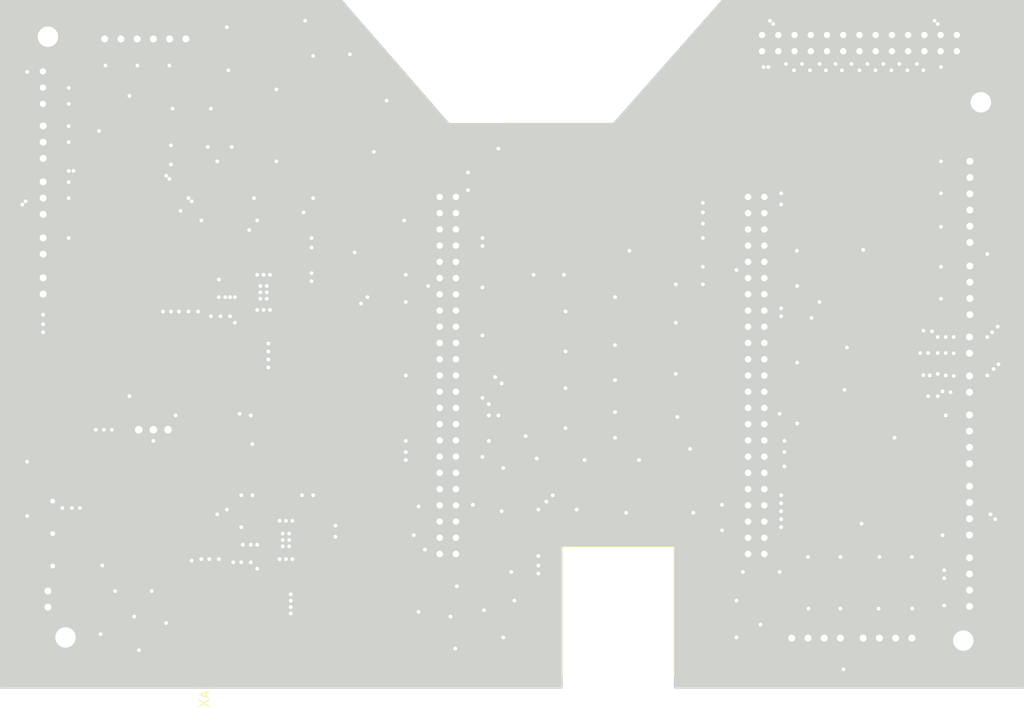
<source format=kicad_pcb>
(kicad_pcb (version 4) (host pcbnew "(2014-jul-16 BZR unknown)-product")
  (title_block (title "Hapy 2.5 Brain PCB") (date 2015-09-24) (rev 0.1) (company Risebox))
  (layers (0 F.Cu signal) (31 B.Cu signal) (34 B.Paste user) (35 F.Paste user) (36 B.SilkS user) (37 F.SilkS user) (38 B.Mask user) (39 F.Mask user) (44 Edge.Cuts user hide))
  (net 0 "")
  (net 1 GND)
  (net 2 "/Brain, sensors and lights/PowerProbe")
  (net 3 "Net-(C5-Pad1)")
  (net 4 "Net-(C5-Pad2)")
  (net 5 "Net-(C6-Pad1)")
  (net 6 "Net-(C7-Pad1)")
  (net 7 "/Main power supply/5.6V")
  (net 8 "Net-(C13-Pad1)")
  (net 9 "Net-(C13-Pad2)")
  (net 10 "Net-(C14-Pad1)")
  (net 11 "Net-(C15-Pad1)")
  (net 12 "/Battery power supply/5.4V")
  (net 13 "/Battery power supply/BatteryLevel")
  (net 14 "/Brain, sensors and lights/5VIn")
  (net 15 "Net-(D8-Pad1)")
  (net 16 "/Pump relay control/RelayGndOut")
  (net 17 /Fans/FansGndOut)
  (net 18 "Net-(D11-Pad1)")
  (net 19 "Net-(D12-Pad2)")
  (net 20 "Net-(D12-Pad1)")
  (net 21 "Net-(D13-Pad2)")
  (net 22 "Net-(D15-Pad1)")
  (net 23 "/Air relay control/RelayGndOut")
  (net 24 "/Main power supply/24VIn")
  (net 25 "/Brain, sensors and lights/5V")
  (net 26 "Net-(P4-Pad3)")
  (net 27 "Net-(P5-Pad2)")
  (net 28 "/Brain, sensors and lights/P8_12")
  (net 29 "Net-(P6-Pad3)")
  (net 30 "Net-(P6-Pad1)")
  (net 31 "Net-(P6-Pad5)")
  (net 32 "Net-(P7-Pad3)")
  (net 33 "Net-(P7-Pad1)")
  (net 34 "Net-(P7-Pad5)")
  (net 35 "Net-(P8-Pad3)")
  (net 36 "/Brain, sensors and lights/P8_32")
  (net 37 "/Brain, sensors and lights/P8_7")
  (net 38 "/Brain, sensors and lights/P8_8")
  (net 39 "/Battery power supply/3.3V_BBB")
  (net 40 "/Brain, sensors and lights/P9_12")
  (net 41 "/Brain, sensors and lights/P8_10")
  (net 42 "/Brain, sensors and lights/P8_9")
  (net 43 "/Brain, sensors and lights/P9_15")
  (net 44 "/Brain, sensors and lights/PWR_BUT")
  (net 45 "/Brain, sensors and lights/3.3V_EXT")
  (net 46 "/Brain, sensors and lights/AGND")
  (net 47 "/Brain, sensors and lights/AIN1")
  (net 48 "/Brain, sensors and lights/AIN0")
  (net 49 "/Brain, sensors and lights/P9_28")
  (net 50 "/Brain, sensors and lights/P8_39")
  (net 51 "/Brain, sensors and lights/P8_40")
  (net 52 "/Brain, sensors and lights/P8_41")
  (net 53 "/Brain, sensors and lights/P8_42")
  (net 54 "/Brain, sensors and lights/I2C2_SCL")
  (net 55 "/Brain, sensors and lights/I2C2_SDA")
  (net 56 "/Brain, sensors and lights/UART4_RXD")
  (net 57 "/Brain, sensors and lights/UART4_RTSN")
  (net 58 "/Brain, sensors and lights/UART4_TXD")
  (net 59 "/Brain, sensors and lights/UART4_CTSN")
  (net 60 "/Brain, sensors and lights/SPI0_CS0")
  (net 61 "/Brain, sensors and lights/SPI0_D0")
  (net 62 "/Brain, sensors and lights/SPI0_SCLK")
  (net 63 "/Brain, sensors and lights/SPI0_D1")
  (net 64 "Net-(Q1-PadG)")
  (net 65 "Net-(Q2-PadG)")
  (net 66 "Net-(Q3-Pad2)")
  (net 67 "Net-(Q4-PadG)")
  (net 68 "Net-(Q4-PadD)")
  (net 69 "Net-(Q5-PadG)")
  (net 70 "Net-(Q5-PadS)")
  (net 71 "/Brain, sensors and lights/P9_23")
  (net 72 "Net-(Q7-PadG)")
  (net 73 "Net-(R3-Pad2)")
  (net 74 "Net-(R5-Pad1)")
  (net 75 "Net-(R7-Pad2)")
  (net 76 "/Main power supply/VSENSE")
  (net 77 "Net-(R53-Pad2)")
  (net 78 "Net-(R10-Pad2)")
  (net 79 "Net-(R12-Pad1)")
  (net 80 "Net-(R14-Pad2)")
  (net 81 "/Battery power supply/VSENSE")
  (net 82 "/Pump relay control/OnOffGPIO")
  (net 83 "/Brain, sensors and lights/P8_11")
  (net 84 "/Brain, sensors and lights/P8_36")
  (net 85 "/Brain, sensors and lights/P9_29")
  (net 86 "/Brain, sensors and lights/P8_45")
  (net 87 "/Brain, sensors and lights/P9_31")
  (net 88 "/Brain, sensors and lights/P9_42")
  (net 89 "/Brain, sensors and lights/P8_46")
  (net 90 "/Brain, sensors and lights/FansGPIO")
  (net 91 "/Brain, sensors and lights/BatteryLEDGPIO")
  (net 92 "Net-(R38-Pad1)")
  (net 93 "/Brain, sensors and lights/P8_34")
  (net 94 "/Brain, sensors and lights/AirGPIO")
  (net 95 "Net-(U1-Pad44)")
  (net 96 "Net-(U1-Pad30)")
  (net 97 "Net-(U1-Pad5)")
  (net 98 "Net-(U1-Pad3)")
  (net 99 "Net-(U1-Pad37)")
  (net 100 "Net-(U1-Pad38)")
  (net 101 "Net-(U1-Pad28)")
  (net 102 "Net-(U1-Pad26)")
  (net 103 "Net-(U1-Pad24)")
  (net 104 "Net-(U1-Pad31)")
  (net 105 "Net-(U1-Pad22)")
  (net 106 "Net-(U1-Pad29)")
  (net 107 "Net-(U1-Pad20)")
  (net 108 "Net-(U1-Pad27)")
  (net 109 "Net-(U1-Pad25)")
  (net 110 "Net-(U1-Pad23)")
  (net 111 "Net-(U1-Pad14)")
  (net 112 "Net-(U1-Pad21)")
  (net 113 "Net-(U1-Pad19)")
  (net 114 "Net-(U1-Pad6)")
  (net 115 "Net-(U1-Pad13)")
  (net 116 "Net-(U1-Pad4)")
  (net 117 "Net-(U1-Pad906)")
  (net 118 "Net-(U1-Pad910)")
  (net 119 "Net-(U1-Pad914)")
  (net 120 "Net-(U1-Pad916)")
  (net 121 "Net-(U1-Pad925)")
  (net 122 "Net-(U1-Pad927)")
  (net 123 "Net-(U1-Pad924)")
  (net 124 "Net-(U1-Pad926)")
  (net 125 "Net-(U1-Pad933)")
  (net 126 "Net-(U1-Pad932)")
  (net 127 "Net-(U1-Pad938)")
  (net 128 "Net-(U1-Pad930)")
  (net 129 "Net-(U1-Pad941)")
  (net 130 "/Brain, sensors and lights/AIN6")
  (net 131 "/Air relay control/24VIn_Air")
  (net 132 "Net-(U1-Pad907)")
  (net 133 "Net-(U1-Pad43)")
  (net 134 "/Battery power supply/12V_battery")
  (net 135 "/Battery power supply/12V")
  (net 136 "Net-(Q6-PadS)")
  (net 137 "Net-(Q8-PadG)")
  (net 138 "Net-(P4-Pad2)")
  (module Capacitors_SMD:C_0402 (layer F.Cu) (at 120 121.5)
    (fp_text reference C1 (at 0 -1.7) (layer F.SilkS))
    (fp_text value 10nF)
    (pad 1 smd rect (at -0.55 0) (size 0.6 0.5) (layers F.Cu F.Paste F.Mask) (net 2 "/Brain, sensors and lights/PowerProbe"))
    (pad 2 smd rect (at 0.55 0) (size 0.6 0.5) (layers F.Cu F.Paste F.Mask) (net 1 GND))
  )
  (module Capacitors_SMD:C_1206 (layer F.Cu) (at 89.75 120.25 270)
    (fp_text reference C3 (at 0 -2.3 270) (layer F.SilkS))
    (fp_text value "GRM31CC8YA106KA12L - 10µF LE")
    (pad 1 smd rect (at -1.5 0 270) (size 1 1.6) (layers F.Cu F.Paste F.Mask) (net 131 "/Air relay control/24VIn_Air"))
    (pad 2 smd rect (at 1.5 0 270) (size 1 1.6) (layers F.Cu F.Paste F.Mask) (net 1 GND))
  )
  (module Capacitors_SMD:C_0402 (layer F.Cu) (at 98.25 118.25 180)
    (fp_text reference C5 (at 0 -1.7 180) (layer F.SilkS))
    (fp_text value "GMK105BJ104KV-F 0.1µF LE")
    (pad 1 smd rect (at -0.55 0 180) (size 0.6 0.5) (layers F.Cu F.Paste F.Mask) (net 3 "Net-(C5-Pad1)"))
    (pad 2 smd rect (at 0.55 0 180) (size 0.6 0.5) (layers F.Cu F.Paste F.Mask) (net 4 "Net-(C5-Pad2)"))
  )
  (module Capacitors_SMD:C_0402 (layer F.Cu) (at 113.25 127.5)
    (fp_text reference C6 (at 0 -1.7) (layer F.SilkS))
    (fp_text value "C0402C120J3GACTU 12pF LE")
    (pad 1 smd rect (at -0.55 0) (size 0.6 0.5) (layers F.Cu F.Paste F.Mask) (net 5 "Net-(C6-Pad1)"))
    (pad 2 smd rect (at 0.55 0) (size 0.6 0.5) (layers F.Cu F.Paste F.Mask) (net 1 GND))
  )
  (module Capacitors_SMD:C_0402 (layer F.Cu) (at 113.25 126)
    (fp_text reference C7 (at 0 -1.7) (layer F.SilkS))
    (fp_text value "C0402C121J5GACTU 120pF LE")
    (pad 1 smd rect (at -0.55 0) (size 0.6 0.5) (layers F.Cu F.Paste F.Mask) (net 6 "Net-(C7-Pad1)"))
    (pad 2 smd rect (at 0.55 0) (size 0.6 0.5) (layers F.Cu F.Paste F.Mask) (net 1 GND))
  )
  (module Capacitors_SMD:C_1206 (layer F.Cu) (at 101.25 129)
    (fp_text reference C8 (at 0 -2.3) (layer F.SilkS))
    (fp_text value "GRM31CR60J476KE19L 47µF LE")
    (pad 1 smd rect (at -1.5 0) (size 1 1.6) (layers F.Cu F.Paste F.Mask) (net 7 "/Main power supply/5.6V"))
    (pad 2 smd rect (at 1.5 0) (size 1 1.6) (layers F.Cu F.Paste F.Mask) (net 1 GND))
  )
  (module Capacitors_SMD:C_1206 (layer F.Cu) (at 101.25 131.5)
    (fp_text reference C9 (at 0 -2.3) (layer F.SilkS))
    (fp_text value "GRM31CR60J476KE19L 47µF LE")
    (pad 1 smd rect (at -1.5 0) (size 1 1.6) (layers F.Cu F.Paste F.Mask) (net 7 "/Main power supply/5.6V"))
    (pad 2 smd rect (at 1.5 0) (size 1 1.6) (layers F.Cu F.Paste F.Mask) (net 1 GND))
  )
  (module Capacitors_SMD:C_1206 (layer F.Cu) (at 86.36 81.53 270)
    (fp_text reference C11 (at 0 -2.3 270) (layer F.SilkS))
    (fp_text value "GRM31CC8YA106KA12L - 10µF LE")
    (pad 1 smd rect (at -1.5 0 270) (size 1 1.6) (layers F.Cu F.Paste F.Mask) (net 135 "/Battery power supply/12V"))
    (pad 2 smd rect (at 1.5 0 270) (size 1 1.6) (layers F.Cu F.Paste F.Mask) (net 1 GND))
  )
  (module Capacitors_SMD:C_1206 (layer F.Cu) (at 89.25 81.5 270)
    (fp_text reference C12 (at 0 -2.3 270) (layer F.SilkS))
    (fp_text value "GMK105BJ104KV-F 0.1µF LE")
    (pad 1 smd rect (at -1.5 0 270) (size 1 1.6) (layers F.Cu F.Paste F.Mask) (net 135 "/Battery power supply/12V"))
    (pad 2 smd rect (at 1.5 0 270) (size 1 1.6) (layers F.Cu F.Paste F.Mask) (net 1 GND))
  )
  (module Capacitors_SMD:C_1206 (layer F.Cu) (at 97.75 92.75)
    (fp_text reference C16 (at 0 -2.3) (layer F.SilkS))
    (fp_text value "GRM31CR60J476KE19L 47µF LE")
    (pad 1 smd rect (at -1.5 0) (size 1 1.6) (layers F.Cu F.Paste F.Mask) (net 12 "/Battery power supply/5.4V"))
    (pad 2 smd rect (at 1.5 0) (size 1 1.6) (layers F.Cu F.Paste F.Mask) (net 1 GND))
  )
  (module Capacitors_SMD:C_1206 (layer F.Cu) (at 97.75 90.25)
    (fp_text reference C17 (at 0 -2.3) (layer F.SilkS))
    (fp_text value "GRM31CR60J476KE19L 47µF LE")
    (pad 1 smd rect (at -1.5 0) (size 1 1.6) (layers F.Cu F.Paste F.Mask) (net 12 "/Battery power supply/5.4V"))
    (pad 2 smd rect (at 1.5 0) (size 1 1.6) (layers F.Cu F.Paste F.Mask) (net 1 GND))
  )
  (module Capacitors_SMD:C_0402 (layer F.Cu) (at 86.125 71.125 90)
    (fp_text reference C18 (at 0 -1.7 90) (layer F.SilkS))
    (fp_text value 10nF)
    (pad 1 smd rect (at -0.55 0 90) (size 0.6 0.5) (layers F.Cu F.Paste F.Mask) (net 13 "/Battery power supply/BatteryLevel"))
    (pad 2 smd rect (at 0.55 0 90) (size 0.6 0.5) (layers F.Cu F.Paste F.Mask) (net 1 GND))
  )
  (module Diodes_SMD:DO-214AB (layer F.Cu) (at 115 134.75)
    (fp_text reference D1 (at 0 -4.2) (layer F.SilkS))
    (fp_text value "VS-30BQ040TRPBF SCHOTTKY")
    (pad 2 smd rect (at 3.6 0) (size 2.6 3.2) (layers F.Cu F.Paste F.Mask) (net 14 "/Brain, sensors and lights/5VIn"))
    (pad 1 smd rect (at -3.6 0) (size 2.6 3.2) (layers F.Cu F.Paste F.Mask) (net 7 "/Main power supply/5.6V"))
  )
  (module Diodes_SMD:DO-214AB (layer F.Cu) (at 119.25 113.75 270)
    (fp_text reference D2 (at 0 -4.2 270) (layer F.SilkS))
    (fp_text value "VS-30BQ040TRPBF SCHOTTKY")
    (pad 2 smd rect (at 3.6 0 270) (size 2.6 3.2) (layers F.Cu F.Paste F.Mask) (net 14 "/Brain, sensors and lights/5VIn"))
    (pad 1 smd rect (at -3.6 0 270) (size 2.6 3.2) (layers F.Cu F.Paste F.Mask) (net 12 "/Battery power supply/5.4V"))
  )
  (module risebox:DIODE_SOD-123 (layer F.Cu) (at 121.25 125.25 180)
    (fp_text reference D3 (at 0.25 2 180) (layer F.SilkS))
    (fp_text value "MMSZ4678T1G ZENER")
    (pad 1 smd rect (at -1.635 0 180) (size 0.91 1.22) (layers F.Cu F.Paste F.Mask) (net 1 GND))
    (pad 2 smd rect (at 1.635 0 180) (size 0.91 1.22) (layers F.Cu F.Paste F.Mask) (net 2 "/Brain, sensors and lights/PowerProbe"))
  )
  (module ab2tech:AB2_DO-214AC (layer F.Cu) (at 74.75 117 270)
    (fp_text reference D4 (at 0 -2.54 270) (layer F.SilkS) (effects (font (size 0.8128 0.8128) (thickness 0.0762))))
    (fp_text value "RS1A DIODE" (at 0 2.54 270) (layer F.SilkS) (effects (font (size 0.8128 0.8128) (thickness 0.0762))))
    (pad 2 smd rect (at -1.7018 0 270) (size 1.524 1.6764) (layers F.Cu F.Paste F.Mask) (net 131 "/Air relay control/24VIn_Air"))
    (pad 1 smd rect (at 1.7018 0 270) (size 1.524 1.6764) (layers F.Cu F.Paste F.Mask) (net 1 GND))
  )
  (module risebox:DIODE_SMB_Standard (layer F.Cu) (at 79.75 117.5 90)
    (fp_text reference D5 (at 0.05 -3.1 90) (layer F.SilkS))
    (fp_text value 1SMB5935BT3G)
    (fp_text user K (at 3.13 3.15 90) (layer F.SilkS))
    (fp_text user A (at -3.06 3.13 90) (layer F.SilkS))
    (pad 1 smd rect (at -2.14884 0 90) (size 2.49936 2.30124) (layers F.Cu F.Paste F.Mask) (net 1 GND))
    (pad 2 smd rect (at 2.14884 0 90) (size 2.49936 2.30124) (layers F.Cu F.Paste F.Mask) (net 131 "/Air relay control/24VIn_Air"))
  )
  (module ab2tech:AB2_DO-214AC (layer F.Cu) (at 76.94 92.88)
    (fp_text reference D6 (at 0 -2.54) (layer F.SilkS) (effects (font (size 0.8128 0.8128) (thickness 0.0762))))
    (fp_text value "RS1A DIODE" (at 0 2.54) (layer F.SilkS) (effects (font (size 0.8128 0.8128) (thickness 0.0762))))
    (pad 2 smd rect (at -1.7018 0) (size 1.524 1.6764) (layers F.Cu F.Paste F.Mask) (net 135 "/Battery power supply/12V"))
    (pad 1 smd rect (at 1.7018 0) (size 1.524 1.6764) (layers F.Cu F.Paste F.Mask) (net 1 GND))
  )
  (module risebox:DIODE_SOD-123 (layer F.Cu) (at 76.94 86.53 180)
    (fp_text reference D7 (at 0 -2 180) (layer F.SilkS))
    (fp_text value "MMSZ4701-E3-08 ZENER")
    (pad 1 smd rect (at -1.635 0 180) (size 0.91 1.22) (layers F.Cu F.Paste F.Mask) (net 1 GND))
    (pad 2 smd rect (at 1.635 0 180) (size 0.91 1.22) (layers F.Cu F.Paste F.Mask) (net 135 "/Battery power supply/12V"))
  )
  (module risebox:LED_KPH_1608 (layer F.Cu) (at 183.46 77.416 90)
    (fp_text reference D8 (at -2.921 0 90) (layer F.SilkS) (effects (font (size 1.5 1.5))))
    (fp_text value KPH-1608EC (at 0.17 2.01 90) (layer F.SilkS) (effects (font (size 1.5 1.5))))
    (pad 1 smd rect (at -0.825 0 90) (size 0.8 0.8) (layers F.Cu F.Paste F.Mask) (net 15 "Net-(D8-Pad1)"))
    (pad 2 smd rect (at 0.852 0 90) (size 0.8 0.8) (layers F.Cu F.Paste F.Mask) (net 1 GND))
  )
  (module ab2tech:AB2_DO-214AC (layer F.Cu) (at 199.671 94.459 180)
    (fp_text reference D9 (at 0 -2.54 180) (layer F.SilkS) (effects (font (size 0.8128 0.8128) (thickness 0.0762))))
    (fp_text value "RS1A DIODE" (at 0 2.54 180) (layer F.SilkS) (effects (font (size 0.8128 0.8128) (thickness 0.0762))))
    (pad 2 smd rect (at -1.7018 0 180) (size 1.524 1.6764) (layers F.Cu F.Paste F.Mask) (net 131 "/Air relay control/24VIn_Air"))
    (pad 1 smd rect (at 1.7018 0 180) (size 1.524 1.6764) (layers F.Cu F.Paste F.Mask) (net 16 "/Pump relay control/RelayGndOut"))
  )
  (module risebox:DIODE_SOD-323 (layer F.Cu) (at 205.25 106.75 90)
    (fp_text reference D10 (at 0 -1.85 90) (layer F.SilkS))
    (fp_text value "PMEG2015EJ,115 DIODE")
    (pad 1 smd rect (at -1.055 0 90) (size 0.59 0.45) (layers F.Cu F.Paste F.Mask) (net 17 /Fans/FansGndOut))
    (pad 2 smd rect (at 1.055 0 90) (size 0.59 0.45) (layers F.Cu F.Paste F.Mask) (net 7 "/Main power supply/5.6V"))
  )
  (module risebox:LED_KPH_1608 (layer F.Cu) (at 195.742 104.079)
    (fp_text reference D11 (at -0.01 -1.98) (layer F.SilkS) (effects (font (size 1.5 1.5))))
    (fp_text value KPT-1608YC (at 0.17 2.01) (layer F.SilkS) (effects (font (size 1.5 1.5))))
    (pad 1 smd rect (at -0.825 0) (size 0.8 0.8) (layers F.Cu F.Paste F.Mask) (net 18 "Net-(D11-Pad1)"))
    (pad 2 smd rect (at 0.852 0) (size 0.8 0.8) (layers F.Cu F.Paste F.Mask) (net 1 GND))
  )
  (module ab2tech:AB2_DO-214AC (layer F.Cu) (at 89.75 101 270)
    (fp_text reference D12 (at 0 -2.54 270) (layer F.SilkS) (effects (font (size 0.8128 0.8128) (thickness 0.0762))))
    (fp_text value "RS1A DIODE" (at 0 2.54 270) (layer F.SilkS) (effects (font (size 0.8128 0.8128) (thickness 0.0762))))
    (pad 2 smd rect (at -1.7018 0 270) (size 1.524 1.6764) (layers F.Cu F.Paste F.Mask) (net 19 "Net-(D12-Pad2)"))
    (pad 1 smd rect (at 1.7018 0 270) (size 1.524 1.6764) (layers F.Cu F.Paste F.Mask) (net 20 "Net-(D12-Pad1)"))
  )
  (module ab2tech:AB2_DO-214AC (layer F.Cu) (at 88 96.5)
    (fp_text reference D13 (at 0 -2.54) (layer F.SilkS) (effects (font (size 0.8128 0.8128) (thickness 0.0762))))
    (fp_text value "RS1A DIODE" (at 0 2.54) (layer F.SilkS) (effects (font (size 0.8128 0.8128) (thickness 0.0762))))
    (pad 2 smd rect (at -1.7018 0) (size 1.524 1.6764) (layers F.Cu F.Paste F.Mask) (net 21 "Net-(D13-Pad2)"))
    (pad 1 smd rect (at 1.7018 0) (size 1.524 1.6764) (layers F.Cu F.Paste F.Mask) (net 19 "Net-(D12-Pad2)"))
  )
  (module risebox:DIODE_SOD-123 (layer F.Cu) (at 83.125 69.965 270)
    (fp_text reference D14 (at 0 -2 270) (layer F.SilkS))
    (fp_text value "MMSZ4678T1G  ZENER")
    (pad 1 smd rect (at -1.635 0 270) (size 0.91 1.22) (layers F.Cu F.Paste F.Mask) (net 1 GND))
    (pad 2 smd rect (at 1.635 0 270) (size 0.91 1.22) (layers F.Cu F.Paste F.Mask) (net 13 "/Battery power supply/BatteryLevel"))
  )
  (module risebox:LED_KPH_1608 (layer F.Cu) (at 193.835 77.399 90)
    (fp_text reference D15 (at -3.601 -0.085 90) (layer F.SilkS) (effects (font (size 1.5 1.5))))
    (fp_text value KPH-1608EC (at 0.17 2.01 90) (layer F.SilkS) (effects (font (size 1.5 1.5))))
    (pad 1 smd rect (at -0.825 0 90) (size 0.8 0.8) (layers F.Cu F.Paste F.Mask) (net 22 "Net-(D15-Pad1)"))
    (pad 2 smd rect (at 0.852 0 90) (size 0.8 0.8) (layers F.Cu F.Paste F.Mask) (net 1 GND))
  )
  (module ab2tech:AB2_DO-214AC (layer F.Cu) (at 199.671 87.601 180)
    (fp_text reference D16 (at 0 -2.54 180) (layer F.SilkS) (effects (font (size 0.8128 0.8128) (thickness 0.0762))))
    (fp_text value "RS1A DIODE" (at 0 2.54 180) (layer F.SilkS) (effects (font (size 0.8128 0.8128) (thickness 0.0762))))
    (pad 2 smd rect (at -1.7018 0 180) (size 1.524 1.6764) (layers F.Cu F.Paste F.Mask) (net 131 "/Air relay control/24VIn_Air"))
    (pad 1 smd rect (at 1.7018 0 180) (size 1.524 1.6764) (layers F.Cu F.Paste F.Mask) (net 23 "/Air relay control/RelayGndOut"))
  )
  (module risebox:LITTELFUSE_0154002.DR (layer F.Cu) (at 65.5 95.75 270)
    (fp_text reference F1 (at -0.03 -4.31 270) (layer F.SilkS) (effects (font (size 1.5 1.5))))
    (fp_text value "0154002.DR  LITTELFUSE" (at 0.08 4.35 270) (layer F.SilkS) (effects (font (size 1.5 1.5))))
    (pad 1 smd rect (at -3.19 0 270) (size 4.24 3.81) (layers F.Cu F.Paste F.Mask) (net 134 "/Battery power supply/12V_battery"))
    (pad 2 smd rect (at 3.19 0 270) (size 4.24 3.81) (layers F.Cu F.Paste F.Mask) (net 135 "/Battery power supply/12V"))
  )
  (module risebox:SELF_COILCRAFT_XAL6060-153 (layer F.Cu) (at 95.5 127.75 270)
    (fp_text reference L1 (at -0.01 -4.93 270) (layer F.SilkS) (effects (font (size 1.5 1.5))))
    (fp_text value "XAL6060-153MEC - 15µH - 6A" (at 0.09 4.75 270) (layer F.SilkS) (effects (font (size 1.5 1.5))))
    (pad 1 smd rect (at -2.02 0 270) (size 1.43 5.18) (layers F.Cu F.Paste F.Mask) (net 4 "Net-(C5-Pad2)"))
    (pad 2 smd rect (at 2.02 0 270) (size 1.43 5.18) (layers F.Cu F.Paste F.Mask) (net 7 "/Main power supply/5.6V"))
  )
  (module risebox:SELF_COILCRAFT_XAL6060-153 (layer F.Cu) (at 92 89 270)
    (fp_text reference L2 (at -0.01 -4.93 270) (layer F.SilkS) (effects (font (size 1.5 1.5))))
    (fp_text value "XAL6060-153MEC - 15µH - 6A" (at 0.09 4.75 270) (layer F.SilkS) (effects (font (size 1.5 1.5))))
    (pad 1 smd rect (at -2.02 0 270) (size 1.43 5.18) (layers F.Cu F.Paste F.Mask) (net 9 "Net-(C13-Pad2)") (clearance 0.01))
    (pad 2 smd rect (at 2.02 0 270) (size 1.43 5.18) (layers F.Cu F.Paste F.Mask) (net 12 "/Battery power supply/5.4V"))
  )
  (module Connect:PINHEAD1-3 (layer F.Cu) (at 65.465 49.46 270)
    (fp_text reference P4 (at 0.05 -3.8 270) (layer F.SilkS))
    (fp_text value "PH Probe")
    (pad 1 thru_hole oval (at -2.54 0 270) (size 1.50622 3.01498) (drill 0.99822) (layers *.Cu *.Mask) (net 46 "/Brain, sensors and lights/AGND"))
    (pad 2 thru_hole oval (at 0 0 270) (size 1.50622 3.01498) (drill 0.99822) (layers *.Cu *.Mask) (net 138 "Net-(P4-Pad2)"))
    (pad 3 thru_hole oval (at 2.54 0 270) (size 1.50622 3.01498) (drill 0.99822) (layers *.Cu *.Mask) (net 26 "Net-(P4-Pad3)"))
  )
  (module risebox:SOT-23-FET (layer F.Cu) (at 193.575 94.459 270)
    (fp_text reference Q1 (at -2.667 0 270) (layer F.SilkS) (effects (font (size 0.81 0.81))))
    (fp_text value 2N7002 hide)
    (pad G smd rect (at -0.95 1 270) (size 0.8 0.9) (layers F.Cu F.Paste F.Mask) (net 64 "Net-(Q1-PadG)"))
    (pad S smd rect (at 0.95 1 270) (size 0.8 0.9) (layers F.Cu F.Paste F.Mask) (net 1 GND))
    (pad D smd rect (at 0 -1 270) (size 0.8 0.9) (layers F.Cu F.Paste F.Mask) (net 16 "/Pump relay control/RelayGndOut"))
  )
  (module risebox:SOT-23-FET (layer F.Cu) (at 194.21 111.985 270)
    (fp_text reference Q2 (at 0 0 270) (layer F.SilkS) (effects (font (size 0.81 0.81))))
    (fp_text value 2N7002 hide)
    (pad G smd rect (at -0.95 1 270) (size 0.8 0.9) (layers F.Cu F.Paste F.Mask) (net 65 "Net-(Q2-PadG)"))
    (pad S smd rect (at 0.95 1 270) (size 0.8 0.9) (layers F.Cu F.Paste F.Mask) (net 1 GND))
    (pad D smd rect (at 0 -1 270) (size 0.8 0.9) (layers F.Cu F.Paste F.Mask) (net 17 /Fans/FansGndOut))
  )
  (module Housings_SOT:SOT126_SOT32_Housing_Vertical (layer F.Cu) (at 82.75 103)
    (fp_text reference Q3 (at 0.09906 -3.79984) (layer F.SilkS))
    (fp_text value BD140)
    (pad 2 thru_hole circle (at 0 0) (size 1.69926 1.69926) (drill 1.19888) (layers *.Cu *.Mask F.SilkS) (net 66 "Net-(Q3-Pad2)"))
    (pad 1 thru_hole circle (at -2.29108 0) (size 1.69926 1.69926) (drill 1.19888) (layers *.Cu *.Mask F.SilkS) (net 135 "/Battery power supply/12V"))
    (pad 3 thru_hole circle (at 2.29108 0) (size 1.69926 1.69926) (drill 1.19888) (layers *.Cu *.Mask F.SilkS) (net 21 "Net-(D13-Pad2)"))
  )
  (module risebox:SOT-23-FET (layer F.Cu) (at 96.5 69.25)
    (fp_text reference Q4 (at 0 0) (layer F.SilkS) (effects (font (size 0.81 0.81))))
    (fp_text value 2N7002 hide)
    (pad G smd rect (at -0.95 1) (size 0.8 0.9) (layers F.Cu F.Paste F.Mask) (net 67 "Net-(Q4-PadG)"))
    (pad S smd rect (at 0.95 1) (size 0.8 0.9) (layers F.Cu F.Paste F.Mask) (net 1 GND))
    (pad D smd rect (at 0 -1) (size 0.8 0.9) (layers F.Cu F.Paste F.Mask) (net 68 "Net-(Q4-PadD)"))
  )
  (module risebox:SOT-23-FET (layer F.Cu) (at 104 73.75 90)
    (fp_text reference Q5 (at 0 0 90) (layer F.SilkS) (effects (font (size 0.81 0.81))))
    (fp_text value "BSS84P H6327" hide)
    (pad G smd rect (at -0.95 1 90) (size 0.8 0.9) (layers F.Cu F.Paste F.Mask) (net 69 "Net-(Q5-PadG)"))
    (pad S smd rect (at 0.95 1 90) (size 0.8 0.9) (layers F.Cu F.Paste F.Mask) (net 70 "Net-(Q5-PadS)"))
    (pad D smd rect (at 0 -1 90) (size 0.8 0.9) (layers F.Cu F.Paste F.Mask) (net 135 "/Battery power supply/12V"))
  )
  (module risebox:SOT-23-FET (layer F.Cu) (at 81.75 51.75)
    (fp_text reference Q6 (at 2.5 0 90) (layer F.SilkS) (effects (font (size 0.81 0.81))))
    (fp_text value 2N7002 hide)
    (pad G smd rect (at -0.95 1) (size 0.8 0.9) (layers F.Cu F.Paste F.Mask) (net 71 "/Brain, sensors and lights/P9_23"))
    (pad S smd rect (at 0.95 1) (size 0.8 0.9) (layers F.Cu F.Paste F.Mask) (net 136 "Net-(Q6-PadS)"))
    (pad D smd rect (at 0 -1) (size 0.8 0.9) (layers F.Cu F.Paste F.Mask) (net 1 GND))
  )
  (module risebox:SOT-23-FET (layer F.Cu) (at 193.575 87.601 270)
    (fp_text reference Q7 (at -2.794 0 270) (layer F.SilkS) (effects (font (size 0.81 0.81))))
    (fp_text value 2N7002 hide)
    (pad G smd rect (at -0.95 1 270) (size 0.8 0.9) (layers F.Cu F.Paste F.Mask) (net 72 "Net-(Q7-PadG)"))
    (pad S smd rect (at 0.95 1 270) (size 0.8 0.9) (layers F.Cu F.Paste F.Mask) (net 1 GND))
    (pad D smd rect (at 0 -1 270) (size 0.8 0.9) (layers F.Cu F.Paste F.Mask) (net 23 "/Air relay control/RelayGndOut"))
  )
  (module Resistors_SMD:R_0603 (layer F.Cu) (at 120.25 129.25)
    (fp_text reference R1 (at 0 -1.9) (layer F.SilkS))
    (fp_text value 24.3K)
    (pad 1 smd rect (at -0.75 0) (size 0.5 0.9) (layers F.Cu F.Paste F.Mask) (net 14 "/Brain, sensors and lights/5VIn"))
    (pad 2 smd rect (at 0.75 0) (size 0.5 0.9) (layers F.Cu F.Paste F.Mask) (net 2 "/Brain, sensors and lights/PowerProbe"))
  )
  (module Resistors_SMD:R_0603 (layer F.Cu) (at 123.5 129.25)
    (fp_text reference R2 (at 0 -1.9) (layer F.SilkS))
    (fp_text value 11.5K)
    (pad 1 smd rect (at -0.75 0) (size 0.5 0.9) (layers F.Cu F.Paste F.Mask) (net 2 "/Brain, sensors and lights/PowerProbe"))
    (pad 2 smd rect (at 0.75 0) (size 0.5 0.9) (layers F.Cu F.Paste F.Mask) (net 1 GND))
  )
  (module Resistors_SMD:R_0603 (layer F.Cu) (at 114 117.75 90)
    (fp_text reference R4 (at 0 -1.9 90) (layer F.SilkS))
    (fp_text value 43.2K)
    (pad 1 smd rect (at -0.75 0 90) (size 0.5 0.9) (layers F.Cu F.Paste F.Mask) (net 73 "Net-(R3-Pad2)"))
    (pad 2 smd rect (at 0.75 0 90) (size 0.5 0.9) (layers F.Cu F.Paste F.Mask) (net 1 GND))
  )
  (module Resistors_SMD:R_0603 (layer F.Cu) (at 108 116.75)
    (fp_text reference R5 (at 0 -1.9) (layer F.SilkS))
    (fp_text value 143K)
    (pad 1 smd rect (at -0.75 0) (size 0.5 0.9) (layers F.Cu F.Paste F.Mask) (net 74 "Net-(R5-Pad1)"))
    (pad 2 smd rect (at 0.75 0) (size 0.5 0.9) (layers F.Cu F.Paste F.Mask) (net 1 GND))
  )
  (module Resistors_SMD:R_0603 (layer F.Cu) (at 110.5 126.75 270)
    (fp_text reference R6 (at 0 -1.9 270) (layer F.SilkS))
    (fp_text value 3.74K)
    (pad 1 smd rect (at -0.75 0 270) (size 0.5 0.9) (layers F.Cu F.Paste F.Mask) (net 6 "Net-(C7-Pad1)"))
    (pad 2 smd rect (at 0.75 0 270) (size 0.5 0.9) (layers F.Cu F.Paste F.Mask) (net 5 "Net-(C6-Pad1)"))
  )
  (module Resistors_SMD:R_0603 (layer F.Cu) (at 108 133)
    (fp_text reference R7 (at 0 -1.9) (layer F.SilkS))
    (fp_text value 51.1)
    (pad 1 smd rect (at -0.75 0) (size 0.5 0.9) (layers F.Cu F.Paste F.Mask) (net 7 "/Main power supply/5.6V"))
    (pad 2 smd rect (at 0.75 0) (size 0.5 0.9) (layers F.Cu F.Paste F.Mask) (net 75 "Net-(R7-Pad2)"))
  )
  (module Resistors_SMD:R_0603 (layer F.Cu) (at 108 130.5 180)
    (fp_text reference R8 (at 0 -1.9 180) (layer F.SilkS))
    (fp_text value 100K)
    (pad 1 smd rect (at -0.75 0 180) (size 0.5 0.9) (layers F.Cu F.Paste F.Mask) (net 75 "Net-(R7-Pad2)"))
    (pad 2 smd rect (at 0.75 0 180) (size 0.5 0.9) (layers F.Cu F.Paste F.Mask) (net 76 "/Main power supply/VSENSE"))
  )
  (module Resistors_SMD:R_0603 (layer F.Cu) (at 113.5 129.75 90)
    (fp_text reference R9 (at 0 -1.9 90) (layer F.SilkS))
    (fp_text value 680)
    (pad 1 smd rect (at -0.75 0 90) (size 0.5 0.9) (layers F.Cu F.Paste F.Mask) (net 77 "Net-(R53-Pad2)"))
    (pad 2 smd rect (at 0.75 0 90) (size 0.5 0.9) (layers F.Cu F.Paste F.Mask) (net 1 GND))
  )
  (module Resistors_SMD:R_0603 (layer F.Cu) (at 110.25 78.75 90)
    (fp_text reference R11 (at 0 -1.9 90) (layer F.SilkS))
    (fp_text value 43.2K)
    (pad 1 smd rect (at -0.75 0 90) (size 0.5 0.9) (layers F.Cu F.Paste F.Mask) (net 78 "Net-(R10-Pad2)"))
    (pad 2 smd rect (at 0.75 0 90) (size 0.5 0.9) (layers F.Cu F.Paste F.Mask) (net 1 GND))
  )
  (module Resistors_SMD:R_0603 (layer F.Cu) (at 104 78.25)
    (fp_text reference R12 (at 0 -1.9) (layer F.SilkS))
    (fp_text value 143K)
    (pad 1 smd rect (at -0.75 0) (size 0.5 0.9) (layers F.Cu F.Paste F.Mask) (net 79 "Net-(R12-Pad1)"))
    (pad 2 smd rect (at 0.75 0) (size 0.5 0.9) (layers F.Cu F.Paste F.Mask) (net 1 GND))
  )
  (module Resistors_SMD:R_0603 (layer F.Cu) (at 106.25 87 270)
    (fp_text reference R13 (at 0 -1.9 270) (layer F.SilkS))
    (fp_text value 3.74K)
    (pad 1 smd rect (at -0.75 0 270) (size 0.5 0.9) (layers F.Cu F.Paste F.Mask) (net 11 "Net-(C15-Pad1)"))
    (pad 2 smd rect (at 0.75 0 270) (size 0.5 0.9) (layers F.Cu F.Paste F.Mask) (net 10 "Net-(C14-Pad1)"))
  )
  (module Resistors_SMD:R_0603 (layer F.Cu) (at 105 94.5)
    (fp_text reference R14 (at 0 -1.9) (layer F.SilkS))
    (fp_text value 51.1)
    (pad 1 smd rect (at -0.75 0) (size 0.5 0.9) (layers F.Cu F.Paste F.Mask) (net 12 "/Battery power supply/5.4V"))
    (pad 2 smd rect (at 0.75 0) (size 0.5 0.9) (layers F.Cu F.Paste F.Mask) (net 80 "Net-(R14-Pad2)"))
  )
  (module Resistors_SMD:R_0603 (layer F.Cu) (at 105 92.5 180)
    (fp_text reference R15 (at 0 -1.9 180) (layer F.SilkS))
    (fp_text value 100K)
    (pad 1 smd rect (at -0.75 0 180) (size 0.5 0.9) (layers F.Cu F.Paste F.Mask) (net 80 "Net-(R14-Pad2)"))
    (pad 2 smd rect (at 0.75 0 180) (size 0.5 0.9) (layers F.Cu F.Paste F.Mask) (net 81 "/Battery power supply/VSENSE"))
  )
  (module Resistors_SMD:R_0603 (layer F.Cu) (at 109.25 90)
    (fp_text reference R16 (at 0 -1.9) (layer F.SilkS))
    (fp_text value 17.4K)
    (pad 1 smd rect (at -0.75 0) (size 0.5 0.9) (layers F.Cu F.Paste F.Mask) (net 81 "/Battery power supply/VSENSE"))
    (pad 2 smd rect (at 0.75 0) (size 0.5 0.9) (layers F.Cu F.Paste F.Mask) (net 1 GND))
  )
  (module Resistors_SMD:R_0603 (layer F.Cu) (at 185.574 94.459 90)
    (fp_text reference R17 (at 3.048 0.127 90) (layer F.SilkS))
    (fp_text value 470)
    (pad 1 smd rect (at -0.75 0 90) (size 0.5 0.9) (layers F.Cu F.Paste F.Mask) (net 82 "/Pump relay control/OnOffGPIO"))
    (pad 2 smd rect (at 0.75 0 90) (size 0.5 0.9) (layers F.Cu F.Paste F.Mask) (net 15 "Net-(D8-Pad1)"))
  )
  (module Resistors_SMD:R_0603 (layer F.Cu) (at 187.86 94.459 270)
    (fp_text reference R18 (at -2.921 -0.127 270) (layer F.SilkS))
    (fp_text value 100)
    (pad 1 smd rect (at -0.75 0 270) (size 0.5 0.9) (layers F.Cu F.Paste F.Mask) (net 64 "Net-(Q1-PadG)"))
    (pad 2 smd rect (at 0.75 0 270) (size 0.5 0.9) (layers F.Cu F.Paste F.Mask) (net 82 "/Pump relay control/OnOffGPIO"))
  )
  (module Resistors_SMD:R_0603 (layer F.Cu) (at 190.273 94.459 270)
    (fp_text reference R19 (at -2.921 0 270) (layer F.SilkS))
    (fp_text value 1K)
    (pad 1 smd rect (at -0.75 0 270) (size 0.5 0.9) (layers F.Cu F.Paste F.Mask) (net 64 "Net-(Q1-PadG)"))
    (pad 2 smd rect (at 0.75 0 270) (size 0.5 0.9) (layers F.Cu F.Paste F.Mask) (net 1 GND))
  )
  (module Resistors_SMD:R_0603 (layer F.Cu) (at 73.5 53 90)
    (fp_text reference R20 (at 0 -1.9 90) (layer F.SilkS))
    (fp_text value 3.3K)
    (pad 1 smd rect (at -0.75 0 90) (size 0.5 0.9) (layers F.Cu F.Paste F.Mask) (net 26 "Net-(P4-Pad3)"))
    (pad 2 smd rect (at 0.75 0 90) (size 0.5 0.9) (layers F.Cu F.Paste F.Mask) (net 130 "/Brain, sensors and lights/AIN6"))
  )
  (module Resistors_SMD:R_0603 (layer F.Cu) (at 75.75 53 90)
    (fp_text reference R21 (at 0 -1.9 90) (layer F.SilkS))
    (fp_text value 1.8K)
    (pad 1 smd rect (at -0.75 0 90) (size 0.5 0.9) (layers F.Cu F.Paste F.Mask) (net 46 "/Brain, sensors and lights/AGND"))
    (pad 2 smd rect (at 0.75 0 90) (size 0.5 0.9) (layers F.Cu F.Paste F.Mask) (net 130 "/Brain, sensors and lights/AIN6"))
  )
  (module Resistors_SMD:R_0603 (layer F.Cu) (at 200.75 117.5)
    (fp_text reference R22 (at 0 -1.9) (layer F.SilkS))
    (fp_text value 1K)
    (pad 1 smd rect (at -0.75 0) (size 0.5 0.9) (layers F.Cu F.Paste F.Mask) (net 83 "/Brain, sensors and lights/P8_11"))
    (pad 2 smd rect (at 0.75 0) (size 0.5 0.9) (layers F.Cu F.Paste F.Mask) (net 27 "Net-(P5-Pad2)"))
  )
  (module Resistors_SMD:R_0603 (layer F.Cu) (at 190.273 126.082 90)
    (fp_text reference R23 (at 0 -1.9 90) (layer F.SilkS))
    (fp_text value 10K)
    (pad 1 smd rect (at -0.75 0 90) (size 0.5 0.9) (layers F.Cu F.Paste F.Mask) (net 38 "/Brain, sensors and lights/P8_8"))
    (pad 2 smd rect (at 0.75 0 90) (size 0.5 0.9) (layers F.Cu F.Paste F.Mask) (net 39 "/Battery power supply/3.3V_BBB"))
  )
  (module Resistors_SMD:R_0603 (layer F.Cu) (at 201.449 126.082 90)
    (fp_text reference R24 (at 0 -1.9 90) (layer F.SilkS))
    (fp_text value 10K)
    (pad 1 smd rect (at -0.75 0 90) (size 0.5 0.9) (layers F.Cu F.Paste F.Mask) (net 42 "/Brain, sensors and lights/P8_9"))
    (pad 2 smd rect (at 0.75 0 90) (size 0.5 0.9) (layers F.Cu F.Paste F.Mask) (net 39 "/Battery power supply/3.3V_BBB"))
  )
  (module Resistors_SMD:R_0603 (layer F.Cu) (at 201.6395 60.9945 180)
    (fp_text reference R25 (at 0 -1.9 180) (layer F.SilkS))
    (fp_text value 1K)
    (pad 1 smd rect (at -0.75 0 180) (size 0.5 0.9) (layers F.Cu F.Paste F.Mask) (net 33 "Net-(P7-Pad1)"))
    (pad 2 smd rect (at 0.75 0 180) (size 0.5 0.9) (layers F.Cu F.Paste F.Mask) (net 84 "/Brain, sensors and lights/P8_36"))
  )
  (module Resistors_SMD:R_0603 (layer F.Cu) (at 77.75 47.25)
    (fp_text reference R26 (at 0 -1.9) (layer F.SilkS))
    (fp_text value 1K)
    (pad 1 smd rect (at -0.75 0) (size 0.5 0.9) (layers F.Cu F.Paste F.Mask) (net 30 "Net-(P6-Pad1)"))
    (pad 2 smd rect (at 0.75 0) (size 0.5 0.9) (layers F.Cu F.Paste F.Mask) (net 85 "/Brain, sensors and lights/P9_29"))
  )
  (module Resistors_SMD:R_0603 (layer F.Cu) (at 73.5 65.5 90)
    (fp_text reference R27 (at 0 -1.9 90) (layer F.SilkS))
    (fp_text value 4.7K)
    (pad 1 smd rect (at -0.75 0 90) (size 0.5 0.9) (layers F.Cu F.Paste F.Mask) (net 39 "/Battery power supply/3.3V_BBB"))
    (pad 2 smd rect (at 0.75 0 90) (size 0.5 0.9) (layers F.Cu F.Paste F.Mask) (net 40 "/Brain, sensors and lights/P9_12"))
  )
  (module Resistors_SMD:R_0603 (layer F.Cu) (at 201.6395 66.0745 180)
    (fp_text reference R28 (at 0 -1.9 180) (layer F.SilkS))
    (fp_text value 1K)
    (pad 1 smd rect (at -0.75 0 180) (size 0.5 0.9) (layers F.Cu F.Paste F.Mask) (net 32 "Net-(P7-Pad3)"))
    (pad 2 smd rect (at 0.75 0 180) (size 0.5 0.9) (layers F.Cu F.Paste F.Mask) (net 86 "/Brain, sensors and lights/P8_45"))
  )
  (module Resistors_SMD:R_0603 (layer F.Cu) (at 185.193 126.082 90)
    (fp_text reference R29 (at 0 -1.9 90) (layer F.SilkS))
    (fp_text value 10K)
    (pad 1 smd rect (at -0.75 0 90) (size 0.5 0.9) (layers F.Cu F.Paste F.Mask) (net 37 "/Brain, sensors and lights/P8_7"))
    (pad 2 smd rect (at 0.75 0 90) (size 0.5 0.9) (layers F.Cu F.Paste F.Mask) (net 39 "/Battery power supply/3.3V_BBB"))
  )
  (module Resistors_SMD:R_0603 (layer F.Cu) (at 196.369 126.082 90)
    (fp_text reference R30 (at 0 -1.9 90) (layer F.SilkS))
    (fp_text value 10K)
    (pad 1 smd rect (at -0.75 0 90) (size 0.5 0.9) (layers F.Cu F.Paste F.Mask) (net 41 "/Brain, sensors and lights/P8_10"))
    (pad 2 smd rect (at 0.75 0 90) (size 0.5 0.9) (layers F.Cu F.Paste F.Mask) (net 39 "/Battery power supply/3.3V_BBB"))
  )
  (module Resistors_SMD:R_0603 (layer F.Cu) (at 82.75 47.25)
    (fp_text reference R31 (at 0 -1.9) (layer F.SilkS))
    (fp_text value 1K)
    (pad 1 smd rect (at -0.75 0) (size 0.5 0.9) (layers F.Cu F.Paste F.Mask) (net 29 "Net-(P6-Pad3)"))
    (pad 2 smd rect (at 0.75 0) (size 0.5 0.9) (layers F.Cu F.Paste F.Mask) (net 87 "/Brain, sensors and lights/P9_31"))
  )
  (module Resistors_SMD:R_0603 (layer F.Cu) (at 72.25 60.5)
    (fp_text reference R32 (at 0 -1.9) (layer F.SilkS))
    (fp_text value 4.7K)
    (pad 1 smd rect (at -0.75 0) (size 0.5 0.9) (layers F.Cu F.Paste F.Mask) (net 39 "/Battery power supply/3.3V_BBB"))
    (pad 2 smd rect (at 0.75 0) (size 0.5 0.9) (layers F.Cu F.Paste F.Mask) (net 43 "/Brain, sensors and lights/P9_15"))
  )
  (module Resistors_SMD:R_0603 (layer F.Cu) (at 88.5 47.25)
    (fp_text reference R33 (at 0 -1.9) (layer F.SilkS))
    (fp_text value 1K)
    (pad 1 smd rect (at -0.75 0) (size 0.5 0.9) (layers F.Cu F.Paste F.Mask) (net 31 "Net-(P6-Pad5)"))
    (pad 2 smd rect (at 0.75 0) (size 0.5 0.9) (layers F.Cu F.Paste F.Mask) (net 88 "/Brain, sensors and lights/P9_42"))
  )
  (module Resistors_SMD:R_0603 (layer F.Cu) (at 201.6395 71.1545 180)
    (fp_text reference R34 (at 0 -1.9 180) (layer F.SilkS))
    (fp_text value 1K)
    (pad 1 smd rect (at -0.75 0 180) (size 0.5 0.9) (layers F.Cu F.Paste F.Mask) (net 34 "Net-(P7-Pad5)"))
    (pad 2 smd rect (at 0.75 0 180) (size 0.5 0.9) (layers F.Cu F.Paste F.Mask) (net 89 "/Brain, sensors and lights/P8_46"))
  )
  (module Resistors_SMD:R_0603 (layer F.Cu) (at 187.479 112.62 180)
    (fp_text reference R35 (at 0 -1.9 180) (layer F.SilkS))
    (fp_text value 100)
    (pad 1 smd rect (at -0.75 0 180) (size 0.5 0.9) (layers F.Cu F.Paste F.Mask) (net 65 "Net-(Q2-PadG)"))
    (pad 2 smd rect (at 0.75 0 180) (size 0.5 0.9) (layers F.Cu F.Paste F.Mask) (net 90 "/Brain, sensors and lights/FansGPIO"))
  )
  (module Resistors_SMD:R_0603 (layer F.Cu) (at 191.289 115.795 270)
    (fp_text reference R36 (at 0 -1.9 270) (layer F.SilkS))
    (fp_text value 1K)
    (pad 1 smd rect (at -0.75 0 270) (size 0.5 0.9) (layers F.Cu F.Paste F.Mask) (net 65 "Net-(Q2-PadG)"))
    (pad 2 smd rect (at 0.75 0 270) (size 0.5 0.9) (layers F.Cu F.Paste F.Mask) (net 1 GND))
  )
  (module Resistors_SMD:R_0603 (layer F.Cu) (at 186.979 104.079)
    (fp_text reference R37 (at 0 -1.9) (layer F.SilkS))
    (fp_text value 470)
    (pad 1 smd rect (at -0.75 0) (size 0.5 0.9) (layers F.Cu F.Paste F.Mask) (net 91 "/Brain, sensors and lights/BatteryLEDGPIO"))
    (pad 2 smd rect (at 0.75 0) (size 0.5 0.9) (layers F.Cu F.Paste F.Mask) (net 18 "Net-(D11-Pad1)"))
  )
  (module Resistors_SMD:R_0603 (layer F.Cu) (at 96.25 98.5 270)
    (fp_text reference R38 (at 0 -1.9 270) (layer F.SilkS))
    (fp_text value 9.76K)
    (pad 1 smd rect (at -0.75 0 270) (size 0.5 0.9) (layers F.Cu F.Paste F.Mask) (net 92 "Net-(R38-Pad1)"))
    (pad 2 smd rect (at 0.75 0 270) (size 0.5 0.9) (layers F.Cu F.Paste F.Mask) (net 1 GND))
  )
  (module Resistors_SMD:R_0603 (layer F.Cu) (at 82.25 97.75 180)
    (fp_text reference R40 (at 0 -1.9 180) (layer F.SilkS))
    (fp_text value 10K)
    (pad 1 smd rect (at -0.75 0 180) (size 0.5 0.9) (layers F.Cu F.Paste F.Mask) (net 21 "Net-(D13-Pad2)"))
    (pad 2 smd rect (at 0.75 0 180) (size 0.5 0.9) (layers F.Cu F.Paste F.Mask) (net 1 GND))
  )
  (module Resistors_SMD:R_0603 (layer F.Cu) (at 92.5 68 180)
    (fp_text reference R42 (at 0 -1.9 180) (layer F.SilkS))
    (fp_text value 100)
    (pad 1 smd rect (at -0.75 0 180) (size 0.5 0.9) (layers F.Cu F.Paste F.Mask) (net 67 "Net-(Q4-PadG)"))
    (pad 2 smd rect (at 0.75 0 180) (size 0.5 0.9) (layers F.Cu F.Paste F.Mask) (net 39 "/Battery power supply/3.3V_BBB"))
  )
  (module Resistors_SMD:R_0603 (layer F.Cu) (at 92.5 70.25 180)
    (fp_text reference R43 (at 0 -1.9 180) (layer F.SilkS))
    (fp_text value 10K)
    (pad 1 smd rect (at -0.75 0 180) (size 0.5 0.9) (layers F.Cu F.Paste F.Mask) (net 67 "Net-(Q4-PadG)"))
    (pad 2 smd rect (at 0.75 0 180) (size 0.5 0.9) (layers F.Cu F.Paste F.Mask) (net 1 GND))
  )
  (module Resistors_SMD:R_0603 (layer F.Cu) (at 100 68.25 180)
    (fp_text reference R45 (at 0 -1.9 180) (layer F.SilkS))
    (fp_text value 100)
    (pad 1 smd rect (at -0.75 0 180) (size 0.5 0.9) (layers F.Cu F.Paste F.Mask) (net 69 "Net-(Q5-PadG)"))
    (pad 2 smd rect (at 0.75 0 180) (size 0.5 0.9) (layers F.Cu F.Paste F.Mask) (net 68 "Net-(Q4-PadD)"))
  )
  (module Resistors_SMD:R_0603 (layer F.Cu) (at 79.125 68.375 180)
    (fp_text reference R46 (at 0 -1.9 180) (layer F.SilkS))
    (fp_text value 71.5K)
    (pad 1 smd rect (at -0.75 0 180) (size 0.5 0.9) (layers F.Cu F.Paste F.Mask) (net 1 GND))
    (pad 2 smd rect (at 0.75 0 180) (size 0.5 0.9) (layers F.Cu F.Paste F.Mask) (net 13 "/Battery power supply/BatteryLevel"))
  )
  (module Resistors_SMD:R_0603 (layer F.Cu) (at 201.6395 77.3775 180)
    (fp_text reference R48 (at 0 -1.9 180) (layer F.SilkS))
    (fp_text value 10K)
    (pad 1 smd rect (at -0.75 0 180) (size 0.5 0.9) (layers F.Cu F.Paste F.Mask) (net 36 "/Brain, sensors and lights/P8_32"))
    (pad 2 smd rect (at 0.75 0 180) (size 0.5 0.9) (layers F.Cu F.Paste F.Mask) (net 39 "/Battery power supply/3.3V_BBB"))
  )
  (module Resistors_SMD:R_0603 (layer F.Cu) (at 201.6395 82.4575 180)
    (fp_text reference R49 (at 0 -1.9 180) (layer F.SilkS))
    (fp_text value 200)
    (pad 1 smd rect (at -0.75 0 180) (size 0.5 0.9) (layers F.Cu F.Paste F.Mask) (net 35 "Net-(P8-Pad3)"))
    (pad 2 smd rect (at 0.75 0 180) (size 0.5 0.9) (layers F.Cu F.Paste F.Mask) (net 93 "/Brain, sensors and lights/P8_34"))
  )
  (module Resistors_SMD:R_0603 (layer F.Cu) (at 185.574 87.601 90)
    (fp_text reference R50 (at 3.048 0 90) (layer F.SilkS))
    (fp_text value 470)
    (pad 1 smd rect (at -0.75 0 90) (size 0.5 0.9) (layers F.Cu F.Paste F.Mask) (net 94 "/Brain, sensors and lights/AirGPIO"))
    (pad 2 smd rect (at 0.75 0 90) (size 0.5 0.9) (layers F.Cu F.Paste F.Mask) (net 22 "Net-(D15-Pad1)"))
  )
  (module Resistors_SMD:R_0603 (layer F.Cu) (at 187.86 87.601 270)
    (fp_text reference R51 (at -3.048 0 270) (layer F.SilkS))
    (fp_text value 100)
    (pad 1 smd rect (at -0.75 0 270) (size 0.5 0.9) (layers F.Cu F.Paste F.Mask) (net 72 "Net-(Q7-PadG)"))
    (pad 2 smd rect (at 0.75 0 270) (size 0.5 0.9) (layers F.Cu F.Paste F.Mask) (net 94 "/Brain, sensors and lights/AirGPIO"))
  )
  (module Resistors_SMD:R_0603 (layer F.Cu) (at 190.273 87.601 270)
    (fp_text reference R52 (at -3.048 0 270) (layer F.SilkS))
    (fp_text value 1K)
    (pad 1 smd rect (at -0.75 0 270) (size 0.5 0.9) (layers F.Cu F.Paste F.Mask) (net 72 "Net-(Q7-PadG)"))
    (pad 2 smd rect (at 0.75 0 270) (size 0.5 0.9) (layers F.Cu F.Paste F.Mask) (net 1 GND))
  )
  (module Resistors_SMD:R_0603 (layer F.Cu) (at 110.5 129.75 270)
    (fp_text reference R53 (at 0 -1.9 270) (layer F.SilkS))
    (fp_text value 16K)
    (pad 1 smd rect (at -0.75 0 270) (size 0.5 0.9) (layers F.Cu F.Paste F.Mask) (net 76 "/Main power supply/VSENSE"))
    (pad 2 smd rect (at 0.75 0 270) (size 0.5 0.9) (layers F.Cu F.Paste F.Mask) (net 77 "Net-(R53-Pad2)"))
  )
  (module risebox:SPDT_MSS3112D (layer F.Cu) (at 67 119.25 270)
    (fp_text reference SW1 (at 0.01 -5.65 270) (layer F.SilkS) (effects (font (size 1.5 1.5))))
    (fp_text value MSS3112D (at 0.15 5.52 270) (layer F.SilkS) (effects (font (size 1.5 1.5))))
    (pad 1 thru_hole circle (at 0 0 270) (size 1.524 1.524) (drill 0.762) (layers *.Cu *.Mask F.SilkS) (net 24 "/Main power supply/24VIn"))
    (pad 3 thru_hole circle (at 5.08 0 270) (size 1.524 1.524) (drill 0.762) (layers *.Cu *.Mask F.SilkS))
    (pad 2 thru_hole circle (at -5.08 0 270) (size 1.524 1.524) (drill 0.762) (layers *.Cu *.Mask F.SilkS) (net 131 "/Air relay control/24VIn_Air"))
  )
  (module bbb:BBB (layer F.Cu) (at 180.24 51.025 270)
    (fp_text reference U1 (at 44.8945 23.9395 270) (layer F.SilkS) (effects (font (size 1.016 1.016) (thickness 0.254))))
    (fp_text value bbb (at 44.7675 26.67 270) (layer F.SilkS) (effects (font (size 1.016 1.016) (thickness 0.2032))))
    (pad 1 thru_hole circle (at 71.4248 4.4196 90) (size 1.5 1.5) (drill 1.02) (layers *.Cu *.Mask F.SilkS) (net 1 GND))
    (pad 46 thru_hole circle (at 15.5448 1.8796 90) (size 1.524 1.524) (drill 1.016) (layers *.Cu *.Mask F.SilkS) (net 89 "/Brain, sensors and lights/P8_46"))
    (pad 45 thru_hole circle (at 15.5448 4.4196 90) (size 1.524 1.524) (drill 1.016) (layers *.Cu *.Mask F.SilkS) (net 86 "/Brain, sensors and lights/P8_45"))
    (pad 44 thru_hole circle (at 18.0848 1.8796 90) (size 1.524 1.524) (drill 1.016) (layers *.Cu *.Mask F.SilkS) (net 95 "Net-(U1-Pad44)"))
    (pad 43 thru_hole circle (at 18.0848 4.4196 90) (size 1.524 1.524) (drill 1.016) (layers *.Cu *.Mask F.SilkS) (net 133 "Net-(U1-Pad43)"))
    (pad 42 thru_hole circle (at 20.6248 1.8796 90) (size 1.524 1.524) (drill 1.016) (layers *.Cu *.Mask F.SilkS) (net 53 "/Brain, sensors and lights/P8_42"))
    (pad 41 thru_hole circle (at 20.6248 4.4196 90) (size 1.524 1.524) (drill 1.016) (layers *.Cu *.Mask F.SilkS) (net 52 "/Brain, sensors and lights/P8_41"))
    (pad 30 thru_hole circle (at 35.8648 1.8796 90) (size 1.524 1.524) (drill 1.016) (layers *.Cu *.Mask F.SilkS) (net 96 "Net-(U1-Pad30)"))
    (pad 40 thru_hole circle (at 23.1648 1.8796 90) (size 1.524 1.524) (drill 1.016) (layers *.Cu *.Mask F.SilkS) (net 51 "/Brain, sensors and lights/P8_40"))
    (pad 39 thru_hole circle (at 23.1648 4.4196 90) (size 1.524 1.524) (drill 1.016) (layers *.Cu *.Mask F.SilkS) (net 50 "/Brain, sensors and lights/P8_39"))
    (pad 9 thru_hole circle (at 61.2648 4.4196 90) (size 1.524 1.524) (drill 1.016) (layers *.Cu *.Mask F.SilkS) (net 42 "/Brain, sensors and lights/P8_9"))
    (pad 7 thru_hole circle (at 63.8048 4.4196 90) (size 1.524 1.524) (drill 1.016) (layers *.Cu *.Mask F.SilkS) (net 37 "/Brain, sensors and lights/P8_7"))
    (pad 5 thru_hole circle (at 66.3448 4.4196 90) (size 1.524 1.524) (drill 1.016) (layers *.Cu *.Mask F.SilkS) (net 97 "Net-(U1-Pad5)"))
    (pad 3 thru_hole circle (at 68.8848 4.4196 90) (size 1.524 1.524) (drill 1.016) (layers *.Cu *.Mask F.SilkS) (net 98 "Net-(U1-Pad3)"))
    (pad 37 thru_hole circle (at 25.7048 4.4196 90) (size 1.524 1.524) (drill 1.016) (layers *.Cu *.Mask F.SilkS) (net 99 "Net-(U1-Pad37)"))
    (pad 35 thru_hole circle (at 28.2448 4.4196 90) (size 1.524 1.524) (drill 1.016) (layers *.Cu *.Mask F.SilkS) (net 59 "/Brain, sensors and lights/UART4_CTSN"))
    (pad 38 thru_hole circle (at 25.7048 1.8796 90) (size 1.524 1.524) (drill 1.016) (layers *.Cu *.Mask F.SilkS) (net 100 "Net-(U1-Pad38)"))
    (pad 36 thru_hole circle (at 28.2448 1.8796 90) (size 1.524 1.524) (drill 1.016) (layers *.Cu *.Mask F.SilkS) (net 84 "/Brain, sensors and lights/P8_36"))
    (pad 34 thru_hole circle (at 30.7848 1.8796 90) (size 1.524 1.524) (drill 1.016) (layers *.Cu *.Mask F.SilkS) (net 93 "/Brain, sensors and lights/P8_34"))
    (pad 32 thru_hole circle (at 33.3248 1.8796 90) (size 1.524 1.524) (drill 1.016) (layers *.Cu *.Mask F.SilkS) (net 36 "/Brain, sensors and lights/P8_32"))
    (pad 28 thru_hole circle (at 38.4048 1.8796 90) (size 1.524 1.524) (drill 1.016) (layers *.Cu *.Mask F.SilkS) (net 101 "Net-(U1-Pad28)"))
    (pad 33 thru_hole circle (at 30.7848 4.4196 90) (size 1.524 1.524) (drill 1.016) (layers *.Cu *.Mask F.SilkS) (net 57 "/Brain, sensors and lights/UART4_RTSN"))
    (pad 26 thru_hole circle (at 40.9448 1.8796 90) (size 1.524 1.524) (drill 1.016) (layers *.Cu *.Mask F.SilkS) (net 102 "Net-(U1-Pad26)"))
    (pad 24 thru_hole circle (at 43.4848 1.8796 90) (size 1.524 1.524) (drill 1.016) (layers *.Cu *.Mask F.SilkS) (net 103 "Net-(U1-Pad24)"))
    (pad 31 thru_hole circle (at 33.3248 4.4196 90) (size 1.524 1.524) (drill 1.016) (layers *.Cu *.Mask F.SilkS) (net 104 "Net-(U1-Pad31)"))
    (pad 22 thru_hole circle (at 46.0248 1.8796 90) (size 1.524 1.524) (drill 1.016) (layers *.Cu *.Mask F.SilkS) (net 105 "Net-(U1-Pad22)"))
    (pad 29 thru_hole circle (at 35.8648 4.4196 90) (size 1.524 1.524) (drill 1.016) (layers *.Cu *.Mask F.SilkS) (net 106 "Net-(U1-Pad29)"))
    (pad 20 thru_hole circle (at 48.5648 1.8796 90) (size 1.524 1.524) (drill 1.016) (layers *.Cu *.Mask F.SilkS) (net 107 "Net-(U1-Pad20)"))
    (pad 27 thru_hole circle (at 38.4048 4.4196 90) (size 1.524 1.524) (drill 1.016) (layers *.Cu *.Mask F.SilkS) (net 108 "Net-(U1-Pad27)"))
    (pad 18 thru_hole circle (at 51.1048 1.8796 90) (size 1.524 1.524) (drill 1.016) (layers *.Cu *.Mask F.SilkS) (net 91 "/Brain, sensors and lights/BatteryLEDGPIO"))
    (pad 25 thru_hole circle (at 40.9448 4.4196 90) (size 1.524 1.524) (drill 1.016) (layers *.Cu *.Mask F.SilkS) (net 109 "Net-(U1-Pad25)"))
    (pad 16 thru_hole circle (at 53.6448 1.8796 90) (size 1.524 1.524) (drill 1.016) (layers *.Cu *.Mask F.SilkS) (net 82 "/Pump relay control/OnOffGPIO"))
    (pad 23 thru_hole circle (at 43.4848 4.4196 90) (size 1.524 1.524) (drill 1.016) (layers *.Cu *.Mask F.SilkS) (net 110 "Net-(U1-Pad23)"))
    (pad 14 thru_hole circle (at 56.1848 1.8796 90) (size 1.524 1.524) (drill 1.016) (layers *.Cu *.Mask F.SilkS) (net 111 "Net-(U1-Pad14)"))
    (pad 21 thru_hole circle (at 46.0248 4.4196 90) (size 1.524 1.524) (drill 1.016) (layers *.Cu *.Mask F.SilkS) (net 112 "Net-(U1-Pad21)"))
    (pad 12 thru_hole circle (at 58.7248 1.8796 90) (size 1.524 1.524) (drill 1.016) (layers *.Cu *.Mask F.SilkS) (net 28 "/Brain, sensors and lights/P8_12"))
    (pad 19 thru_hole circle (at 48.5648 4.4196 90) (size 1.524 1.524) (drill 1.016) (layers *.Cu *.Mask F.SilkS) (net 113 "Net-(U1-Pad19)"))
    (pad 10 thru_hole circle (at 61.2648 1.8796 90) (size 1.524 1.524) (drill 1.016) (layers *.Cu *.Mask F.SilkS) (net 41 "/Brain, sensors and lights/P8_10"))
    (pad 17 thru_hole circle (at 51.1048 4.4196 90) (size 1.524 1.524) (drill 1.016) (layers *.Cu *.Mask F.SilkS) (net 94 "/Brain, sensors and lights/AirGPIO"))
    (pad 8 thru_hole circle (at 63.8048 1.8796 90) (size 1.524 1.524) (drill 1.016) (layers *.Cu *.Mask F.SilkS) (net 38 "/Brain, sensors and lights/P8_8"))
    (pad 15 thru_hole circle (at 53.6448 4.4196 90) (size 1.524 1.524) (drill 1.016) (layers *.Cu *.Mask F.SilkS) (net 90 "/Brain, sensors and lights/FansGPIO"))
    (pad 6 thru_hole circle (at 66.3448 1.8796 90) (size 1.524 1.524) (drill 1.016) (layers *.Cu *.Mask F.SilkS) (net 114 "Net-(U1-Pad6)"))
    (pad 13 thru_hole circle (at 56.1848 4.4196 90) (size 1.524 1.524) (drill 1.016) (layers *.Cu *.Mask F.SilkS) (net 115 "Net-(U1-Pad13)"))
    (pad 4 thru_hole circle (at 68.8848 1.8796 90) (size 1.524 1.524) (drill 1.016) (layers *.Cu *.Mask F.SilkS) (net 116 "Net-(U1-Pad4)"))
    (pad 11 thru_hole circle (at 58.7248 4.4196 90) (size 1.524 1.524) (drill 1.016) (layers *.Cu *.Mask F.SilkS) (net 83 "/Brain, sensors and lights/P8_11"))
    (pad 2 thru_hole circle (at 71.4248 1.8796 90) (size 1.524 1.524) (drill 1.016) (layers *.Cu *.Mask F.SilkS) (net 1 GND))
    (pad 902 thru_hole circle (at 71.4248 50.1396 90) (size 1.524 1.524) (drill 1.016) (layers *.Cu *.Mask F.SilkS) (net 1 GND))
    (pad 911 thru_hole circle (at 58.7248 52.6796 90) (size 1.524 1.524) (drill 1.016) (layers *.Cu *.Mask F.SilkS) (net 56 "/Brain, sensors and lights/UART4_RXD"))
    (pad 904 thru_hole circle (at 68.8848 50.1396 90) (size 1.524 1.524) (drill 1.016) (layers *.Cu *.Mask F.SilkS) (net 45 "/Brain, sensors and lights/3.3V_EXT"))
    (pad 913 thru_hole circle (at 56.1848 52.6796 90) (size 1.524 1.524) (drill 1.016) (layers *.Cu *.Mask F.SilkS) (net 58 "/Brain, sensors and lights/UART4_TXD"))
    (pad 906 thru_hole circle (at 66.3448 50.1396 90) (size 1.524 1.524) (drill 1.016) (layers *.Cu *.Mask F.SilkS) (net 117 "Net-(U1-Pad906)"))
    (pad 915 thru_hole circle (at 53.6448 52.6796 90) (size 1.524 1.524) (drill 1.016) (layers *.Cu *.Mask F.SilkS) (net 43 "/Brain, sensors and lights/P9_15"))
    (pad 908 thru_hole circle (at 63.8048 50.1396 90) (size 1.524 1.524) (drill 1.016) (layers *.Cu *.Mask F.SilkS) (net 25 "/Brain, sensors and lights/5V"))
    (pad 917 thru_hole circle (at 51.1048 52.6796 90) (size 1.524 1.524) (drill 1.016) (layers *.Cu *.Mask F.SilkS) (net 60 "/Brain, sensors and lights/SPI0_CS0"))
    (pad 910 thru_hole circle (at 61.2648 50.1396 90) (size 1.524 1.524) (drill 1.016) (layers *.Cu *.Mask F.SilkS) (net 118 "Net-(U1-Pad910)"))
    (pad 919 thru_hole circle (at 48.5648 52.6796 90) (size 1.524 1.524) (drill 1.016) (layers *.Cu *.Mask F.SilkS) (net 54 "/Brain, sensors and lights/I2C2_SCL"))
    (pad 912 thru_hole circle (at 58.7248 50.1396 90) (size 1.524 1.524) (drill 1.016) (layers *.Cu *.Mask F.SilkS) (net 40 "/Brain, sensors and lights/P9_12"))
    (pad 921 thru_hole circle (at 46.0248 52.6796 90) (size 1.524 1.524) (drill 1.016) (layers *.Cu *.Mask F.SilkS) (net 61 "/Brain, sensors and lights/SPI0_D0"))
    (pad 914 thru_hole circle (at 56.1848 50.1396 90) (size 1.524 1.524) (drill 1.016) (layers *.Cu *.Mask F.SilkS) (net 119 "Net-(U1-Pad914)"))
    (pad 923 thru_hole circle (at 43.4848 52.6796 90) (size 1.524 1.524) (drill 1.016) (layers *.Cu *.Mask F.SilkS) (net 71 "/Brain, sensors and lights/P9_23"))
    (pad 916 thru_hole circle (at 53.6448 50.1396 90) (size 1.524 1.524) (drill 1.016) (layers *.Cu *.Mask F.SilkS) (net 120 "Net-(U1-Pad916)"))
    (pad 925 thru_hole circle (at 40.9448 52.6796 90) (size 1.524 1.524) (drill 1.016) (layers *.Cu *.Mask F.SilkS) (net 121 "Net-(U1-Pad925)"))
    (pad 918 thru_hole circle (at 51.1048 50.1396 90) (size 1.524 1.524) (drill 1.016) (layers *.Cu *.Mask F.SilkS) (net 63 "/Brain, sensors and lights/SPI0_D1"))
    (pad 927 thru_hole circle (at 38.4048 52.6796 90) (size 1.524 1.524) (drill 1.016) (layers *.Cu *.Mask F.SilkS) (net 122 "Net-(U1-Pad927)"))
    (pad 920 thru_hole circle (at 48.5648 50.1396 90) (size 1.524 1.524) (drill 1.016) (layers *.Cu *.Mask F.SilkS) (net 55 "/Brain, sensors and lights/I2C2_SDA"))
    (pad 929 thru_hole circle (at 35.8648 52.6796 90) (size 1.524 1.524) (drill 1.016) (layers *.Cu *.Mask F.SilkS) (net 85 "/Brain, sensors and lights/P9_29"))
    (pad 922 thru_hole circle (at 46.0248 50.1396 90) (size 1.524 1.524) (drill 1.016) (layers *.Cu *.Mask F.SilkS) (net 62 "/Brain, sensors and lights/SPI0_SCLK"))
    (pad 931 thru_hole circle (at 33.3248 52.6796 90) (size 1.524 1.524) (drill 1.016) (layers *.Cu *.Mask F.SilkS) (net 87 "/Brain, sensors and lights/P9_31"))
    (pad 924 thru_hole circle (at 43.4848 50.1396 90) (size 1.524 1.524) (drill 1.016) (layers *.Cu *.Mask F.SilkS) (net 123 "Net-(U1-Pad924)"))
    (pad 926 thru_hole circle (at 40.9448 50.1396 90) (size 1.524 1.524) (drill 1.016) (layers *.Cu *.Mask F.SilkS) (net 124 "Net-(U1-Pad926)"))
    (pad 933 thru_hole circle (at 30.7848 52.6796 90) (size 1.524 1.524) (drill 1.016) (layers *.Cu *.Mask F.SilkS) (net 125 "Net-(U1-Pad933)"))
    (pad 928 thru_hole circle (at 38.4048 50.1396 90) (size 1.524 1.524) (drill 1.016) (layers *.Cu *.Mask F.SilkS) (net 49 "/Brain, sensors and lights/P9_28"))
    (pad 932 thru_hole circle (at 33.3248 50.1396 90) (size 1.524 1.524) (drill 1.016) (layers *.Cu *.Mask F.SilkS) (net 126 "Net-(U1-Pad932)"))
    (pad 934 thru_hole circle (at 30.7848 50.1396 90) (size 1.524 1.524) (drill 1.016) (layers *.Cu *.Mask F.SilkS) (net 46 "/Brain, sensors and lights/AGND"))
    (pad 936 thru_hole circle (at 28.2448 50.1396 90) (size 1.524 1.524) (drill 1.016) (layers *.Cu *.Mask F.SilkS) (net 2 "/Brain, sensors and lights/PowerProbe"))
    (pad 938 thru_hole circle (at 25.7048 50.1396 90) (size 1.524 1.524) (drill 1.016) (layers *.Cu *.Mask F.SilkS) (net 127 "Net-(U1-Pad938)"))
    (pad 935 thru_hole circle (at 28.2448 52.6796 90) (size 1.524 1.524) (drill 1.016) (layers *.Cu *.Mask F.SilkS) (net 130 "/Brain, sensors and lights/AIN6"))
    (pad 937 thru_hole circle (at 25.7048 52.6796 90) (size 1.524 1.524) (drill 1.016) (layers *.Cu *.Mask F.SilkS) (net 13 "/Battery power supply/BatteryLevel"))
    (pad 903 thru_hole circle (at 68.8848 52.6796 90) (size 1.524 1.524) (drill 1.016) (layers *.Cu *.Mask F.SilkS) (net 39 "/Battery power supply/3.3V_BBB"))
    (pad 905 thru_hole circle (at 66.3448 52.6796 90) (size 1.524 1.524) (drill 1.016) (layers *.Cu *.Mask F.SilkS) (net 14 "/Brain, sensors and lights/5VIn"))
    (pad 907 thru_hole circle (at 63.8048 52.6796 90) (size 1.524 1.524) (drill 1.016) (layers *.Cu *.Mask F.SilkS) (net 132 "Net-(U1-Pad907)"))
    (pad 909 thru_hole circle (at 61.2648 52.6796 90) (size 1.524 1.524) (drill 1.016) (layers *.Cu *.Mask F.SilkS) (net 44 "/Brain, sensors and lights/PWR_BUT"))
    (pad 939 thru_hole circle (at 23.1648 52.6796 90) (size 1.524 1.524) (drill 1.016) (layers *.Cu *.Mask F.SilkS) (net 48 "/Brain, sensors and lights/AIN0"))
    (pad 940 thru_hole circle (at 23.1648 50.1396 90) (size 1.524 1.524) (drill 1.016) (layers *.Cu *.Mask F.SilkS) (net 47 "/Brain, sensors and lights/AIN1"))
    (pad 930 thru_hole circle (at 35.8648 50.1396 90) (size 1.524 1.524) (drill 1.016) (layers *.Cu *.Mask F.SilkS) (net 128 "Net-(U1-Pad930)"))
    (pad 941 thru_hole circle (at 20.6248 52.6796 90) (size 1.524 1.524) (drill 1.016) (layers *.Cu *.Mask F.SilkS) (net 129 "Net-(U1-Pad941)"))
    (pad 942 thru_hole circle (at 20.6248 50.1396 90) (size 1.524 1.524) (drill 1.016) (layers *.Cu *.Mask F.SilkS) (net 88 "/Brain, sensors and lights/P9_42"))
    (pad 943 thru_hole circle (at 18.0848 52.6796 90) (size 1.524 1.524) (drill 1.016) (layers *.Cu *.Mask F.SilkS) (net 1 GND))
    (pad 944 thru_hole circle (at 18.0848 50.1396 90) (size 1.524 1.524) (drill 1.016) (layers *.Cu *.Mask F.SilkS) (net 1 GND))
    (pad 945 thru_hole circle (at 15.5448 52.6796 90) (size 1.524 1.524) (drill 1.016) (layers *.Cu *.Mask F.SilkS) (net 1 GND))
    (pad 946 thru_hole circle (at 15.5448 50.1396 90) (size 1.524 1.524) (drill 1.016) (layers *.Cu *.Mask F.SilkS) (net 1 GND))
    (pad 901 thru_hole circle (at 71.4248 52.6796 90) (size 1.5 1.5) (drill 1.02) (layers *.Cu *.Mask F.SilkS) (net 1 GND))
  )
  (module ab2tech:AB2_SOT223 (layer F.Cu) (at 103.5 107.5 270)
    (fp_text reference U5 (at 0 -5.08 270) (layer F.SilkS) (effects (font (size 0.8128 0.8128) (thickness 0.0762))))
    (fp_text value LM317 (at 0 5.08 270) (layer F.SilkS) (effects (font (size 0.8128 0.8128) (thickness 0.0762))))
    (pad 2 smd rect (at 0 -2.9 270) (size 3.25 2.15) (layers F.Cu F.Paste F.Mask) (net 20 "Net-(D12-Pad1)"))
    (pad 1 smd rect (at -2.3 2.9 270) (size 0.95 2.15) (layers F.Cu F.Paste F.Mask) (net 92 "Net-(R38-Pad1)"))
    (pad 2 smd rect (at 0 2.9 270) (size 0.95 2.15) (layers F.Cu F.Paste F.Mask) (net 20 "Net-(D12-Pad1)"))
    (pad 3 smd rect (at 2.3 2.9 270) (size 0.95 2.15) (layers F.Cu F.Paste F.Mask) (net 131 "/Air relay control/24VIn_Air"))
  )
  (module smisioto_bornier_mpt:mpt_0,5%2f2-2,54 (layer F.Cu) (at 65.5 80.5 270)
    (fp_text reference BT1 (at 0 -4.50088 270) (layer F.SilkS) (effects (font (thickness 0.3048))))
    (fp_text value BATTERY (at 0 4.50088 270) (layer F.SilkS) (effects (font (thickness 0.3048))))
    (pad 2 thru_hole oval (at -1.27 0 270) (size 1.99898 1.99898) (drill 1.09728) (layers *.Cu *.Mask F.SilkS) (net 1 GND))
    (pad 1 thru_hole rect (at 1.27 0 270) (size 1.99898 1.99898) (drill 1.09728) (layers *.Cu *.Mask F.SilkS) (net 134 "/Battery power supply/12V_battery"))
  )
  (module smisioto_bornier_mpt:mpt_0,5%2f2-2,54 (layer F.Cu) (at 210.466 95.856 90)
    (fp_text reference P1 (at 0 -4.50088 90) (layer F.SilkS) (effects (font (thickness 0.3048))))
    (fp_text value RELAY_PUMP (at 0 4.50088 90) (layer F.SilkS) (effects (font (thickness 0.3048))))
    (pad 2 thru_hole oval (at -1.27 0 90) (size 1.99898 1.99898) (drill 1.09728) (layers *.Cu *.Mask F.SilkS) (net 16 "/Pump relay control/RelayGndOut"))
    (pad 1 thru_hole rect (at 1.27 0 90) (size 1.99898 1.99898) (drill 1.09728) (layers *.Cu *.Mask F.SilkS) (net 131 "/Air relay control/24VIn_Air"))
  )
  (module smisioto_bornier_mpt:mpt_0,5%2f2-2,54 (layer F.Cu) (at 66.25 129.5 270)
    (fp_text reference P2 (at 0 -4.50088 270) (layer F.SilkS) (effects (font (thickness 0.3048))))
    (fp_text value ALIM_SECTEUR (at 0 4.50088 270) (layer F.SilkS) (effects (font (thickness 0.3048))))
    (pad 2 thru_hole oval (at -1.27 0 270) (size 1.99898 1.99898) (drill 1.09728) (layers *.Cu *.Mask F.SilkS) (net 24 "/Main power supply/24VIn"))
    (pad 1 thru_hole rect (at 1.27 0 270) (size 1.99898 1.99898) (drill 1.09728) (layers *.Cu *.Mask F.SilkS) (net 1 GND))
  )
  (module smisioto_bornier_mpt:mpt_0,5%2f4-2,54 (layer F.Cu) (at 210.466 104.492 90)
    (fp_text reference P3 (at 0 -4.50088 90) (layer F.SilkS) (effects (font (thickness 0.3048))))
    (fp_text value LOWER_FANS (at 0 4.50088 90) (layer F.SilkS) (effects (font (thickness 0.3048))))
    (pad 4 thru_hole oval (at -3.81 0 90) (size 1.99898 1.99898) (drill 1.09728) (layers *.Cu *.Mask F.SilkS) (net 17 /Fans/FansGndOut))
    (pad 1 thru_hole rect (at 3.81 0 90) (size 1.99898 1.99898) (drill 1.09728) (layers *.Cu *.Mask F.SilkS) (net 7 "/Main power supply/5.6V"))
    (pad 2 thru_hole oval (at 1.27 0 90) (size 1.99898 1.99898) (drill 1.09728) (layers *.Cu *.Mask F.SilkS) (net 17 /Fans/FansGndOut))
    (pad 3 thru_hole oval (at -1.27 0 90) (size 1.99898 1.99898) (drill 1.09728) (layers *.Cu *.Mask F.SilkS) (net 7 "/Main power supply/5.6V"))
  )
  (module smisioto_bornier_mpt:mpt_0,5%2f4-2,54 (layer F.Cu) (at 210.466 126.844 90)
    (fp_text reference P5 (at 0 -4.50088 90) (layer F.SilkS) (effects (font (thickness 0.3048))))
    (fp_text value "Tank Level Sensor" (at 0 4.50088 90) (layer F.SilkS) (effects (font (thickness 0.3048))))
    (pad 4 thru_hole oval (at -3.81 0 90) (size 1.99898 1.99898) (drill 1.09728) (layers *.Cu *.Mask F.SilkS) (net 25 "/Brain, sensors and lights/5V"))
    (pad 1 thru_hole rect (at 3.81 0 90) (size 1.99898 1.99898) (drill 1.09728) (layers *.Cu *.Mask F.SilkS) (net 1 GND))
    (pad 2 thru_hole oval (at 1.27 0 90) (size 1.99898 1.99898) (drill 1.09728) (layers *.Cu *.Mask F.SilkS) (net 27 "Net-(P5-Pad2)"))
    (pad 3 thru_hole oval (at -1.27 0 90) (size 1.99898 1.99898) (drill 1.09728) (layers *.Cu *.Mask F.SilkS) (net 28 "/Brain, sensors and lights/P8_12"))
  )
  (module smisioto_bornier_mpt:mpt_0,5%2f6-2,54 (layer F.Cu) (at 81.485 41.84 180)
    (fp_text reference P6 (at 0 -4.50088 180) (layer F.SilkS) (effects (font (thickness 0.3048))))
    (fp_text value UPPER_LEDS (at 0 4.50088 180) (layer F.SilkS) (effects (font (thickness 0.3048))))
    (pad 4 thru_hole oval (at -1.27 0 180) (size 1.99898 1.99898) (drill 1.09728) (layers *.Cu *.Mask F.SilkS) (net 1 GND))
    (pad 1 thru_hole rect (at 6.35 0 180) (size 1.99898 1.99898) (drill 1.09728) (layers *.Cu *.Mask F.SilkS) (net 30 "Net-(P6-Pad1)"))
    (pad 2 thru_hole oval (at 3.81 0 180) (size 1.99898 1.99898) (drill 1.09728) (layers *.Cu *.Mask F.SilkS) (net 1 GND))
    (pad 3 thru_hole oval (at 1.27 0 180) (size 1.99898 1.99898) (drill 1.09728) (layers *.Cu *.Mask F.SilkS) (net 29 "Net-(P6-Pad3)"))
    (pad 5 thru_hole oval (at -3.81 0 180) (size 1.99898 1.99898) (drill 1.09728) (layers *.Cu *.Mask F.SilkS) (net 31 "Net-(P6-Pad5)"))
    (pad 6 thru_hole oval (at -6.35 0 180) (size 1.99898 1.99898) (drill 1.09728) (layers *.Cu *.Mask F.SilkS) (net 1 GND))
  )
  (module smisioto_bornier_mpt:mpt_0,5%2f6-2,54 (layer F.Cu) (at 210.5295 67.3445 90)
    (fp_text reference P7 (at 0 -4.50088 90) (layer F.SilkS) (effects (font (thickness 0.3048))))
    (fp_text value LOWER_LEDS (at 0 4.50088 90) (layer F.SilkS) (effects (font (thickness 0.3048))))
    (pad 4 thru_hole oval (at -1.27 0 90) (size 1.99898 1.99898) (drill 1.09728) (layers *.Cu *.Mask F.SilkS) (net 1 GND))
    (pad 1 thru_hole rect (at 6.35 0 90) (size 1.99898 1.99898) (drill 1.09728) (layers *.Cu *.Mask F.SilkS) (net 33 "Net-(P7-Pad1)"))
    (pad 2 thru_hole oval (at 3.81 0 90) (size 1.99898 1.99898) (drill 1.09728) (layers *.Cu *.Mask F.SilkS) (net 1 GND))
    (pad 3 thru_hole oval (at 1.27 0 90) (size 1.99898 1.99898) (drill 1.09728) (layers *.Cu *.Mask F.SilkS) (net 32 "Net-(P7-Pad3)"))
    (pad 5 thru_hole oval (at -3.81 0 90) (size 1.99898 1.99898) (drill 1.09728) (layers *.Cu *.Mask F.SilkS) (net 34 "Net-(P7-Pad5)"))
    (pad 6 thru_hole oval (at -6.35 0 90) (size 1.99898 1.99898) (drill 1.09728) (layers *.Cu *.Mask F.SilkS) (net 1 GND))
  )
  (module smisioto_bornier_mpt:mpt_0,5%2f4-2,54 (layer F.Cu) (at 210.5295 81.1875 90)
    (fp_text reference P8 (at 0 -4.50088 90) (layer F.SilkS) (effects (font (thickness 0.3048))))
    (fp_text value USER_PANEL (at 0 4.50088 90) (layer F.SilkS) (effects (font (thickness 0.3048))))
    (pad 4 thru_hole oval (at -3.81 0 90) (size 1.99898 1.99898) (drill 1.09728) (layers *.Cu *.Mask F.SilkS) (net 1 GND))
    (pad 1 thru_hole rect (at 3.81 0 90) (size 1.99898 1.99898) (drill 1.09728) (layers *.Cu *.Mask F.SilkS) (net 36 "/Brain, sensors and lights/P8_32"))
    (pad 2 thru_hole oval (at 1.27 0 90) (size 1.99898 1.99898) (drill 1.09728) (layers *.Cu *.Mask F.SilkS) (net 1 GND))
    (pad 3 thru_hole oval (at -1.27 0 90) (size 1.99898 1.99898) (drill 1.09728) (layers *.Cu *.Mask F.SilkS) (net 35 "Net-(P8-Pad3)"))
  )
  (module smisioto_bornier_mpt:mpt_0,5%2f4-2,54 (layer F.Cu) (at 186.463 135.607)
    (fp_text reference P9 (at 0 -4.50088) (layer F.SilkS) (effects (font (thickness 0.3048))))
    (fp_text value LOWER_BED (at 0 4.50088) (layer F.SilkS) (effects (font (thickness 0.3048))))
    (pad 4 thru_hole oval (at -3.81 0) (size 1.99898 1.99898) (drill 1.09728) (layers *.Cu *.Mask F.SilkS) (net 1 GND))
    (pad 1 thru_hole rect (at 3.81 0) (size 1.99898 1.99898) (drill 1.09728) (layers *.Cu *.Mask F.SilkS) (net 38 "/Brain, sensors and lights/P8_8"))
    (pad 2 thru_hole oval (at 1.27 0) (size 1.99898 1.99898) (drill 1.09728) (layers *.Cu *.Mask F.SilkS) (net 1 GND))
    (pad 3 thru_hole oval (at -1.27 0) (size 1.99898 1.99898) (drill 1.09728) (layers *.Cu *.Mask F.SilkS) (net 37 "/Brain, sensors and lights/P8_7"))
  )
  (module smisioto_bornier_mpt:mpt_0,5%2f3-2,54 (layer F.Cu) (at 65.5 66.75 270)
    (fp_text reference P10 (at 0 -4.50088 270) (layer F.SilkS) (effects (font (thickness 0.3048))))
    (fp_text value "WTemp probe" (at 0 4.50088 270) (layer F.SilkS) (effects (font (thickness 0.3048))))
    (pad 3 thru_hole oval (at -2.54 0 270) (size 1.99898 1.99898) (drill 1.09728) (layers *.Cu *.Mask F.SilkS) (net 40 "/Brain, sensors and lights/P9_12"))
    (pad 1 thru_hole rect (at 2.54 0 270) (size 1.99898 1.99898) (drill 1.09728) (layers *.Cu *.Mask F.SilkS) (net 1 GND))
    (pad 2 thru_hole oval (at 0 0 270) (size 1.99898 1.99898) (drill 1.09728) (layers *.Cu *.Mask F.SilkS) (net 39 "/Battery power supply/3.3V_BBB"))
  )
  (module smisioto_bornier_mpt:mpt_0,5%2f4-2,54 (layer F.Cu) (at 197.639 135.607)
    (fp_text reference P11 (at 0 -5.715 90) (layer F.SilkS) (effects (font (thickness 0.3048))))
    (fp_text value UPPER_BED (at 0 4.50088) (layer F.SilkS) (effects (font (thickness 0.3048))))
    (pad 4 thru_hole oval (at -3.81 0) (size 1.99898 1.99898) (drill 1.09728) (layers *.Cu *.Mask F.SilkS) (net 1 GND))
    (pad 1 thru_hole rect (at 3.81 0) (size 1.99898 1.99898) (drill 1.09728) (layers *.Cu *.Mask F.SilkS) (net 42 "/Brain, sensors and lights/P8_9"))
    (pad 2 thru_hole oval (at 1.27 0) (size 1.99898 1.99898) (drill 1.09728) (layers *.Cu *.Mask F.SilkS) (net 1 GND))
    (pad 3 thru_hole oval (at -1.27 0) (size 1.99898 1.99898) (drill 1.09728) (layers *.Cu *.Mask F.SilkS) (net 41 "/Brain, sensors and lights/P8_10"))
  )
  (module smisioto_bornier_mpt:mpt_0,5%2f4-2,54 (layer F.Cu) (at 210.466 115.668 90)
    (fp_text reference P12 (at 0 -4.50088 90) (layer F.SilkS) (effects (font (thickness 0.3048))))
    (fp_text value UPPER_FANS (at 0 4.50088 90) (layer F.SilkS) (effects (font (thickness 0.3048))))
    (pad 4 thru_hole oval (at -3.81 0 90) (size 1.99898 1.99898) (drill 1.09728) (layers *.Cu *.Mask F.SilkS) (net 17 /Fans/FansGndOut))
    (pad 1 thru_hole rect (at 3.81 0 90) (size 1.99898 1.99898) (drill 1.09728) (layers *.Cu *.Mask F.SilkS) (net 7 "/Main power supply/5.6V"))
    (pad 2 thru_hole oval (at 1.27 0 90) (size 1.99898 1.99898) (drill 1.09728) (layers *.Cu *.Mask F.SilkS) (net 17 /Fans/FansGndOut))
    (pad 3 thru_hole oval (at -1.27 0 90) (size 1.99898 1.99898) (drill 1.09728) (layers *.Cu *.Mask F.SilkS) (net 7 "/Main power supply/5.6V"))
  )
  (module smisioto_bornier_mpt:mpt_0,5%2f3-2,54 (layer F.Cu) (at 65.5 58 270)
    (fp_text reference P15 (at 0 -4.50088 270) (layer F.SilkS) (effects (font (thickness 0.3048))))
    (fp_text value "Air probe" (at 0 4.50088 270) (layer F.SilkS) (effects (font (thickness 0.3048))))
    (pad 3 thru_hole oval (at -2.54 0 270) (size 1.99898 1.99898) (drill 1.09728) (layers *.Cu *.Mask F.SilkS) (net 43 "/Brain, sensors and lights/P9_15"))
    (pad 1 thru_hole rect (at 2.54 0 270) (size 1.99898 1.99898) (drill 1.09728) (layers *.Cu *.Mask F.SilkS) (net 1 GND))
    (pad 2 thru_hole oval (at 0 0 270) (size 1.99898 1.99898) (drill 1.09728) (layers *.Cu *.Mask F.SilkS) (net 39 "/Battery power supply/3.3V_BBB"))
  )
  (module smisioto_bornier_mpt:mpt_0,5%2f2-2,54 (layer F.Cu) (at 210.466 89.76 90)
    (fp_text reference P18 (at 0 -4.50088 90) (layer F.SilkS) (effects (font (thickness 0.3048))))
    (fp_text value RELAY_AIRPUMP (at 0 4.50088 90) (layer F.SilkS) (effects (font (thickness 0.3048))))
    (pad 2 thru_hole oval (at -1.27 0 90) (size 1.99898 1.99898) (drill 1.09728) (layers *.Cu *.Mask F.SilkS) (net 23 "/Air relay control/RelayGndOut"))
    (pad 1 thru_hole rect (at 1.27 0 90) (size 1.99898 1.99898) (drill 1.09728) (layers *.Cu *.Mask F.SilkS) (net 131 "/Air relay control/24VIn_Air"))
  )
  (module smisioto_bornier_mpt:mpt_0,5%2f2-2,54 (layer F.Cu) (at 65.5 74.25 270)
    (fp_text reference P19 (at 0 -4.50088 270) (layer F.SilkS) (effects (font (thickness 0.3048))))
    (fp_text value "Power button" (at 0 4.50088 270) (layer F.SilkS) (effects (font (thickness 0.3048))))
    (pad 2 thru_hole oval (at -1.27 0 270) (size 1.99898 1.99898) (drill 1.09728) (layers *.Cu *.Mask F.SilkS) (net 44 "/Brain, sensors and lights/PWR_BUT"))
    (pad 1 thru_hole rect (at 1.27 0 270) (size 1.99898 1.99898) (drill 1.09728) (layers *.Cu *.Mask F.SilkS) (net 1 GND))
  )
  (module Capacitors_SMD:C_1206 (layer F.Cu) (at 84.75 116.75 270)
    (fp_text reference C2 (at 0 -2.3 270) (layer F.SilkS))
    (fp_text value 10nF)
    (pad 1 smd rect (at -1.5 0 270) (size 1 1.6) (layers F.Cu F.Paste F.Mask) (net 131 "/Air relay control/24VIn_Air"))
    (pad 2 smd rect (at 1.5 0 270) (size 1 1.6) (layers F.Cu F.Paste F.Mask) (net 1 GND))
  )
  (module risebox:DCDC-TPS54335A (layer F.Cu) (at 103.5 120.25 270)
    (fp_text reference U2 (at 0.04 -5.92 270) (layer F.SilkS) (effects (font (size 1.5 1.5))))
    (fp_text value DCDC_TI_TPS54335A (at 0.11 5.84 270) (layer F.SilkS) (effects (font (size 1.5 1.5))))
    (pad 9 smd rect (at 0 0 270) (size 3.1 2.4) (layers F.Cu F.Paste F.Mask) (net 1 GND))
    (pad 7 smd rect (at -0.65 -2.875 270) (size 0.45 2.15) (layers F.Cu F.Paste F.Mask) (net 73 "Net-(R3-Pad2)"))
    (pad 8 smd rect (at -1.95 -2.875 270) (size 0.45 2.15) (layers F.Cu F.Paste F.Mask) (net 74 "Net-(R5-Pad1)"))
    (pad 6 smd rect (at 0.65 -2.875 270) (size 0.45 2.15) (layers F.Cu F.Paste F.Mask) (net 6 "Net-(C7-Pad1)"))
    (pad 5 smd rect (at 1.95 -2.875 270) (size 0.45 2.15) (layers F.Cu F.Paste F.Mask) (net 76 "/Main power supply/VSENSE"))
    (pad 4 smd rect (at 1.95 2.875 270) (size 0.45 2.15) (layers F.Cu F.Paste F.Mask) (net 1 GND))
    (pad 3 smd rect (at 0.65 2.875 270) (size 0.45 2.15) (layers F.Cu F.Paste F.Mask) (net 4 "Net-(C5-Pad2)"))
    (pad 2 smd rect (at -0.65 2.875 270) (size 0.45 2.15) (layers F.Cu F.Paste F.Mask) (net 131 "/Air relay control/24VIn_Air"))
    (pad 1 smd rect (at -1.95 2.875 270) (size 0.45 2.15) (layers F.Cu F.Paste F.Mask) (net 3 "Net-(C5-Pad1)"))
  )
  (module Capacitors_SMD:C_1206 (layer F.Cu) (at 92.75 120.25 270)
    (fp_text reference C4 (at 0 -2.3 270) (layer F.SilkS))
    (fp_text value "GMK105BJ104KV-F 0.1µF LE")
    (pad 1 smd rect (at -1.5 0 270) (size 1 1.6) (layers F.Cu F.Paste F.Mask) (net 131 "/Air relay control/24VIn_Air"))
    (pad 2 smd rect (at 1.5 0 270) (size 1 1.6) (layers F.Cu F.Paste F.Mask) (net 1 GND))
  )
  (module Resistors_SMD:R_0805 (layer F.Cu) (at 111.25 122.5 270)
    (fp_text reference R3 (at 0 -2.1 270) (layer F.SilkS))
    (fp_text value 220K)
    (pad 1 smd rect (at -0.95 0 270) (size 0.7 1.3) (layers F.Cu F.Paste F.Mask) (net 131 "/Air relay control/24VIn_Air"))
    (pad 2 smd rect (at 0.95 0 270) (size 0.7 1.3) (layers F.Cu F.Paste F.Mask) (net 73 "Net-(R3-Pad2)"))
  )
  (module smisioto_he10:vasch_strip_13x2 (layer F.Cu) (at 193.25 42.5)
    (fp_text reference P20 (at 0 -5.7) (layer F.SilkS) (effects (font (thickness 0.2032))))
    (fp_text value "T821126A1S100CEU  HE10-26" hide)
    (pad 25 thru_hole oval (at 15.24 1.27) (size 1.5 2) (drill 1 (offset 0 0.25)) (layers *.Cu *.Mask F.SilkS) (net 1 GND))
    (pad 26 thru_hole oval (at 15.24 -1.27) (size 1.5 2) (drill 1 (offset 0 -0.25)) (layers *.Cu *.Mask F.SilkS) (net 1 GND))
    (pad 24 thru_hole oval (at 12.7 -1.27) (size 1.5 2) (drill 1 (offset 0 -0.25)) (layers *.Cu *.Mask F.SilkS) (net 14 "/Brain, sensors and lights/5VIn"))
    (pad 23 thru_hole oval (at 12.7 1.27) (size 1.5 2) (drill 1 (offset 0 0.25)) (layers *.Cu *.Mask F.SilkS) (net 45 "/Brain, sensors and lights/3.3V_EXT"))
    (pad 21 thru_hole oval (at 10.16 1.27) (size 1.5 2) (drill 1 (offset 0 0.25)) (layers *.Cu *.Mask F.SilkS) (net 53 "/Brain, sensors and lights/P8_42"))
    (pad 22 thru_hole oval (at 10.16 -1.27) (size 1.5 2) (drill 1 (offset 0 -0.25)) (layers *.Cu *.Mask F.SilkS) (net 52 "/Brain, sensors and lights/P8_41"))
    (pad 20 thru_hole oval (at 7.62 -1.27) (size 1.5 2) (drill 1 (offset 0 -0.25)) (layers *.Cu *.Mask F.SilkS) (net 50 "/Brain, sensors and lights/P8_39"))
    (pad 19 thru_hole oval (at 7.62 1.27) (size 1.5 2) (drill 1 (offset 0 0.25)) (layers *.Cu *.Mask F.SilkS) (net 51 "/Brain, sensors and lights/P8_40"))
    (pad 17 thru_hole oval (at 5.08 1.27) (size 1.5 2) (drill 1 (offset 0 0.25)) (layers *.Cu *.Mask F.SilkS) (net 59 "/Brain, sensors and lights/UART4_CTSN"))
    (pad 18 thru_hole oval (at 5.08 -1.27) (size 1.5 2) (drill 1 (offset 0 -0.25)) (layers *.Cu *.Mask F.SilkS) (net 57 "/Brain, sensors and lights/UART4_RTSN"))
    (pad 16 thru_hole oval (at 2.54 -1.27) (size 1.5 2) (drill 1 (offset 0 -0.25)) (layers *.Cu *.Mask F.SilkS) (net 58 "/Brain, sensors and lights/UART4_TXD"))
    (pad 15 thru_hole oval (at 2.54 1.27) (size 1.5 2) (drill 1 (offset 0 0.25)) (layers *.Cu *.Mask F.SilkS) (net 56 "/Brain, sensors and lights/UART4_RXD"))
    (pad 13 thru_hole oval (at 0 1.27) (size 1.5 2) (drill 1 (offset 0 0.25)) (layers *.Cu *.Mask F.SilkS) (net 63 "/Brain, sensors and lights/SPI0_D1"))
    (pad 14 thru_hole oval (at 0 -1.27) (size 1.5 2) (drill 1 (offset 0 -0.25)) (layers *.Cu *.Mask F.SilkS) (net 60 "/Brain, sensors and lights/SPI0_CS0"))
    (pad 12 thru_hole oval (at -2.54 -1.27) (size 1.5 2) (drill 1 (offset 0 -0.25)) (layers *.Cu *.Mask F.SilkS) (net 61 "/Brain, sensors and lights/SPI0_D0"))
    (pad 11 thru_hole oval (at -2.54 1.27) (size 1.5 2) (drill 1 (offset 0 0.25)) (layers *.Cu *.Mask F.SilkS) (net 62 "/Brain, sensors and lights/SPI0_SCLK"))
    (pad 9 thru_hole oval (at -5.08 1.27) (size 1.5 2) (drill 1 (offset 0 0.25)) (layers *.Cu *.Mask F.SilkS) (net 55 "/Brain, sensors and lights/I2C2_SDA"))
    (pad 10 thru_hole oval (at -5.08 -1.27) (size 1.5 2) (drill 1 (offset 0 -0.25)) (layers *.Cu *.Mask F.SilkS) (net 54 "/Brain, sensors and lights/I2C2_SCL"))
    (pad 8 thru_hole oval (at -7.62 -1.27) (size 1.5 2) (drill 1 (offset 0 -0.25)) (layers *.Cu *.Mask F.SilkS) (net 46 "/Brain, sensors and lights/AGND"))
    (pad 7 thru_hole oval (at -7.62 1.27) (size 1.5 2) (drill 1 (offset 0 0.25)) (layers *.Cu *.Mask F.SilkS) (net 49 "/Brain, sensors and lights/P9_28"))
    (pad 1 thru_hole rect (at -15.24 1.27) (size 1.5 2) (drill 1 (offset 0 0.25)) (layers *.Cu *.Mask F.SilkS) (net 1 GND))
    (pad 2 thru_hole oval (at -15.24 -1.27) (size 1.5 2) (drill 1 (offset 0 -0.25)) (layers *.Cu *.Mask F.SilkS) (net 1 GND))
    (pad 3 thru_hole oval (at -12.7 1.27) (size 1.5 2) (drill 1 (offset 0 0.25)) (layers *.Cu *.Mask F.SilkS) (net 45 "/Brain, sensors and lights/3.3V_EXT"))
    (pad 4 thru_hole oval (at -12.7 -1.27) (size 1.5 2) (drill 1 (offset 0 -0.25)) (layers *.Cu *.Mask F.SilkS) (net 14 "/Brain, sensors and lights/5VIn"))
    (pad 5 thru_hole oval (at -10.16 1.27) (size 1.5 2) (drill 1 (offset 0 0.25)) (layers *.Cu *.Mask F.SilkS) (net 47 "/Brain, sensors and lights/AIN1"))
    (pad 6 thru_hole oval (at -10.16 -1.27) (size 1.5 2) (drill 1 (offset 0 -0.25)) (layers *.Cu *.Mask F.SilkS) (net 48 "/Brain, sensors and lights/AIN0"))
  )
  (module risebox:DCDC-TPS54335A (layer F.Cu) (at 100 81.5 270)
    (fp_text reference U3 (at 0.04 -5.92 270) (layer F.SilkS) (effects (font (size 1.5 1.5))))
    (fp_text value DCDC_TI_TPS54335A (at 0.11 5.84 270) (layer F.SilkS) (effects (font (size 1.5 1.5))))
    (pad 9 smd rect (at 0 0 270) (size 3.1 2.4) (layers F.Cu F.Paste F.Mask) (net 1 GND) (clearance 0.5))
    (pad 7 smd rect (at -0.65 -2.875 270) (size 0.45 2.15) (layers F.Cu F.Paste F.Mask) (net 78 "Net-(R10-Pad2)"))
    (pad 8 smd rect (at -1.95 -2.875 270) (size 0.45 2.15) (layers F.Cu F.Paste F.Mask) (net 79 "Net-(R12-Pad1)"))
    (pad 6 smd rect (at 0.65 -2.875 270) (size 0.45 2.15) (layers F.Cu F.Paste F.Mask) (net 11 "Net-(C15-Pad1)"))
    (pad 5 smd rect (at 1.95 -2.875 270) (size 0.45 2.15) (layers F.Cu F.Paste F.Mask) (net 81 "/Battery power supply/VSENSE"))
    (pad 4 smd rect (at 1.95 2.875 270) (size 0.45 2.15) (layers F.Cu F.Paste F.Mask) (net 1 GND))
    (pad 3 smd rect (at 0.65 2.875 270) (size 0.45 2.15) (layers F.Cu F.Paste F.Mask) (net 9 "Net-(C13-Pad2)"))
    (pad 2 smd rect (at -0.65 2.875 270) (size 0.45 2.15) (layers F.Cu F.Paste F.Mask) (net 135 "/Battery power supply/12V"))
    (pad 1 smd rect (at -1.95 2.875 270) (size 0.45 2.15) (layers F.Cu F.Paste F.Mask) (net 8 "Net-(C13-Pad1)"))
  )
  (module Capacitors_SMD:C_1206 (layer F.Cu) (at 77 81.25)
    (fp_text reference C10 (at 0 -2.3) (layer F.SilkS))
    (fp_text value 10nF)
    (pad 1 smd rect (at -1.5 0) (size 1 1.6) (layers F.Cu F.Paste F.Mask) (net 135 "/Battery power supply/12V"))
    (pad 2 smd rect (at 1.5 0) (size 1 1.6) (layers F.Cu F.Paste F.Mask) (net 1 GND))
  )
  (module Capacitors_SMD:C_0402 (layer F.Cu) (at 94.75 79.5 180)
    (fp_text reference C13 (at 0 -1.7 180) (layer F.SilkS))
    (fp_text value "GMK105BJ104KV-F 0.1µF LE")
    (pad 1 smd rect (at -0.55 0 180) (size 0.6 0.5) (layers F.Cu F.Paste F.Mask) (net 8 "Net-(C13-Pad1)"))
    (pad 2 smd rect (at 0.55 0 180) (size 0.6 0.5) (layers F.Cu F.Paste F.Mask) (net 9 "Net-(C13-Pad2)"))
  )
  (module Capacitors_SMD:C_0402 (layer F.Cu) (at 109.25 86.25)
    (fp_text reference C15 (at 0 -1.7) (layer F.SilkS))
    (fp_text value "C0402C121J5GACTU 120pF LE")
    (pad 1 smd rect (at -0.55 0) (size 0.6 0.5) (layers F.Cu F.Paste F.Mask) (net 11 "Net-(C15-Pad1)"))
    (pad 2 smd rect (at 0.55 0) (size 0.6 0.5) (layers F.Cu F.Paste F.Mask) (net 1 GND))
  )
  (module Capacitors_SMD:C_0402 (layer F.Cu) (at 109.25 88)
    (fp_text reference C14 (at 0 -1.7) (layer F.SilkS))
    (fp_text value "C0402C120J3GACTU 12pF LE")
    (pad 1 smd rect (at -0.55 0) (size 0.6 0.5) (layers F.Cu F.Paste F.Mask) (net 10 "Net-(C14-Pad1)"))
    (pad 2 smd rect (at 0.55 0) (size 0.6 0.5) (layers F.Cu F.Paste F.Mask) (net 1 GND))
  )
  (module Resistors_SMD:R_0805 (layer F.Cu) (at 107.5 82.25 270)
    (fp_text reference R10 (at 0 -2.1 270) (layer F.SilkS))
    (fp_text value 220K)
    (pad 1 smd rect (at -0.95 0 270) (size 0.7 1.3) (layers F.Cu F.Paste F.Mask) (net 70 "Net-(Q5-PadS)"))
    (pad 2 smd rect (at 0.95 0 270) (size 0.7 1.3) (layers F.Cu F.Paste F.Mask) (net 78 "Net-(R10-Pad2)"))
  )
  (module Resistors_SMD:R_0805 (layer F.Cu) (at 79.375 71.375 180)
    (fp_text reference R47 (at 0 -2.1 180) (layer F.SilkS))
    (fp_text value 11.8K)
    (pad 1 smd rect (at -0.95 0 180) (size 0.7 1.3) (layers F.Cu F.Paste F.Mask) (net 13 "/Battery power supply/BatteryLevel"))
    (pad 2 smd rect (at 0.95 0 180) (size 0.7 1.3) (layers F.Cu F.Paste F.Mask) (net 135 "/Battery power supply/12V"))
  )
  (module Connect:1pin (layer F.Cu) (at 66.25 41.5)
    (fp_text reference REF** hide)
    (fp_text value 1pin)
    (pad 1 thru_hole circle (at 0 0) (size 5 5) (drill 3.2) (layers *.Cu *.Mask F.SilkS))
  )
  (module Connect:1pin (layer F.Cu) (at 209.5 136)
    (fp_text reference REF** (at 0 -3.048) (layer F.SilkS))
    (fp_text value 1pin)
    (pad 1 thru_hole circle (at 0 0) (size 5 5) (drill 3.2) (layers *.Cu *.Mask F.SilkS))
  )
  (module Connect:1pin (layer F.Cu) (at 69 135.5)
    (fp_text reference REF** (at 0 -3.048) (layer F.SilkS))
    (fp_text value 1pin)
    (pad 1 thru_hole circle (at 0 0) (size 5 5) (drill 3.2) (layers *.Cu *.Mask F.SilkS))
  )
  (module Connect:1pin (layer F.Cu) (at 212.25 51.75)
    (fp_text reference REF** (at 0 -3.048) (layer F.SilkS))
    (fp_text value 1pin)
    (pad 1 thru_hole circle (at 0 0) (size 5 5) (drill 3.2) (layers *.Cu *.Mask F.SilkS))
  )
  (module Resistors_SMD:R_0805 (layer F.Cu) (at 89.75 106.25 270)
    (fp_text reference R41 (at 0 -2.1 270) (layer F.SilkS))
    (fp_text value 56)
    (pad 1 smd rect (at -0.95 0 270) (size 0.7 1.3) (layers F.Cu F.Paste F.Mask) (net 20 "Net-(D12-Pad1)"))
    (pad 2 smd rect (at 0.95 0 270) (size 0.7 1.3) (layers F.Cu F.Paste F.Mask) (net 66 "Net-(Q3-Pad2)"))
  )
  (module Resistors_SMD:R_0805 (layer F.Cu) (at 102.75 69 90)
    (fp_text reference R44 (at 0 -2.1 90) (layer F.SilkS))
    (fp_text value 10K)
    (pad 1 smd rect (at -0.95 0 90) (size 0.7 1.3) (layers F.Cu F.Paste F.Mask) (net 135 "/Battery power supply/12V"))
    (pad 2 smd rect (at 0.95 0 90) (size 0.7 1.3) (layers F.Cu F.Paste F.Mask) (net 69 "Net-(Q5-PadG)"))
  )
  (module Resistors_SMD:R_0805 (layer F.Cu) (at 93.25 98.75 90)
    (fp_text reference R39 (at 0 -2.1 90) (layer F.SilkS))
    (fp_text value 1K)
    (pad 1 smd rect (at -0.95 0 90) (size 0.7 1.3) (layers F.Cu F.Paste F.Mask) (net 20 "Net-(D12-Pad1)"))
    (pad 2 smd rect (at 0.95 0 90) (size 0.7 1.3) (layers F.Cu F.Paste F.Mask) (net 92 "Net-(R38-Pad1)"))
  )
  (module Capacitors_SMD:C_0402 (layer F.Cu) (at 78.5 54.75 180)
    (fp_text reference C19 (at 0 -1.7 180) (layer F.SilkS))
    (fp_text value 10nF)
    (pad 1 smd rect (at -0.55 0 180) (size 0.6 0.5) (layers F.Cu F.Paste F.Mask) (net 130 "/Brain, sensors and lights/AIN6"))
    (pad 2 smd rect (at 0.55 0 180) (size 0.6 0.5) (layers F.Cu F.Paste F.Mask) (net 1 GND))
  )
  (module risebox:DIODE_SOD-123 (layer F.Cu) (at 77.5 57)
    (fp_text reference D17 (at 0 -2) (layer F.SilkS))
    (fp_text value ZENER)
    (pad 1 smd rect (at -1.635 0) (size 0.91 1.22) (layers F.Cu F.Paste F.Mask) (net 1 GND))
    (pad 2 smd rect (at 1.635 0) (size 0.91 1.22) (layers F.Cu F.Paste F.Mask) (net 130 "/Brain, sensors and lights/AIN6"))
  )
  (module risebox:SOT-23-FET (layer F.Cu) (at 101 57.75 270)
    (fp_text reference Q8 (at 0 0 270) (layer F.SilkS) (effects (font (size 0.81 0.81))))
    (fp_text value "BSS84P H6327" hide)
    (pad G smd rect (at -0.95 1 270) (size 0.8 0.9) (layers F.Cu F.Paste F.Mask) (net 137 "Net-(Q8-PadG)"))
    (pad S smd rect (at 0.95 1 270) (size 0.8 0.9) (layers F.Cu F.Paste F.Mask) (net 138 "Net-(P4-Pad2)"))
    (pad D smd rect (at 0 -1 270) (size 0.8 0.9) (layers F.Cu F.Paste F.Mask) (net 25 "/Brain, sensors and lights/5V"))
  )
  (module Resistors_SMD:R_0603 (layer F.Cu) (at 97.25 56.75 180)
    (fp_text reference R54 (at 0 -1.9 180) (layer F.SilkS))
    (fp_text value R)
    (pad 1 smd rect (at -0.75 0 180) (size 0.5 0.9) (layers F.Cu F.Paste F.Mask) (net 137 "Net-(Q8-PadG)"))
    (pad 2 smd rect (at 0.75 0 180) (size 0.5 0.9) (layers F.Cu F.Paste F.Mask) (net 136 "Net-(Q6-PadS)"))
  )
  (module Resistors_SMD:R_0603 (layer F.Cu) (at 101.25 54.5 180)
    (fp_text reference R55 (at 0 -1.9 180) (layer F.SilkS))
    (fp_text value R)
    (pad 1 smd rect (at -0.75 0 180) (size 0.5 0.9) (layers F.Cu F.Paste F.Mask) (net 25 "/Brain, sensors and lights/5V"))
    (pad 2 smd rect (at 0.75 0 180) (size 0.5 0.9) (layers F.Cu F.Paste F.Mask) (net 137 "Net-(Q8-PadG)"))
  )
  (gr_line (start 189.773 105.984) (end 189.773 103.444) (angle 90) (layer F.SilkS) (width 0.2))
  (gr_line (start 202.727 105.984) (end 189.773 105.984) (angle 90) (layer F.SilkS) (width 0.2))
  (gr_line (start 202.727 99.507) (end 202.727 105.984) (angle 90) (layer F.SilkS) (width 0.2))
  (gr_line (start 189.773 99.507) (end 202.727 99.507) (angle 90) (layer F.SilkS) (width 0.2))
  (gr_line (start 189.773 103.444) (end 189.773 99.507) (angle 90) (layer F.SilkS) (width 0.2))
  (gr_text "On battery" (at 196.25 101.412) (layer F.SilkS) (effects (font (size 1.5 1.5) (thickness 0.3))))
  (segment (start 139.5 124) (end 139.5 124.5) (width 0.25) (layer B.Cu) (net 0))
  (segment (start 139 129.5) (end 139 128.75) (width 0.25) (layer F.Cu) (net 0))
  (segment (start 139.25 129.75) (end 139 129.5) (width 0.25) (layer F.Cu) (net 0))
  (via (at 139.25 129.75) (size 1) (layers F.Cu B.Cu) (net 0))
  (segment (start 139.25 133.75) (end 139.25 129.75) (width 0.25) (layer B.Cu) (net 0))
  (segment (start 137.5 135.5) (end 139.25 133.75) (width 0.25) (layer B.Cu) (net 0))
  (via (at 137.5 135.5) (size 1) (layers F.Cu B.Cu) (net 0))
  (segment (start 135.5 137.5) (end 137.5 135.5) (width 0.25) (layer F.Cu) (net 0))
  (segment (start 130.25 137.5) (end 135.5 137.5) (width 0.25) (layer F.Cu) (net 0))
  (segment (start 130 137.25) (end 130.25 137.5) (width 0.25) (layer F.Cu) (net 0))
  (via (at 130 137.25) (size 1) (layers F.Cu B.Cu) (net 0))
  (segment (start 130 135.75) (end 130 137.25) (width 0.25) (layer B.Cu) (net 0))
  (segment (start 134.5 131.25) (end 130 135.75) (width 0.25) (layer B.Cu) (net 0))
  (via (at 134.5 131.25) (size 1) (layers F.Cu B.Cu) (net 0))
  (segment (start 134.5 129.5) (end 134.5 131.25) (width 0.25) (layer F.Cu) (net 0))
  (segment (start 138.75 125.25) (end 134.5 129.5) (width 0.25) (layer F.Cu) (net 0))
  (via (at 138.75 125.25) (size 1) (layers F.Cu B.Cu) (net 0))
  (segment (start 139.5 124.5) (end 138.75 125.25) (width 0.25) (layer B.Cu) (net 0))
  (segment (start 91.75 70.25) (end 90.25 70.25) (width 0.25) (layer F.Cu) (net 1))
  (segment (start 90.25 70.25) (end 90 70.25) (width 0.25) (layer B.Cu) (net 1))
  (via (at 90.25 70.25) (size 1) (layers F.Cu B.Cu) (net 1))
  (segment (start 196.594 104.079) (end 198.579 104.079) (width 0.25) (layer F.Cu) (net 1))
  (segment (start 198.75 104.25) (end 199 104.25) (width 0.25) (layer B.Cu) (net 1))
  (via (at 198.75 104.25) (size 1) (layers F.Cu B.Cu) (net 1))
  (segment (start 198.579 104.079) (end 198.75 104.25) (width 0.25) (layer F.Cu) (net 1))
  (segment (start 76.25 122.75) (end 74.75 124.25) (width 0.25) (layer F.Cu) (net 1))
  (segment (start 74.75 124.25) (end 74.75 124.5) (width 0.25) (layer B.Cu) (net 1))
  (via (at 74.75 124.25) (size 1) (layers F.Cu B.Cu) (net 1))
  (segment (start 86.36 83.03) (end 85.72 83.03) (width 0.25) (layer F.Cu) (net 1))
  (segment (start 85.72 83.03) (end 84.25 84.5) (width 0.25) (layer F.Cu) (net 1))
  (segment (start 86.125 69.625) (end 87 68.75) (width 0.25) (layer F.Cu) (net 1))
  (segment (start 87 68.75) (end 87.25 68.75) (width 0.25) (layer B.Cu) (net 1))
  (via (at 87 68.75) (size 1) (layers F.Cu B.Cu) (net 1))
  (segment (start 78.6418 92.88) (end 78.6418 97.3918) (width 0.25) (layer F.Cu) (net 1))
  (segment (start 79 97.75) (end 81.5 97.75) (width 0.25) (layer F.Cu) (net 1))
  (via (at 79 97.75) (size 1) (layers F.Cu B.Cu) (net 1))
  (segment (start 78.6418 97.3918) (end 79 97.75) (width 0.25) (layer F.Cu) (net 1))
  (segment (start 89.25 83) (end 89.25 84) (width 0.25) (layer F.Cu) (net 1))
  (segment (start 84 84.75) (end 84 85) (width 0.25) (layer B.Cu) (net 1))
  (segment (start 84.25 84.5) (end 84 84.75) (width 0.25) (layer B.Cu) (net 1))
  (via (at 84.25 84.5) (size 1) (layers F.Cu B.Cu) (net 1))
  (segment (start 85.5 84.5) (end 84.25 84.5) (width 0.25) (layer F.Cu) (net 1))
  (via (at 85.5 84.5) (size 1) (layers F.Cu B.Cu) (net 1))
  (segment (start 86.75 84.5) (end 85.5 84.5) (width 0.25) (layer B.Cu) (net 1))
  (via (at 86.75 84.5) (size 1) (layers F.Cu B.Cu) (net 1))
  (segment (start 88.25 84.5) (end 86.75 84.5) (width 0.25) (layer F.Cu) (net 1))
  (via (at 88.25 84.5) (size 1) (layers F.Cu B.Cu) (net 1))
  (segment (start 89.75 84.5) (end 88.25 84.5) (width 0.25) (layer B.Cu) (net 1))
  (via (at 89.75 84.5) (size 1) (layers F.Cu B.Cu) (net 1))
  (segment (start 89.25 84) (end 89.75 84.5) (width 0.25) (layer F.Cu) (net 1))
  (segment (start 99.25 92.75) (end 100.25 92.75) (width 0.25) (layer F.Cu) (net 1))
  (segment (start 100 90.25) (end 99.25 90.25) (width 0.25) (layer F.Cu) (net 1))
  (segment (start 100.75 89.5) (end 100 90.25) (width 0.25) (layer F.Cu) (net 1))
  (via (at 100.75 89.5) (size 1) (layers F.Cu B.Cu) (net 1))
  (segment (start 100.75 90.75) (end 100.75 89.5) (width 0.25) (layer B.Cu) (net 1))
  (via (at 100.75 90.75) (size 1) (layers F.Cu B.Cu) (net 1))
  (segment (start 100.75 92) (end 100.75 90.75) (width 0.25) (layer F.Cu) (net 1))
  (via (at 100.75 92) (size 1) (layers F.Cu B.Cu) (net 1))
  (segment (start 100.75 93.25) (end 100.75 92) (width 0.25) (layer B.Cu) (net 1))
  (via (at 100.75 93.25) (size 1) (layers F.Cu B.Cu) (net 1))
  (segment (start 100.25 92.75) (end 100.75 93.25) (width 0.25) (layer F.Cu) (net 1))
  (segment (start 97.45 70.25) (end 99 70.25) (width 0.25) (layer F.Cu) (net 1))
  (segment (start 99 70.25) (end 99 70) (width 0.25) (layer B.Cu) (net 1))
  (via (at 99 70.25) (size 1) (layers F.Cu B.Cu) (net 1))
  (segment (start 99.5 81.5) (end 99.5 81.25) (width 0.25) (layer B.Cu) (net 1))
  (segment (start 99.5 81.25) (end 99.5 80.5) (width 0.25) (layer B.Cu) (net 1))
  (segment (start 99.5 80.5) (end 99.5 81.25) (width 0.25) (layer F.Cu) (net 1))
  (via (at 99.5 80.5) (size 1) (layers F.Cu B.Cu) (net 1))
  (via (at 99.5 81.5) (size 1) (layers F.Cu B.Cu) (net 1))
  (segment (start 99.5 81.75) (end 99.5 81.5) (width 0.25) (layer F.Cu) (net 1))
  (segment (start 99.5 82.5) (end 99.5 81.75) (width 0.25) (layer F.Cu) (net 1))
  (via (at 99.5 82.5) (size 1) (layers F.Cu B.Cu) (net 1))
  (segment (start 99.5 82.25) (end 99.5 82.5) (width 0.25) (layer B.Cu) (net 1))
  (segment (start 99.5 81.5) (end 99.5 82.25) (width 0.25) (layer B.Cu) (net 1))
  (segment (start 100.5 81.5) (end 100.5 81.25) (width 0.25) (layer B.Cu) (net 1))
  (segment (start 100.5 81.25) (end 100.5 80.5) (width 0.25) (layer B.Cu) (net 1))
  (segment (start 100.5 80.5) (end 100.5 81.25) (width 0.25) (layer F.Cu) (net 1))
  (via (at 100.5 80.5) (size 1) (layers F.Cu B.Cu) (net 1))
  (via (at 100.5 81.5) (size 1) (layers F.Cu B.Cu) (net 1))
  (segment (start 100.5 81.75) (end 100.5 82.5) (width 0.25) (layer F.Cu) (net 1))
  (via (at 100.5 82.5) (size 1) (layers F.Cu B.Cu) (net 1))
  (segment (start 100.5 82.25) (end 100.5 82.5) (width 0.25) (layer B.Cu) (net 1))
  (segment (start 100.5 82.25) (end 100.5 81.5) (width 0.25) (layer B.Cu) (net 1))
  (segment (start 100.5 81.5) (end 100 83.25) (width 0.25) (layer F.Cu) (net 1))
  (segment (start 101 84.25) (end 101 84.5) (width 0.25) (layer B.Cu) (net 1))
  (via (at 101 84.25) (size 1) (layers F.Cu B.Cu) (net 1))
  (segment (start 100 84.25) (end 101 84.25) (width 0.25) (layer F.Cu) (net 1))
  (via (at 100 84.25) (size 1) (layers F.Cu B.Cu) (net 1))
  (segment (start 99 84.25) (end 100 84.25) (width 0.25) (layer B.Cu) (net 1))
  (via (at 99 84.25) (size 1) (layers F.Cu B.Cu) (net 1))
  (segment (start 100 83.25) (end 99 84.25) (width 0.25) (layer F.Cu) (net 1))
  (segment (start 100.5 81.5) (end 100 80) (width 0.25) (layer F.Cu) (net 1))
  (segment (start 100 80) (end 101 78.75) (width 0.25) (layer F.Cu) (net 1))
  (via (at 101 78.75) (size 1) (layers F.Cu B.Cu) (net 1))
  (segment (start 101 78.75) (end 100 78.75) (width 0.25) (layer B.Cu) (net 1))
  (via (at 100 78.75) (size 1) (layers F.Cu B.Cu) (net 1))
  (segment (start 100 78.75) (end 99 78.75) (width 0.25) (layer F.Cu) (net 1))
  (via (at 99 78.75) (size 1) (layers F.Cu B.Cu) (net 1))
  (segment (start 99 78.75) (end 98.75 78.75) (width 0.25) (layer B.Cu) (net 1))
  (segment (start 89.25 83) (end 90.25 83) (width 0.25) (layer F.Cu) (net 1))
  (segment (start 90.25 83) (end 90.75 83.5) (width 0.25) (layer F.Cu) (net 1))
  (segment (start 90.75 83.5) (end 97.075 83.5) (width 0.25) (layer F.Cu) (net 1))
  (segment (start 97.075 83.5) (end 97.125 83.45) (width 0.25) (layer F.Cu) (net 1))
  (segment (start 83.125 68.33) (end 84.83 68.33) (width 0.25) (layer F.Cu) (net 1))
  (segment (start 86.125 69.625) (end 86.125 70.575) (width 0.25) (layer F.Cu) (net 1))
  (segment (start 84.83 68.33) (end 86.125 69.625) (width 0.25) (layer F.Cu) (net 1))
  (segment (start 79.875 68.375) (end 83.08 68.375) (width 0.25) (layer F.Cu) (net 1))
  (segment (start 83.08 68.375) (end 83.125 68.33) (width 0.25) (layer F.Cu) (net 1))
  (segment (start 96.45 99.45) (end 96.25 99.25) (width 0.25) (layer F.Cu) (net 1))
  (segment (start 110.25 78) (end 110.25 76.75) (width 0.25) (layer F.Cu) (net 1))
  (segment (start 109.8 88) (end 111.75 88) (width 0.25) (layer F.Cu) (net 1))
  (segment (start 109.8 86.25) (end 111.75 86.25) (width 0.25) (layer F.Cu) (net 1))
  (segment (start 208.49 41.23) (end 209.73 41.23) (width 0.25) (layer B.Cu) (net 1))
  (segment (start 209.73 43.77) (end 208.49 43.77) (width 0.25) (layer B.Cu) (net 1))
  (segment (start 210.25 43.25) (end 209.73 43.77) (width 0.25) (layer B.Cu) (net 1))
  (segment (start 210.25 41.75) (end 210.25 43.25) (width 0.25) (layer B.Cu) (net 1))
  (segment (start 209.73 41.23) (end 210.25 41.75) (width 0.25) (layer B.Cu) (net 1))
  (segment (start 103.75 121.25) (end 104 121.25) (width 0.25) (layer B.Cu) (net 1))
  (segment (start 103.75 121.25) (end 103 121.25) (width 0.25) (layer B.Cu) (net 1))
  (via (at 103 121.25) (size 1) (layers F.Cu B.Cu) (net 1))
  (segment (start 103 120.25) (end 103 121.25) (width 0.25) (layer F.Cu) (net 1))
  (segment (start 104 121.25) (end 104 120.75) (width 0.25) (layer F.Cu) (net 1))
  (via (at 104 121.25) (size 1) (layers F.Cu B.Cu) (net 1))
  (segment (start 104 120.75) (end 104 120.25) (width 0.25) (layer F.Cu) (net 1))
  (via (at 104 120.25) (size 1) (layers F.Cu B.Cu) (net 1))
  (segment (start 104 120.25) (end 104 119.75) (width 0.25) (layer B.Cu) (net 1))
  (segment (start 104 119.75) (end 104 119.25) (width 0.25) (layer B.Cu) (net 1))
  (via (at 104 119.25) (size 1) (layers F.Cu B.Cu) (net 1))
  (segment (start 104 119.25) (end 104 119.75) (width 0.25) (layer F.Cu) (net 1))
  (segment (start 104 119.75) (end 104 120.25) (width 0.25) (layer F.Cu) (net 1))
  (via (at 103 119.25) (size 1) (layers F.Cu B.Cu) (net 1))
  (via (at 103 120.25) (size 1) (layers F.Cu B.Cu) (net 1))
  (segment (start 103 120.25) (end 103 119.25) (width 0.25) (layer B.Cu) (net 1))
  (segment (start 102.75 129) (end 103.25 129) (width 0.25) (layer F.Cu) (net 1))
  (segment (start 103.25 129) (end 104.25 128.75) (width 0.25) (layer F.Cu) (net 1))
  (via (at 104.25 128.75) (size 1) (layers F.Cu B.Cu) (net 1))
  (segment (start 104.25 128.75) (end 104.25 129.75) (width 0.25) (layer B.Cu) (net 1))
  (via (at 104.25 129.75) (size 1) (layers F.Cu B.Cu) (net 1))
  (segment (start 104.25 129.75) (end 104.25 130.75) (width 0.25) (layer F.Cu) (net 1))
  (via (at 104.25 130.75) (size 1) (layers F.Cu B.Cu) (net 1))
  (segment (start 104.25 130.75) (end 104.25 131.75) (width 0.25) (layer B.Cu) (net 1))
  (via (at 104.25 131.75) (size 1) (layers F.Cu B.Cu) (net 1))
  (segment (start 104.25 131.75) (end 102.75 131.5) (width 0.25) (layer F.Cu) (net 1))
  (segment (start 103 119.25) (end 103 120.5) (width 0.25) (layer F.Cu) (net 1))
  (segment (start 103 120.5) (end 104.5 123.25) (width 0.25) (layer F.Cu) (net 1))
  (segment (start 102.5 123.25) (end 102.5 123.5) (width 0.25) (layer B.Cu) (net 1))
  (via (at 102.5 123.25) (size 1) (layers F.Cu B.Cu) (net 1))
  (segment (start 103.5 123.25) (end 102.5 123.25) (width 0.25) (layer F.Cu) (net 1))
  (via (at 103.5 123.25) (size 1) (layers F.Cu B.Cu) (net 1))
  (segment (start 104.5 123.25) (end 103.5 123.25) (width 0.25) (layer B.Cu) (net 1))
  (via (at 104.5 123.25) (size 1) (layers F.Cu B.Cu) (net 1))
  (segment (start 103 119.25) (end 103.5 119.25) (width 0.25) (layer F.Cu) (net 1))
  (segment (start 103.5 119.25) (end 102.5 117.25) (width 0.25) (layer F.Cu) (net 1))
  (via (at 102.5 117.25) (size 1) (layers F.Cu B.Cu) (net 1))
  (segment (start 102.5 117.25) (end 103.5 117.25) (width 0.25) (layer B.Cu) (net 1))
  (via (at 103.5 117.25) (size 1) (layers F.Cu B.Cu) (net 1))
  (segment (start 103.5 117.25) (end 104.5 117.25) (width 0.25) (layer F.Cu) (net 1))
  (via (at 104.5 117.25) (size 1) (layers F.Cu B.Cu) (net 1))
  (segment (start 114 117) (end 114 115.5) (width 0.25) (layer F.Cu) (net 1))
  (segment (start 108.75 116.75) (end 108.75 115.5) (width 0.25) (layer F.Cu) (net 1))
  (segment (start 113.8 126) (end 115.25 126) (width 0.25) (layer F.Cu) (net 1))
  (segment (start 113.8 127.5) (end 115.25 127.5) (width 0.25) (layer F.Cu) (net 1))
  (segment (start 79.75 119.64884) (end 79.75 121.5) (width 0.25) (layer F.Cu) (net 1))
  (segment (start 79.75 121.5) (end 78.5 122.75) (width 0.25) (layer F.Cu) (net 1))
  (segment (start 74.75 118.7018) (end 74.75 121.25) (width 0.25) (layer F.Cu) (net 1))
  (segment (start 84.75 119.75) (end 84.75 118.25) (width 0.25) (layer F.Cu) (net 1))
  (segment (start 81.75 122.75) (end 84.75 119.75) (width 0.25) (layer F.Cu) (net 1))
  (segment (start 76.25 122.75) (end 78.5 122.75) (width 0.25) (layer F.Cu) (net 1))
  (segment (start 78.5 122.75) (end 81.75 122.75) (width 0.25) (layer F.Cu) (net 1))
  (segment (start 74.75 121.25) (end 76.25 122.75) (width 0.25) (layer F.Cu) (net 1))
  (segment (start 192.444 116.545) (end 193.21 115.779) (width 0.25) (layer F.Cu) (net 1))
  (segment (start 193.21 115.779) (end 193.21 112.935) (width 0.25) (layer F.Cu) (net 1))
  (segment (start 192.432 116.545) (end 192.444 116.545) (width 0.25) (layer F.Cu) (net 1))
  (segment (start 191.289 116.545) (end 192.432 116.545) (width 0.25) (layer F.Cu) (net 1))
  (segment (start 192.432 116.557) (end 193.575 117.7) (width 0.25) (layer F.Cu) (net 1))
  (via (at 193.575 117.7) (size 1) (drill 0.6) (layers F.Cu B.Cu) (net 1))
  (segment (start 192.432 116.545) (end 192.432 116.557) (width 0.25) (layer F.Cu) (net 1))
  (segment (start 192.575 96.221) (end 192.051 96.745) (width 0.25) (layer F.Cu) (net 1))
  (segment (start 192.051 96.745) (end 190.908 96.745) (width 0.25) (layer F.Cu) (net 1))
  (via (at 190.908 96.745) (size 1) (drill 0.6) (layers F.Cu B.Cu) (net 1))
  (segment (start 190.908 96.745) (end 190.273 95.209) (width 0.25) (layer F.Cu) (net 1))
  (segment (start 192.575 95.409) (end 192.575 96.221) (width 0.25) (layer F.Cu) (net 1))
  (segment (start 190.273 89.125) (end 191.289 90.141) (width 0.25) (layer F.Cu) (net 1))
  (via (at 191.289 90.141) (size 1) (drill 0.6) (layers F.Cu B.Cu) (net 1))
  (segment (start 190.273 88.351) (end 190.273 89.125) (width 0.25) (layer F.Cu) (net 1))
  (segment (start 192.575 88.855) (end 191.289 90.141) (width 0.25) (layer F.Cu) (net 1))
  (segment (start 192.575 88.551) (end 192.575 88.855) (width 0.25) (layer F.Cu) (net 1))
  (via (at 183.46 75.003) (size 1) (drill 0.6) (layers F.Cu B.Cu) (net 1))
  (segment (start 183.46 76.564) (end 183.46 75.003) (width 0.25) (layer F.Cu) (net 1))
  (via (at 193.835 74.859) (size 1) (drill 0.6) (layers F.Cu B.Cu) (net 1))
  (segment (start 193.835 76.547) (end 193.835 74.859) (width 0.25) (layer F.Cu) (net 1))
  (segment (start 211.9175 79.9175) (end 212.75 80.75) (width 0.25) (layer B.Cu) (net 1))
  (segment (start 212.75 80.75) (end 212.75 84) (width 0.25) (layer B.Cu) (net 1))
  (segment (start 212.75 84) (end 211.7525 84.9975) (width 0.25) (layer B.Cu) (net 1))
  (segment (start 211.7525 84.9975) (end 210.5295 84.9975) (width 0.25) (layer B.Cu) (net 1))
  (segment (start 210.5295 79.9175) (end 211.9175 79.9175) (width 0.25) (layer B.Cu) (net 1))
  (segment (start 212.0345 63.5345) (end 212.75 64.25) (width 0.25) (layer B.Cu) (net 1))
  (segment (start 212.75 64.25) (end 212.75 67.75) (width 0.25) (layer B.Cu) (net 1))
  (segment (start 212.75 67.75) (end 211.8855 68.6145) (width 0.25) (layer B.Cu) (net 1))
  (segment (start 211.8855 68.6145) (end 210.5295 68.6145) (width 0.25) (layer B.Cu) (net 1))
  (segment (start 210.5295 63.5345) (end 212.0345 63.5345) (width 0.25) (layer B.Cu) (net 1))
  (segment (start 212.75 72.75) (end 211.8055 73.6945) (width 0.25) (layer B.Cu) (net 1))
  (segment (start 211.8055 73.6945) (end 210.5295 73.6945) (width 0.25) (layer B.Cu) (net 1))
  (segment (start 212.75 67.75) (end 212.75 72.75) (width 0.25) (layer B.Cu) (net 1))
  (segment (start 193.829 136.829) (end 194.75 137.75) (width 0.25) (layer B.Cu) (net 1))
  (segment (start 194.75 137.75) (end 198 137.75) (width 0.25) (layer B.Cu) (net 1))
  (segment (start 198 137.75) (end 198.909 136.841) (width 0.25) (layer B.Cu) (net 1))
  (segment (start 198.909 136.841) (end 198.909 135.607) (width 0.25) (layer B.Cu) (net 1))
  (segment (start 193.829 135.607) (end 193.829 136.829) (width 0.25) (layer B.Cu) (net 1))
  (segment (start 182.653 136.903) (end 183.5 137.75) (width 0.25) (layer B.Cu) (net 1))
  (segment (start 183.5 137.75) (end 187 137.75) (width 0.25) (layer B.Cu) (net 1))
  (segment (start 187 137.75) (end 187.733 137.017) (width 0.25) (layer B.Cu) (net 1))
  (segment (start 187.733 137.017) (end 187.733 135.607) (width 0.25) (layer B.Cu) (net 1))
  (segment (start 182.653 135.607) (end 182.653 136.903) (width 0.25) (layer B.Cu) (net 1))
  (segment (start 124.25 125.75) (end 123.75 125.25) (width 0.25) (layer F.Cu) (net 1))
  (segment (start 123.75 125.25) (end 122.885 125.25) (width 0.25) (layer F.Cu) (net 1))
  (segment (start 124.25 129.25) (end 124.25 125.75) (width 0.25) (layer F.Cu) (net 1))
  (segment (start 124.25 124.5) (end 121.25 121.5) (width 0.25) (layer F.Cu) (net 1))
  (segment (start 121.25 121.5) (end 120.55 121.5) (width 0.25) (layer F.Cu) (net 1))
  (segment (start 124.25 125.75) (end 124.25 124.5) (width 0.25) (layer F.Cu) (net 1))
  (via (at 124.25 131.5) (size 1) (layers F.Cu B.Cu) (net 1))
  (segment (start 124.25 129.25) (end 124.25 131.5) (width 0.25) (layer F.Cu) (net 1))
  (segment (start 130.1004 123.1496) (end 130.1004 122.4498) (width 0.25) (layer B.Cu) (net 1))
  (segment (start 127.5604 123.3104) (end 128 123.75) (width 0.25) (layer B.Cu) (net 1))
  (segment (start 128 123.75) (end 129.5 123.75) (width 0.25) (layer B.Cu) (net 1))
  (segment (start 129.5 123.75) (end 130.1004 123.1496) (width 0.25) (layer B.Cu) (net 1))
  (segment (start 127.5604 122.4498) (end 127.5604 123.3104) (width 0.25) (layer B.Cu) (net 1))
  (segment (start 178.3604 123.1396) (end 178.3604 122.4498) (width 0.25) (layer B.Cu) (net 1))
  (segment (start 177.75 123.75) (end 178.3604 123.1396) (width 0.25) (layer B.Cu) (net 1))
  (segment (start 176.5 123.75) (end 177.75 123.75) (width 0.25) (layer B.Cu) (net 1))
  (segment (start 175.8204 123.0704) (end 176.5 123.75) (width 0.25) (layer B.Cu) (net 1))
  (segment (start 175.8204 122.4498) (end 175.8204 123.0704) (width 0.25) (layer B.Cu) (net 1))
  (segment (start 64.27 75.52) (end 63.5 74.75) (width 0.25) (layer B.Cu) (net 1))
  (segment (start 63.5 74.75) (end 63.5 70) (width 0.25) (layer B.Cu) (net 1))
  (segment (start 63.5 70) (end 64.21 69.29) (width 0.25) (layer B.Cu) (net 1))
  (segment (start 64.21 69.29) (end 65.5 69.29) (width 0.25) (layer B.Cu) (net 1))
  (segment (start 65.5 75.52) (end 64.27 75.52) (width 0.25) (layer B.Cu) (net 1))
  (segment (start 77.675 40.325) (end 78.25 39.75) (width 0.25) (layer B.Cu) (net 1))
  (segment (start 78.25 39.75) (end 82.25 39.75) (width 0.25) (layer B.Cu) (net 1))
  (segment (start 82.25 39.75) (end 82.755 40.255) (width 0.25) (layer B.Cu) (net 1))
  (segment (start 82.755 40.255) (end 82.755 41.84) (width 0.25) (layer B.Cu) (net 1))
  (segment (start 77.675 41.84) (end 77.675 40.325) (width 0.25) (layer B.Cu) (net 1))
  (segment (start 87 39.75) (end 87.25 39.75) (width 0.25) (layer B.Cu) (net 1))
  (segment (start 87.25 39.75) (end 87.835 40.335) (width 0.25) (layer B.Cu) (net 1))
  (segment (start 87.835 40.335) (end 87.835 41.84) (width 0.25) (layer B.Cu) (net 1))
  (segment (start 82.25 39.75) (end 87 39.75) (width 0.25) (layer B.Cu) (net 1))
  (segment (start 78.5 86.455) (end 78.575 86.53) (width 0.25) (layer F.Cu) (net 1))
  (segment (start 78.5 81.25) (end 78.5 86.455) (width 0.25) (layer F.Cu) (net 1))
  (segment (start 78.575 92.8132) (end 78.6418 92.88) (width 0.25) (layer F.Cu) (net 1))
  (segment (start 78.575 86.53) (end 78.575 92.8132) (width 0.25) (layer F.Cu) (net 1))
  (segment (start 104.75 78.25) (end 104.75 76.75) (width 0.25) (layer F.Cu) (net 1))
  (via (at 96.25 100.5) (size 1) (layers F.Cu B.Cu) (net 1))
  (segment (start 96.25 99.25) (end 96.25 100.5) (width 0.25) (layer F.Cu) (net 1))
  (segment (start 92.75 122.75) (end 93 123) (width 0.25) (layer F.Cu) (net 1))
  (segment (start 93 123) (end 93 123.25) (width 0.25) (layer F.Cu) (net 1))
  (via (at 93 123.25) (size 1) (layers F.Cu B.Cu) (net 1))
  (segment (start 93 123.25) (end 91.5 123.25) (width 0.25) (layer B.Cu) (net 1))
  (via (at 91.5 123.25) (size 1) (layers F.Cu B.Cu) (net 1))
  (segment (start 91.5 123.25) (end 90.25 123.25) (width 0.25) (layer F.Cu) (net 1))
  (via (at 90.25 123.25) (size 1) (layers F.Cu B.Cu) (net 1))
  (segment (start 90.25 123.25) (end 90 123.5) (width 0.25) (layer B.Cu) (net 1))
  (segment (start 90 123.5) (end 88.75 123.5) (width 0.25) (layer B.Cu) (net 1))
  (via (at 88.75 123.5) (size 1) (layers F.Cu B.Cu) (net 1))
  (segment (start 88.75 123.5) (end 89.75 122.5) (width 0.25) (layer F.Cu) (net 1))
  (segment (start 89.75 122.5) (end 89.75 121.75) (width 0.25) (layer F.Cu) (net 1))
  (segment (start 92.75 121.75) (end 92.75 122.75) (width 0.25) (layer F.Cu) (net 1))
  (segment (start 130.1004 66.5698) (end 130.1004 66.6004) (width 0.25) (layer B.Cu) (net 1))
  (via (at 147 78.75) (size 1) (layers F.Cu B.Cu) (net 1))
  (segment (start 147 78.75) (end 147.25 79) (width 0.25) (layer B.Cu) (net 1))
  (segment (start 147.25 79) (end 147.25 84.5) (width 0.25) (layer B.Cu) (net 1))
  (via (at 147.25 84.5) (size 1) (layers F.Cu B.Cu) (net 1))
  (segment (start 147.25 84.5) (end 147.25 90.75) (width 0.25) (layer F.Cu) (net 1))
  (via (at 147.25 90.75) (size 1) (layers F.Cu B.Cu) (net 1))
  (segment (start 147.25 90.75) (end 147.25 96.5) (width 0.25) (layer B.Cu) (net 1))
  (via (at 147.25 96.5) (size 1) (layers F.Cu B.Cu) (net 1))
  (segment (start 147.25 96.5) (end 147.25 102.75) (width 0.25) (layer F.Cu) (net 1))
  (via (at 147.25 102.75) (size 1) (layers F.Cu B.Cu) (net 1))
  (segment (start 147.25 102.75) (end 146 104) (width 0.25) (layer B.Cu) (net 1))
  (segment (start 146 104) (end 141 104) (width 0.25) (layer B.Cu) (net 1))
  (via (at 141 104) (size 1) (layers F.Cu B.Cu) (net 1))
  (segment (start 141 104) (end 137.5 107.5) (width 0.25) (layer F.Cu) (net 1))
  (segment (start 137.5 107.5) (end 137.5 109) (width 0.25) (layer F.Cu) (net 1))
  (via (at 137.5 109) (size 1) (layers F.Cu B.Cu) (net 1))
  (segment (start 137.5 109) (end 138.25 109.75) (width 0.25) (layer B.Cu) (net 1))
  (segment (start 138.25 109.75) (end 140.5 109.75) (width 0.25) (layer B.Cu) (net 1))
  (segment (start 140.5 109.75) (end 142.75 107.5) (width 0.25) (layer B.Cu) (net 1))
  (via (at 142.75 107.5) (size 1) (layers F.Cu B.Cu) (net 1))
  (segment (start 142.75 107.5) (end 143 107.75) (width 0.25) (layer F.Cu) (net 1))
  (segment (start 143 107.75) (end 150.25 107.75) (width 0.25) (layer F.Cu) (net 1))
  (via (at 150.25 107.75) (size 1) (layers F.Cu B.Cu) (net 1))
  (segment (start 150.25 107.75) (end 158.75 107.75) (width 0.25) (layer B.Cu) (net 1))
  (via (at 158.75 107.75) (size 1) (layers F.Cu B.Cu) (net 1))
  (segment (start 158.75 107.75) (end 166.25 107.75) (width 0.25) (layer F.Cu) (net 1))
  (segment (start 166.25 107.75) (end 166.75 107.25) (width 0.25) (layer F.Cu) (net 1))
  (segment (start 166.75 107.25) (end 166.75 106) (width 0.25) (layer F.Cu) (net 1))
  (via (at 166.75 106) (size 1) (layers F.Cu B.Cu) (net 1))
  (segment (start 166.75 106) (end 164.75 104) (width 0.25) (layer B.Cu) (net 1))
  (segment (start 164.75 104) (end 164.75 101) (width 0.25) (layer B.Cu) (net 1))
  (via (at 164.75 101) (size 1) (layers F.Cu B.Cu) (net 1))
  (segment (start 164.75 101) (end 164.5 100.75) (width 0.25) (layer F.Cu) (net 1))
  (segment (start 164.5 100.75) (end 164.5 94.25) (width 0.25) (layer F.Cu) (net 1))
  (via (at 164.5 94.25) (size 1) (layers F.Cu B.Cu) (net 1))
  (segment (start 164.5 94.25) (end 164.5 86.25) (width 0.25) (layer B.Cu) (net 1))
  (via (at 164.5 86.25) (size 1) (layers F.Cu B.Cu) (net 1))
  (segment (start 164.5 86.25) (end 164.5 80.25) (width 0.25) (layer F.Cu) (net 1))
  (via (at 164.5 80.25) (size 1) (layers F.Cu B.Cu) (net 1))
  (segment (start 164.5 80.25) (end 159.25 75) (width 0.25) (layer B.Cu) (net 1))
  (segment (start 159.25 75) (end 157.25 75) (width 0.25) (layer B.Cu) (net 1))
  (via (at 157.25 75) (size 1) (layers F.Cu B.Cu) (net 1))
  (segment (start 157.25 75) (end 155 77.25) (width 0.25) (layer F.Cu) (net 1))
  (segment (start 155 77.25) (end 155 82.25) (width 0.25) (layer F.Cu) (net 1))
  (via (at 155 82.25) (size 1) (layers F.Cu B.Cu) (net 1))
  (segment (start 155 82.25) (end 155 89.75) (width 0.25) (layer B.Cu) (net 1))
  (via (at 155 89.75) (size 1) (layers F.Cu B.Cu) (net 1))
  (segment (start 155 89.75) (end 155 95.25) (width 0.25) (layer F.Cu) (net 1))
  (via (at 155 95.25) (size 1) (layers F.Cu B.Cu) (net 1))
  (segment (start 155 95.25) (end 155 100.25) (width 0.25) (layer B.Cu) (net 1))
  (via (at 155 100.25) (size 1) (layers F.Cu B.Cu) (net 1))
  (segment (start 155 100.25) (end 155 104.25) (width 0.25) (layer F.Cu) (net 1))
  (via (at 155 104.25) (size 1) (layers F.Cu B.Cu) (net 1))
  (segment (start 155 104.25) (end 157 104.25) (width 0.25) (layer B.Cu) (net 1))
  (segment (start 130.1004 66.6004) (end 142.25 78.75) (width 0.25) (layer B.Cu) (net 1))
  (via (at 142.25 78.75) (size 1) (layers F.Cu B.Cu) (net 1))
  (segment (start 142.25 78.75) (end 145.5 78.75) (width 0.25) (layer F.Cu) (net 1))
  (segment (start 145.5 78.75) (end 147 78.75) (width 0.25) (layer F.Cu) (net 1))
  (segment (start 124.3198 66.5698) (end 117.25 59.5) (width 0.25) (layer B.Cu) (net 1))
  (via (at 117.25 59.5) (size 1) (layers F.Cu B.Cu) (net 1))
  (segment (start 117.25 59.5) (end 119.25 57.5) (width 0.25) (layer F.Cu) (net 1))
  (segment (start 119.25 57.5) (end 119.25 51.5) (width 0.25) (layer F.Cu) (net 1))
  (via (at 119.25 51.5) (size 1) (layers F.Cu B.Cu) (net 1))
  (segment (start 119.25 51.5) (end 117.5 49.75) (width 0.25) (layer B.Cu) (net 1))
  (segment (start 117.5 49.75) (end 102 49.75) (width 0.25) (layer B.Cu) (net 1))
  (via (at 102 49.75) (size 1) (layers F.Cu B.Cu) (net 1))
  (segment (start 102 49.75) (end 99 46.75) (width 0.25) (layer F.Cu) (net 1))
  (segment (start 99 46.75) (end 94.5 46.75) (width 0.25) (layer F.Cu) (net 1))
  (via (at 94.5 46.75) (size 1) (layers F.Cu B.Cu) (net 1))
  (segment (start 94.5 46.75) (end 94.25 46.5) (width 0.25) (layer B.Cu) (net 1))
  (segment (start 94.25 46.5) (end 94.25 40) (width 0.25) (layer B.Cu) (net 1))
  (via (at 94.25 40) (size 1) (layers F.Cu B.Cu) (net 1))
  (segment (start 94.25 40) (end 95.25 39) (width 0.25) (layer F.Cu) (net 1))
  (segment (start 95.25 39) (end 106.5 39) (width 0.25) (layer F.Cu) (net 1))
  (via (at 106.5 39) (size 1) (layers F.Cu B.Cu) (net 1))
  (segment (start 106.5 39) (end 107.75 40.25) (width 0.25) (layer B.Cu) (net 1))
  (segment (start 107.75 40.25) (end 107.75 44.5) (width 0.25) (layer B.Cu) (net 1))
  (via (at 107.75 44.5) (size 1) (layers F.Cu B.Cu) (net 1))
  (segment (start 107.75 44.5) (end 108 44.25) (width 0.25) (layer F.Cu) (net 1))
  (segment (start 108 44.25) (end 113.5 44.25) (width 0.25) (layer F.Cu) (net 1))
  (via (at 113.5 44.25) (size 1) (layers F.Cu B.Cu) (net 1))
  (segment (start 113.5 44.25) (end 114.5 45.25) (width 0.25) (layer B.Cu) (net 1))
  (segment (start 114.5 45.25) (end 115 45.25) (width 0.25) (layer B.Cu) (net 1))
  (segment (start 127.5604 66.5698) (end 124.3198 66.5698) (width 0.25) (layer B.Cu) (net 1))
  (segment (start 135.25 57.5) (end 136.75 59) (width 0.25) (layer F.Cu) (net 1))
  (via (at 136.75 59) (size 1) (layers F.Cu B.Cu) (net 1))
  (segment (start 136.75 59) (end 138.25 59) (width 0.25) (layer B.Cu) (net 1))
  (segment (start 119.25 57.5) (end 135.25 57.5) (width 0.25) (layer F.Cu) (net 1))
  (segment (start 74.75 126.25) (end 76.75 128.25) (width 0.25) (layer F.Cu) (net 1))
  (via (at 76.75 128.25) (size 1) (layers F.Cu B.Cu) (net 1))
  (segment (start 76.75 128.25) (end 82.5 128.25) (width 0.25) (layer B.Cu) (net 1))
  (via (at 82.5 128.25) (size 1) (layers F.Cu B.Cu) (net 1))
  (segment (start 82.5 128.25) (end 84.75 130.5) (width 0.25) (layer F.Cu) (net 1))
  (segment (start 84.75 130.5) (end 84.75 133.25) (width 0.25) (layer F.Cu) (net 1))
  (via (at 84.75 133.25) (size 1) (layers F.Cu B.Cu) (net 1))
  (segment (start 84.75 133.25) (end 84.75 135.5) (width 0.25) (layer B.Cu) (net 1))
  (segment (start 84.75 135.5) (end 82.75 137.5) (width 0.25) (layer B.Cu) (net 1))
  (segment (start 82.75 137.5) (end 80.5 137.5) (width 0.25) (layer B.Cu) (net 1))
  (via (at 80.5 137.5) (size 1) (layers F.Cu B.Cu) (net 1))
  (segment (start 80.5 137.5) (end 75.75 137.5) (width 0.25) (layer F.Cu) (net 1))
  (segment (start 75.75 137.5) (end 74.5 136.25) (width 0.25) (layer F.Cu) (net 1))
  (segment (start 74.5 136.25) (end 74.5 135) (width 0.25) (layer F.Cu) (net 1))
  (via (at 74.5 135) (size 1) (layers F.Cu B.Cu) (net 1))
  (segment (start 74.5 135) (end 74.5 133.5) (width 0.25) (layer B.Cu) (net 1))
  (segment (start 74.5 133.5) (end 75.75 132.25) (width 0.25) (layer B.Cu) (net 1))
  (segment (start 75.75 132.25) (end 79.75 132.25) (width 0.25) (layer B.Cu) (net 1))
  (via (at 79.75 132.25) (size 1) (layers F.Cu B.Cu) (net 1))
  (segment (start 79.75 132.25) (end 80.75 132.25) (width 0.25) (layer F.Cu) (net 1))
  (segment (start 74.75 124.25) (end 74.75 126.25) (width 0.25) (layer F.Cu) (net 1))
  (via (at 180.75 125.25) (size 1) (layers F.Cu B.Cu) (net 1))
  (segment (start 180.75 125.25) (end 177.75 128.25) (width 0.25) (layer F.Cu) (net 1))
  (segment (start 177.75 128.25) (end 177.75 133.5) (width 0.25) (layer F.Cu) (net 1))
  (via (at 177.75 133.5) (size 1) (layers F.Cu B.Cu) (net 1))
  (segment (start 177.75 133.5) (end 175.75 135.5) (width 0.25) (layer B.Cu) (net 1))
  (segment (start 175.75 135.5) (end 174 135.5) (width 0.25) (layer B.Cu) (net 1))
  (via (at 174 135.5) (size 1) (layers F.Cu B.Cu) (net 1))
  (segment (start 174 135.5) (end 174 129.75) (width 0.25) (layer F.Cu) (net 1))
  (via (at 174 129.75) (size 1) (layers F.Cu B.Cu) (net 1))
  (segment (start 174 129.75) (end 175 128.75) (width 0.25) (layer B.Cu) (net 1))
  (segment (start 175 128.75) (end 175 125.25) (width 0.25) (layer B.Cu) (net 1))
  (via (at 175 125.25) (size 1) (layers F.Cu B.Cu) (net 1))
  (segment (start 175 125.25) (end 171.75 122) (width 0.25) (layer F.Cu) (net 1))
  (segment (start 171.75 122) (end 171.75 118.75) (width 0.25) (layer F.Cu) (net 1))
  (via (at 171.75 118.75) (size 1) (layers F.Cu B.Cu) (net 1))
  (segment (start 171.75 118.75) (end 171.75 114.75) (width 0.25) (layer B.Cu) (net 1))
  (via (at 171.75 114.75) (size 1) (layers F.Cu B.Cu) (net 1))
  (segment (start 171.75 114.75) (end 170.75 113.75) (width 0.25) (layer F.Cu) (net 1))
  (segment (start 170.75 113.75) (end 169.5 113.75) (width 0.25) (layer F.Cu) (net 1))
  (segment (start 169.5 113.75) (end 167.25 116) (width 0.25) (layer F.Cu) (net 1))
  (via (at 167.25 116) (size 1) (layers F.Cu B.Cu) (net 1))
  (segment (start 167.25 116) (end 156.75 116) (width 0.25) (layer B.Cu) (net 1))
  (via (at 156.75 116) (size 1) (layers F.Cu B.Cu) (net 1))
  (segment (start 156.75 116) (end 156.25 115.5) (width 0.25) (layer F.Cu) (net 1))
  (segment (start 156.25 115.5) (end 149 115.5) (width 0.25) (layer F.Cu) (net 1))
  (via (at 149 115.5) (size 1) (layers F.Cu B.Cu) (net 1))
  (segment (start 149 115.5) (end 148.25 115.5) (width 0.25) (layer B.Cu) (net 1))
  (segment (start 178.3604 122.8604) (end 180.75 125.25) (width 0.25) (layer B.Cu) (net 1))
  (segment (start 178.3604 122.4498) (end 178.3604 122.8604) (width 0.25) (layer B.Cu) (net 1))
  (segment (start 102.5 123.25) (end 102.5 122.5) (width 0.25) (layer F.Cu) (net 1))
  (segment (start 110.75 90.75) (end 111.5 90.75) (width 0.25) (layer F.Cu) (net 1))
  (segment (start 111.5 90.75) (end 111.75 90.5) (width 0.25) (layer F.Cu) (net 1))
  (segment (start 111.75 90.5) (end 111.75 90.25) (width 0.25) (layer F.Cu) (net 1))
  (segment (start 110 90) (end 110.75 90.75) (width 0.25) (layer F.Cu) (net 1))
  (segment (start 114.25 129) (end 114.5 129.25) (width 0.25) (layer F.Cu) (net 1))
  (segment (start 114.5 129.25) (end 114.5 130) (width 0.25) (layer F.Cu) (net 1))
  (segment (start 114.5 130) (end 114.75 130.25) (width 0.25) (layer F.Cu) (net 1))
  (segment (start 114.75 130.25) (end 115 130.25) (width 0.25) (layer F.Cu) (net 1))
  (segment (start 115 130.25) (end 115.25 130) (width 0.25) (layer F.Cu) (net 1))
  (segment (start 115.25 130) (end 115.25 129.25) (width 0.25) (layer F.Cu) (net 1))
  (segment (start 113.5 129) (end 114.25 129) (width 0.25) (layer F.Cu) (net 1))
  (segment (start 76.75 54.75) (end 75.865 55.635) (width 0.25) (layer F.Cu) (net 1))
  (segment (start 75.865 55.635) (end 75.865 57) (width 0.25) (layer F.Cu) (net 1))
  (segment (start 77.95 54.75) (end 76.75 54.75) (width 0.25) (layer F.Cu) (net 1))
  (segment (start 75 57) (end 74.25 56.25) (width 0.25) (layer F.Cu) (net 1))
  (via (at 74.25 56.25) (size 1) (layers F.Cu B.Cu) (net 1))
  (segment (start 74.25 56.25) (end 74 56) (width 0.25) (layer B.Cu) (net 1))
  (segment (start 75.865 57) (end 75 57) (width 0.25) (layer F.Cu) (net 1))
  (via (at 79 50.75) (size 1) (layers F.Cu B.Cu) (net 1))
  (segment (start 79 50.75) (end 78.75 50.75) (width 0.25) (layer B.Cu) (net 1))
  (segment (start 81.75 50.75) (end 79 50.75) (width 0.25) (layer F.Cu) (net 1))
  (segment (start 125.25 119.25) (end 125.25 119.75) (width 0.25) (layer F.Cu) (net 2))
  (segment (start 125.25 81.25) (end 125.25 119.25) (width 0.25) (layer F.Cu) (net 2))
  (segment (start 125.75 80.5) (end 125.25 81.25) (width 0.25) (layer F.Cu) (net 2))
  (via (at 125.75 80.5) (size 1) (layers F.Cu B.Cu) (net 2))
  (segment (start 129 80.5) (end 125.75 80.5) (width 0.25) (layer B.Cu) (net 2))
  (segment (start 130.1004 79.3996) (end 129 80.5) (width 0.25) (layer B.Cu) (net 2))
  (segment (start 124.5 120.5) (end 122.75 120.5) (width 0.25) (layer F.Cu) (net 2))
  (segment (start 125.25 119.75) (end 124.5 120.5) (width 0.25) (layer F.Cu) (net 2))
  (segment (start 130.1004 79.2698) (end 130.1004 79.3996) (width 0.25) (layer B.Cu) (net 2))
  (segment (start 123 120.5) (end 122.75 120.5) (width 0.25) (layer F.Cu) (net 2))
  (segment (start 122.75 120.5) (end 119 120.5) (width 0.25) (layer F.Cu) (net 2))
  (segment (start 118.5 121) (end 118.5 122.25) (width 0.25) (layer F.Cu) (net 2))
  (segment (start 119 120.5) (end 118.5 121) (width 0.25) (layer F.Cu) (net 2))
  (segment (start 121 129.25) (end 122.75 129.25) (width 0.25) (layer F.Cu) (net 2))
  (segment (start 121 128) (end 120.5 127.5) (width 0.25) (layer F.Cu) (net 2))
  (segment (start 120.5 127.5) (end 119 127.5) (width 0.25) (layer F.Cu) (net 2))
  (segment (start 119 127.5) (end 118.5 127) (width 0.25) (layer F.Cu) (net 2))
  (segment (start 118.5 127) (end 118.5 125.5) (width 0.25) (layer F.Cu) (net 2))
  (segment (start 118.5 125.5) (end 118.75 125.25) (width 0.25) (layer F.Cu) (net 2))
  (segment (start 118.75 125.25) (end 119.615 125.25) (width 0.25) (layer F.Cu) (net 2))
  (segment (start 121 129.25) (end 121 128) (width 0.25) (layer F.Cu) (net 2))
  (segment (start 118.5 122) (end 119 121.5) (width 0.25) (layer F.Cu) (net 2))
  (segment (start 119 121.5) (end 119.45 121.5) (width 0.25) (layer F.Cu) (net 2))
  (segment (start 118.5 125.5) (end 118.5 122.25) (width 0.25) (layer F.Cu) (net 2))
  (segment (start 118.5 122.25) (end 118.5 122) (width 0.25) (layer F.Cu) (net 2))
  (segment (start 98.8 118.25) (end 100.575 118.25) (width 0.25) (layer F.Cu) (net 3))
  (segment (start 100.575 118.25) (end 100.625 118.3) (width 0.25) (layer F.Cu) (net 3))
  (segment (start 98.75 121) (end 98 121) (width 0.25) (layer B.Cu) (net 4))
  (segment (start 99 121) (end 98.75 121) (width 0.25) (layer B.Cu) (net 4))
  (via (at 98 121) (size 1) (layers F.Cu B.Cu) (net 4))
  (segment (start 98 121) (end 96.75 121) (width 0.25) (layer F.Cu) (net 4))
  (via (at 96.75 121) (size 1) (layers F.Cu B.Cu) (net 4))
  (segment (start 97.7 118.25) (end 96.5 118.25) (width 0.25) (layer F.Cu) (net 4))
  (segment (start 96.5 118.25) (end 96.5 118.75) (width 0.25) (layer B.Cu) (net 4))
  (via (at 96.5 118.25) (size 1) (layers F.Cu B.Cu) (net 4))
  (segment (start 96.75 121) (end 97 121) (width 0.25) (layer B.Cu) (net 4))
  (segment (start 96.5 120.75) (end 96.75 121) (width 0.25) (layer B.Cu) (net 4))
  (segment (start 99.4 120.9) (end 99.25 120.75) (width 0.25) (layer F.Cu) (net 4))
  (segment (start 100.625 120.9) (end 99.4 120.9) (width 0.25) (layer F.Cu) (net 4))
  (segment (start 99 121) (end 98.75 121) (width 0.25) (layer B.Cu) (net 4))
  (segment (start 99.1 120.9) (end 99 121) (width 0.25) (layer F.Cu) (net 4))
  (via (at 99 121) (size 1) (layers F.Cu B.Cu) (net 4))
  (segment (start 100.625 120.9) (end 99.1 120.9) (width 0.25) (layer F.Cu) (net 4))
  (via (at 95.25 123.75) (size 1) (layers F.Cu B.Cu) (net 4))
  (segment (start 96.5 123.75) (end 95.25 123.75) (width 0.25) (layer F.Cu) (net 4))
  (via (at 96.5 123.75) (size 1) (layers F.Cu B.Cu) (net 4))
  (segment (start 98 123.75) (end 96.5 123.75) (width 0.25) (layer B.Cu) (net 4))
  (via (at 98 123.75) (size 1) (layers F.Cu B.Cu) (net 4))
  (segment (start 96.77 125.73) (end 98 123.75) (width 0.25) (layer F.Cu) (net 4))
  (segment (start 95.5 125.73) (end 96.77 125.73) (width 0.25) (layer F.Cu) (net 4))
  (segment (start 98.75 123.75) (end 99 124) (width 0.25) (layer F.Cu) (net 4))
  (segment (start 99 124) (end 99 124.75) (width 0.25) (layer F.Cu) (net 4))
  (via (at 99 124.75) (size 1) (layers F.Cu B.Cu) (net 4))
  (segment (start 98 123.75) (end 98.75 123.75) (width 0.25) (layer F.Cu) (net 4))
  (segment (start 110.5 127.5) (end 112.7 127.5) (width 0.25) (layer F.Cu) (net 5))
  (segment (start 106.375 120.9) (end 107.9 120.9) (width 0.25) (layer F.Cu) (net 6))
  (segment (start 109 126) (end 110.5 126) (width 0.25) (layer F.Cu) (net 6))
  (segment (start 108.25 125.25) (end 109 126) (width 0.25) (layer F.Cu) (net 6))
  (segment (start 108.25 121.25) (end 108.25 125.25) (width 0.25) (layer F.Cu) (net 6))
  (segment (start 107.9 120.9) (end 108.25 121.25) (width 0.25) (layer F.Cu) (net 6))
  (segment (start 110.5 126) (end 112.7 126) (width 0.25) (layer F.Cu) (net 6))
  (segment (start 107.25 133) (end 106.25 133) (width 0.5) (layer F.Cu) (net 7))
  (segment (start 105.75 133.5) (end 105.75 134.75) (width 0.5) (layer F.Cu) (net 7))
  (segment (start 106.25 133) (end 105.75 133.5) (width 0.5) (layer F.Cu) (net 7))
  (via (at 213.75 116.25) (size 1) (layers F.Cu B.Cu) (net 7))
  (segment (start 213.75 116.25) (end 216 118.5) (width 0.5) (layer F.Cu) (net 7))
  (segment (start 216 140.5) (end 216 118.5) (width 0.5) (layer F.Cu) (net 7))
  (segment (start 214.75 141.75) (end 216 140.5) (width 0.5) (layer F.Cu) (net 7))
  (segment (start 200.75 141.75) (end 214.75 141.75) (width 0.5) (layer F.Cu) (net 7))
  (segment (start 173.5 141.75) (end 200.75 141.75) (width 0.5) (layer F.Cu) (net 7))
  (segment (start 168.25 136.5) (end 173.5 141.75) (width 0.5) (layer F.Cu) (net 7))
  (segment (start 168.25 123) (end 168.25 136.5) (width 0.5) (layer F.Cu) (net 7))
  (segment (start 165.5 120.25) (end 168.25 123) (width 0.5) (layer F.Cu) (net 7))
  (segment (start 111.4 134.75) (end 105.75 134.75) (width 0.5) (layer F.Cu) (net 7))
  (segment (start 105.75 134.75) (end 100.75 134.75) (width 0.5) (layer F.Cu) (net 7))
  (segment (start 100.75 134.75) (end 99.75 133.75) (width 0.5) (layer F.Cu) (net 7))
  (segment (start 99.75 133.75) (end 99.75 131.5) (width 0.5) (layer F.Cu) (net 7))
  (segment (start 211.858 111.858) (end 213 113) (width 0.5) (layer B.Cu) (net 7))
  (segment (start 213 113) (end 213 115.5) (width 0.5) (layer B.Cu) (net 7))
  (segment (start 213 115.5) (end 211.562 116.938) (width 0.5) (layer B.Cu) (net 7))
  (segment (start 211.562 116.938) (end 210.466 116.938) (width 0.5) (layer B.Cu) (net 7))
  (segment (start 210.466 111.858) (end 211.858 111.858) (width 0.5) (layer B.Cu) (net 7))
  (segment (start 213 113) (end 213 106.75) (width 0.5) (layer B.Cu) (net 7))
  (segment (start 213 101.75) (end 211.932 100.682) (width 0.5) (layer B.Cu) (net 7))
  (segment (start 211.932 100.682) (end 210.466 100.682) (width 0.5) (layer B.Cu) (net 7))
  (segment (start 213 106.75) (end 213 101.75) (width 0.5) (layer B.Cu) (net 7))
  (segment (start 212.012 105.762) (end 213 106.75) (width 0.5) (layer B.Cu) (net 7))
  (segment (start 210.466 105.762) (end 212.012 105.762) (width 0.5) (layer B.Cu) (net 7))
  (segment (start 206.818 100.682) (end 206.75 100.75) (width 0.5) (layer B.Cu) (net 7))
  (via (at 206.75 100.75) (size 1) (layers F.Cu B.Cu) (net 7))
  (segment (start 206.75 100.75) (end 205.25 102.25) (width 0.5) (layer F.Cu) (net 7))
  (segment (start 205.25 102.25) (end 205.25 105.695) (width 0.5) (layer F.Cu) (net 7))
  (segment (start 210.466 100.682) (end 206.818 100.682) (width 0.5) (layer B.Cu) (net 7))
  (segment (start 213.75 116.25) (end 213 115.5) (width 0.5) (layer B.Cu) (net 7))
  (via (at 214.5 117) (size 1) (layers F.Cu B.Cu) (net 7))
  (segment (start 214.5 117) (end 215.25 117.75) (width 0.5) (layer F.Cu) (net 7))
  (segment (start 213.75 116.25) (end 214.5 117) (width 0.5) (layer B.Cu) (net 7))
  (segment (start 99.75 129.04) (end 99.75 131.5) (width 0.5) (layer F.Cu) (net 7))
  (segment (start 99.73 129.02) (end 99.75 129.04) (width 0.5) (layer F.Cu) (net 7))
  (segment (start 95.5 129.77) (end 99.73 129.02) (width 0.5) (layer F.Cu) (net 7))
  (segment (start 140 119.5) (end 164.75 119.5) (width 0.5) (layer F.Cu) (net 7))
  (segment (start 164.75 119.5) (end 165.5 120.25) (width 0.5) (layer F.Cu) (net 7))
  (segment (start 112.25 138.5) (end 111.4 137.65) (width 0.5) (layer F.Cu) (net 7))
  (segment (start 111.4 134.75) (end 111.4 137.65) (width 0.5) (layer F.Cu) (net 7))
  (segment (start 121 138.5) (end 139.25 120.25) (width 0.5) (layer F.Cu) (net 7))
  (segment (start 121 138.5) (end 112.25 138.5) (width 0.5) (layer F.Cu) (net 7))
  (segment (start 139.25 120.25) (end 140 119.5) (width 0.5) (layer F.Cu) (net 7))
  (segment (start 95.35 79.55) (end 95.3 79.5) (width 0.25) (layer F.Cu) (net 8))
  (segment (start 97.125 79.55) (end 95.35 79.55) (width 0.25) (layer F.Cu) (net 8))
  (segment (start 97.125 82.15) (end 95.6 82.15) (width 0.25) (layer F.Cu) (net 9))
  (via (at 93 82.25) (size 1) (layers F.Cu B.Cu) (net 9))
  (segment (start 94 82.25) (end 93 82.25) (width 0.25) (layer B.Cu) (net 9))
  (via (at 94 82.25) (size 1) (layers F.Cu B.Cu) (net 9))
  (segment (start 94.75 82.25) (end 94 82.25) (width 0.25) (layer F.Cu) (net 9))
  (via (at 94.75 82.25) (size 1) (layers F.Cu B.Cu) (net 9))
  (segment (start 95.5 82.25) (end 94.75 82.25) (width 0.25) (layer B.Cu) (net 9))
  (via (at 95.5 82.25) (size 1) (layers F.Cu B.Cu) (net 9))
  (segment (start 95.6 82.15) (end 95.5 82.25) (width 0.25) (layer F.Cu) (net 9))
  (via (at 93 79.5) (size 1) (layers F.Cu B.Cu) (net 9))
  (segment (start 93 79.5) (end 92.75 79.75) (width 0.25) (layer B.Cu) (net 9))
  (segment (start 94.2 79.5) (end 93 79.5) (width 0.25) (layer F.Cu) (net 9))
  (segment (start 92 85.5) (end 91.75 85.25) (width 0.25) (layer F.Cu) (net 9))
  (via (at 91.75 85.25) (size 1) (layers F.Cu B.Cu) (net 9))
  (segment (start 91.75 85.25) (end 93.25 85.25) (width 0.25) (layer B.Cu) (net 9))
  (via (at 93.25 85.25) (size 1) (layers F.Cu B.Cu) (net 9))
  (segment (start 93.25 85.25) (end 94.75 85.25) (width 0.25) (layer F.Cu) (net 9))
  (via (at 94.75 85.25) (size 1) (layers F.Cu B.Cu) (net 9))
  (segment (start 94.75 85.25) (end 95.5 85.25) (width 0.25) (layer B.Cu) (net 9))
  (segment (start 95.5 85.25) (end 95.5 86.25) (width 0.25) (layer B.Cu) (net 9))
  (via (at 95.5 86.25) (size 1) (layers F.Cu B.Cu) (net 9))
  (segment (start 92 86.98) (end 92 85.5) (width 0.25) (layer F.Cu) (net 9))
  (segment (start 106.25 87.75) (end 108.45 87.75) (width 0.25) (layer F.Cu) (net 10))
  (segment (start 108.45 87.75) (end 108.7 88) (width 0.25) (layer F.Cu) (net 10))
  (segment (start 102.875 82.15) (end 104.15 82.15) (width 0.25) (layer F.Cu) (net 11))
  (segment (start 105.5 85.5) (end 106.25 86.25) (width 0.25) (layer F.Cu) (net 11))
  (segment (start 105.5 83.5) (end 105.5 85.5) (width 0.25) (layer F.Cu) (net 11))
  (segment (start 104.15 82.15) (end 105.5 83.5) (width 0.25) (layer F.Cu) (net 11))
  (segment (start 106.25 86.25) (end 108.7 86.25) (width 0.25) (layer F.Cu) (net 11))
  (segment (start 96.23 90.27) (end 96.25 90.25) (width 0.5) (layer F.Cu) (net 12))
  (segment (start 103 95.75) (end 114.5 95.75) (width 0.5) (layer F.Cu) (net 12))
  (segment (start 116.25 107.15) (end 119.25 110.15) (width 0.5) (layer F.Cu) (net 12))
  (segment (start 116.25 97.5) (end 116.25 107.15) (width 0.5) (layer F.Cu) (net 12))
  (segment (start 114.5 95.75) (end 116.25 97.5) (width 0.5) (layer F.Cu) (net 12))
  (segment (start 96.25 95) (end 97 95.75) (width 0.5) (layer F.Cu) (net 12))
  (segment (start 96.25 92.75) (end 96.25 95) (width 0.5) (layer F.Cu) (net 12))
  (segment (start 97 95.75) (end 103 95.75) (width 0.5) (layer F.Cu) (net 12))
  (segment (start 103 95.75) (end 104.25 94.5) (width 0.5) (layer F.Cu) (net 12))
  (segment (start 97.75 71.75) (end 103.5 71.75) (width 0.25) (layer B.Cu) (net 13))
  (segment (start 86.25 71.75) (end 97.75 71.75) (width 0.25) (layer F.Cu) (net 13))
  (via (at 97.75 71.75) (size 1) (layers F.Cu B.Cu) (net 13))
  (via (at 106.25 69) (size 1) (layers F.Cu B.Cu) (net 13))
  (segment (start 103.5 71.75) (end 106.25 69) (width 0.25) (layer B.Cu) (net 13))
  (segment (start 108.5 69.5) (end 108 69) (width 0.25) (layer F.Cu) (net 13))
  (segment (start 108 69) (end 106.25 69) (width 0.25) (layer F.Cu) (net 13))
  (segment (start 114.7298 76.7298) (end 115.25 76.7298) (width 0.25) (layer B.Cu) (net 13))
  (segment (start 108.5 69.5) (end 114.25 75.25) (width 0.25) (layer F.Cu) (net 13))
  (via (at 114.25 75.25) (size 1) (layers F.Cu B.Cu) (net 13))
  (segment (start 114.25 76.25) (end 114.25 75.25) (width 0.25) (layer B.Cu) (net 13))
  (segment (start 114.7298 76.7298) (end 114.25 76.25) (width 0.25) (layer B.Cu) (net 13))
  (segment (start 106.5 68.75) (end 106.25 69) (width 0.25) (layer F.Cu) (net 13))
  (segment (start 115.2298 76.7298) (end 115.25 76.7298) (width 0.25) (layer B.Cu) (net 13))
  (segment (start 115.25 76.7298) (end 127.5604 76.7298) (width 0.25) (layer B.Cu) (net 13))
  (segment (start 86.125 71.675) (end 83.2 71.675) (width 0.25) (layer F.Cu) (net 13))
  (segment (start 83.2 71.675) (end 83.125 71.6) (width 0.25) (layer F.Cu) (net 13))
  (segment (start 83.125 71.6) (end 80.55 71.6) (width 0.25) (layer F.Cu) (net 13))
  (segment (start 80.55 71.6) (end 80.325 71.375) (width 0.25) (layer F.Cu) (net 13))
  (segment (start 78.375 68.375) (end 78.375 69.125) (width 0.25) (layer F.Cu) (net 13))
  (segment (start 80.325 70.075) (end 80.325 71.375) (width 0.25) (layer F.Cu) (net 13))
  (segment (start 79.875 69.625) (end 80.325 70.075) (width 0.25) (layer F.Cu) (net 13))
  (segment (start 78.875 69.625) (end 79.875 69.625) (width 0.25) (layer F.Cu) (net 13))
  (segment (start 78.375 69.125) (end 78.875 69.625) (width 0.25) (layer F.Cu) (net 13))
  (segment (start 78.425 68.425) (end 78.375 68.375) (width 0.25) (layer F.Cu) (net 13))
  (segment (start 86.175 71.675) (end 86.25 71.75) (width 0.25) (layer F.Cu) (net 13))
  (segment (start 86.125 71.675) (end 86.175 71.675) (width 0.25) (layer F.Cu) (net 13))
  (segment (start 205.5 39.5) (end 205 39) (width 0.5) (layer B.Cu) (net 14))
  (segment (start 205 39) (end 204.75 38.75) (width 0.5) (layer F.Cu) (net 14))
  (via (at 205 39) (size 1) (layers F.Cu B.Cu) (net 14))
  (segment (start 204.5 38.5) (end 205.5 39.5) (width 0.5) (layer F.Cu) (net 14))
  (via (at 205.5 39.5) (size 1) (layers F.Cu B.Cu) (net 14))
  (segment (start 178.75 38.5) (end 204.5 38.5) (width 0.5) (layer F.Cu) (net 14))
  (segment (start 205.95 39.95) (end 205.95 41.23) (width 0.5) (layer B.Cu) (net 14))
  (segment (start 205.5 39.5) (end 205.95 39.95) (width 0.5) (layer B.Cu) (net 14))
  (segment (start 179.75 39.5) (end 179.25 39) (width 0.5) (layer B.Cu) (net 14))
  (segment (start 179.25 39) (end 179 38.75) (width 0.5) (layer F.Cu) (net 14))
  (via (at 179.25 39) (size 1) (layers F.Cu B.Cu) (net 14))
  (segment (start 174.5 38.5) (end 178.75 38.5) (width 0.5) (layer F.Cu) (net 14))
  (segment (start 124.5 118) (end 124.5 115.25) (width 0.5) (layer B.Cu) (net 14))
  (segment (start 124.5 115.25) (end 124.25 115) (width 0.5) (layer B.Cu) (net 14))
  (via (at 124.25 115) (size 1) (layers F.Cu B.Cu) (net 14))
  (segment (start 124.25 115) (end 124.25 66.5) (width 0.5) (layer F.Cu) (net 14))
  (segment (start 124.25 66.5) (end 126.75 64) (width 0.5) (layer F.Cu) (net 14))
  (segment (start 126.75 64) (end 148.5 64) (width 0.5) (layer F.Cu) (net 14))
  (segment (start 149 64) (end 160.75 52.25) (width 0.5) (layer F.Cu) (net 14))
  (segment (start 148.5 64) (end 149 64) (width 0.5) (layer F.Cu) (net 14))
  (segment (start 160.75 52.25) (end 174.5 38.5) (width 0.5) (layer F.Cu) (net 14))
  (segment (start 179.75 39.5) (end 180.55 40.3) (width 0.5) (layer B.Cu) (net 14))
  (via (at 179.75 39.5) (size 1) (layers F.Cu B.Cu) (net 14))
  (segment (start 178.75 38.5) (end 179.75 39.5) (width 0.5) (layer F.Cu) (net 14))
  (segment (start 180.55 40.3) (end 180.55 41.23) (width 0.5) (layer B.Cu) (net 14))
  (segment (start 124.5 118) (end 124.5 119) (width 0.5) (layer B.Cu) (net 14))
  (segment (start 121.75 119.5) (end 123.5 119.5) (width 0.5) (layer F.Cu) (net 14))
  (via (at 123.5 119.5) (size 1) (layers F.Cu B.Cu) (net 14))
  (segment (start 124.5 118) (end 125.1302 117.3698) (width 0.5) (layer B.Cu) (net 14))
  (segment (start 127.5604 117.3698) (end 125.1302 117.3698) (width 0.5) (layer B.Cu) (net 14))
  (segment (start 121.75 119.5) (end 119.25 117.75) (width 0.5) (layer F.Cu) (net 14))
  (segment (start 124 119.5) (end 123.5 119.5) (width 0.5) (layer B.Cu) (net 14))
  (segment (start 124.5 119) (end 124 119.5) (width 0.5) (layer B.Cu) (net 14))
  (segment (start 119.25 117.35) (end 119.25 117.75) (width 0.5) (layer F.Cu) (net 14))
  (segment (start 117.5 129.25) (end 117.5 119.85) (width 0.5) (layer F.Cu) (net 14))
  (segment (start 118.6 130.25) (end 118.5 130.25) (width 0.5) (layer F.Cu) (net 14))
  (segment (start 118.5 130.25) (end 117.5 129.25) (width 0.5) (layer F.Cu) (net 14))
  (segment (start 117.5 119.85) (end 119.25 117.35) (width 0.5) (layer F.Cu) (net 14))
  (segment (start 118.6 130.15) (end 119.5 129.25) (width 0.5) (layer F.Cu) (net 14))
  (segment (start 118.6 130.25) (end 118.6 130.15) (width 0.5) (layer F.Cu) (net 14))
  (segment (start 118.6 134.75) (end 118.6 130.25) (width 0.5) (layer F.Cu) (net 14))
  (segment (start 206 41.18) (end 205.95 41.23) (width 0.5) (layer B.Cu) (net 14))
  (segment (start 183.385 78.166) (end 183.46 78.241) (width 0.25) (layer F.Cu) (net 15))
  (segment (start 183.5 78.281) (end 183.46 78.241) (width 0.25) (layer F.Cu) (net 15))
  (segment (start 184.709 93.709) (end 183.5 92.5) (width 0.25) (layer F.Cu) (net 15))
  (via (at 183.5 92.5) (size 1) (layers F.Cu B.Cu) (net 15))
  (segment (start 183.5 92.5) (end 183.5 80.5) (width 0.25) (layer B.Cu) (net 15))
  (via (at 183.5 80.5) (size 1) (layers F.Cu B.Cu) (net 15))
  (segment (start 183.5 80.5) (end 183.46 80.46) (width 0.25) (layer F.Cu) (net 15))
  (segment (start 183.46 80.46) (end 183.46 78.241) (width 0.25) (layer F.Cu) (net 15))
  (segment (start 185.574 93.709) (end 184.709 93.709) (width 0.25) (layer F.Cu) (net 15))
  (segment (start 205.5 97.75) (end 204 97.75) (width 1.5) (layer B.Cu) (net 16))
  (via (at 204 97.75) (size 1) (layers F.Cu B.Cu) (net 16))
  (segment (start 204 97.75) (end 202.75 97.75) (width 1.5) (layer F.Cu) (net 16))
  (segment (start 205.5 97.75) (end 206.25 97) (width 1.5) (layer F.Cu) (net 16))
  (via (at 206.25 97) (size 1) (layers F.Cu B.Cu) (net 16))
  (segment (start 206.25 97) (end 206.376 97.126) (width 1.5) (layer B.Cu) (net 16))
  (segment (start 206.376 97.126) (end 207.5 97.126) (width 1.5) (layer B.Cu) (net 16))
  (via (at 207.5 97.126) (size 1) (layers F.Cu B.Cu) (net 16))
  (segment (start 207.5 97.126) (end 207.5 97) (width 1.5) (layer F.Cu) (net 16))
  (segment (start 197.9692 94.459) (end 194.575 94.459) (width 1.5) (layer F.Cu) (net 16))
  (segment (start 206.124 97.126) (end 205.5 97.75) (width 1.5) (layer B.Cu) (net 16))
  (segment (start 210.466 97.126) (end 206.124 97.126) (width 1.5) (layer B.Cu) (net 16))
  (via (at 205.5 97.75) (size 1) (layers F.Cu B.Cu) (net 16))
  (segment (start 205.5 97.75) (end 199.25 97.75) (width 1.5) (layer F.Cu) (net 16))
  (segment (start 199.25 97.75) (end 197.9692 96.4692) (width 1.5) (layer F.Cu) (net 16))
  (segment (start 197.9692 96.4692) (end 197.9692 94.459) (width 1.5) (layer F.Cu) (net 16))
  (segment (start 195.21 111.985) (end 195.48 111.985) (width 0.25) (layer F.Cu) (net 17))
  (segment (start 205.25 110.25) (end 203.515 111.985) (width 0.25) (layer F.Cu) (net 17))
  (segment (start 203.5 111.985) (end 195.21 111.985) (width 0.25) (layer F.Cu) (net 17))
  (segment (start 203.515 111.985) (end 203.5 111.985) (width 0.25) (layer F.Cu) (net 17))
  (segment (start 205.25 107.805) (end 205.25 110.25) (width 0.25) (layer F.Cu) (net 17))
  (segment (start 208.25 115.25) (end 208.25 115) (width 0.25) (layer B.Cu) (net 17))
  (segment (start 208.25 119) (end 208.25 115.25) (width 0.25) (layer B.Cu) (net 17))
  (segment (start 208.25 115) (end 208.852 114.398) (width 0.25) (layer B.Cu) (net 17))
  (segment (start 208.852 114.398) (end 210.466 114.398) (width 0.25) (layer B.Cu) (net 17))
  (segment (start 208.728 119.478) (end 208.25 119) (width 0.25) (layer B.Cu) (net 17))
  (segment (start 210.466 119.478) (end 208.728 119.478) (width 0.25) (layer B.Cu) (net 17))
  (segment (start 208.698 108.302) (end 208.25 108.75) (width 0.25) (layer B.Cu) (net 17))
  (segment (start 208.25 109) (end 208.25 115.25) (width 0.25) (layer B.Cu) (net 17))
  (segment (start 208.25 108.75) (end 208.25 109) (width 0.25) (layer B.Cu) (net 17))
  (segment (start 210.466 108.302) (end 208.698 108.302) (width 0.25) (layer B.Cu) (net 17))
  (segment (start 208.778 103.222) (end 208.25 103.75) (width 0.25) (layer B.Cu) (net 17))
  (segment (start 208.25 103.75) (end 208.25 109) (width 0.25) (layer B.Cu) (net 17))
  (segment (start 210.466 103.222) (end 208.778 103.222) (width 0.25) (layer B.Cu) (net 17))
  (segment (start 203.5 112) (end 205.25 113.75) (width 0.25) (layer F.Cu) (net 17))
  (segment (start 205.25 113.75) (end 205.25 118.5) (width 0.25) (layer F.Cu) (net 17))
  (segment (start 205.25 118.5) (end 206.25 119.5) (width 0.25) (layer F.Cu) (net 17))
  (via (at 206.25 119.5) (size 1) (layers F.Cu B.Cu) (net 17))
  (segment (start 206.25 119.5) (end 207.75 119.5) (width 0.25) (layer B.Cu) (net 17))
  (segment (start 207.75 119.5) (end 208.25 119) (width 0.25) (layer B.Cu) (net 17))
  (segment (start 203.5 111.985) (end 203.5 112) (width 0.25) (layer F.Cu) (net 17))
  (segment (start 187.729 104.079) (end 194.917 104.079) (width 0.25) (layer F.Cu) (net 18))
  (segment (start 89.75 96.5482) (end 89.7018 96.5) (width 0.25) (layer F.Cu) (net 19))
  (segment (start 89.75 99.2982) (end 89.75 96.5482) (width 0.25) (layer F.Cu) (net 19))
  (segment (start 93.25 99.7) (end 93.25 100.25) (width 1.5) (layer F.Cu) (net 20))
  (segment (start 93.25 100.25) (end 90.7982 102.7018) (width 1.5) (layer F.Cu) (net 20))
  (segment (start 107.15 106.75) (end 106.4 107.5) (width 1.5) (layer F.Cu) (net 20))
  (segment (start 109.2018 102.7018) (end 110.25 103.75) (width 1.5) (layer F.Cu) (net 20))
  (segment (start 90.7982 102.7018) (end 109.2018 102.7018) (width 1.5) (layer F.Cu) (net 20))
  (segment (start 109.25 106.75) (end 107.15 106.75) (width 1.5) (layer F.Cu) (net 20))
  (segment (start 110.25 105.75) (end 109.25 106.75) (width 1.5) (layer F.Cu) (net 20))
  (segment (start 110.25 103.75) (end 110.25 105.75) (width 1.5) (layer F.Cu) (net 20))
  (segment (start 89.75 102.7018) (end 90.7982 102.7018) (width 1.5) (layer F.Cu) (net 20))
  (segment (start 89.75 102.7018) (end 89.75 105.3) (width 1.5) (layer F.Cu) (net 20))
  (segment (start 84.25 96.5) (end 83 97.75) (width 0.25) (layer F.Cu) (net 21))
  (segment (start 86.2982 96.5) (end 84.25 96.5) (width 0.25) (layer F.Cu) (net 21))
  (segment (start 85.04108 101.95892) (end 86.25 100.75) (width 0.25) (layer B.Cu) (net 21))
  (via (at 86.25 100.75) (size 1) (layers F.Cu B.Cu) (net 21))
  (segment (start 86.25 100.75) (end 86.2982 100.7018) (width 0.25) (layer F.Cu) (net 21))
  (segment (start 86.2982 100.7018) (end 86.2982 96.5) (width 0.25) (layer F.Cu) (net 21))
  (segment (start 85.04108 103) (end 85.04108 101.95892) (width 0.25) (layer B.Cu) (net 21))
  (segment (start 193.76 78.149) (end 193.835 78.224) (width 0.25) (layer F.Cu) (net 22))
  (segment (start 185.574 86.851) (end 185.351 86.851) (width 0.25) (layer F.Cu) (net 22))
  (segment (start 185.574 85.676) (end 185.75 85.5) (width 0.25) (layer F.Cu) (net 22))
  (via (at 185.75 85.5) (size 1) (layers F.Cu B.Cu) (net 22))
  (segment (start 185.75 85.5) (end 187 84.25) (width 0.25) (layer B.Cu) (net 22))
  (segment (start 187 84.25) (end 187 83) (width 0.25) (layer B.Cu) (net 22))
  (via (at 187 83) (size 1) (layers F.Cu B.Cu) (net 22))
  (segment (start 187 83) (end 189.75 80.25) (width 0.25) (layer F.Cu) (net 22))
  (segment (start 189.75 80.25) (end 192.5 80.25) (width 0.25) (layer F.Cu) (net 22))
  (segment (start 192.5 80.25) (end 193.835 78.915) (width 0.25) (layer F.Cu) (net 22))
  (segment (start 193.835 78.915) (end 193.835 78.224) (width 0.25) (layer F.Cu) (net 22))
  (segment (start 185.574 86.851) (end 185.574 85.676) (width 0.25) (layer F.Cu) (net 22))
  (segment (start 205.5 91) (end 204 91) (width 1.5) (layer B.Cu) (net 23))
  (via (at 204 91) (size 1) (layers F.Cu B.Cu) (net 23))
  (segment (start 204 91) (end 202.75 91) (width 1.5) (layer F.Cu) (net 23))
  (via (at 202.75 91) (size 1) (layers F.Cu B.Cu) (net 23))
  (segment (start 202.75 91) (end 202.5 91) (width 1.5) (layer B.Cu) (net 23))
  (segment (start 205.5 91) (end 206.75 91) (width 1.5) (layer F.Cu) (net 23))
  (via (at 206.75 91) (size 1) (layers F.Cu B.Cu) (net 23))
  (segment (start 206.75 91) (end 206.78 91.03) (width 1.5) (layer B.Cu) (net 23))
  (segment (start 206.78 91.03) (end 208 91.03) (width 1.5) (layer B.Cu) (net 23))
  (via (at 208 91.03) (size 1) (layers F.Cu B.Cu) (net 23))
  (segment (start 208 91.03) (end 208 91) (width 1.5) (layer F.Cu) (net 23))
  (segment (start 194.575 87.601) (end 197.9692 87.601) (width 1.5) (layer F.Cu) (net 23))
  (segment (start 198.02 87.6518) (end 197.9692 87.601) (width 2) (layer F.Cu) (net 23))
  (segment (start 205.53 91.03) (end 205.5 91) (width 1.5) (layer B.Cu) (net 23))
  (segment (start 210.466 91.03) (end 205.53 91.03) (width 1.5) (layer B.Cu) (net 23))
  (via (at 205.5 91) (size 1) (layers F.Cu B.Cu) (net 23))
  (segment (start 205.5 91) (end 199.5 91) (width 1.5) (layer F.Cu) (net 23))
  (segment (start 197.9692 89.4692) (end 197.9692 87.601) (width 1.5) (layer F.Cu) (net 23))
  (segment (start 199.5 91) (end 197.9692 89.4692) (width 1.5) (layer F.Cu) (net 23))
  (segment (start 69.25 119.25) (end 71 121) (width 1.5) (layer B.Cu) (net 24))
  (segment (start 67 119.25) (end 69.25 119.25) (width 1.5) (layer B.Cu) (net 24))
  (segment (start 69.27 128.23) (end 66.25 128.23) (width 1.5) (layer B.Cu) (net 24))
  (segment (start 71 126.5) (end 69.27 128.23) (width 1.5) (layer B.Cu) (net 24))
  (segment (start 71 121) (end 71 126.5) (width 1.5) (layer B.Cu) (net 24))
  (segment (start 132.8298 114.8298) (end 132.75 114.75) (width 0.5) (layer F.Cu) (net 25))
  (via (at 132.75 114.75) (size 1) (layers F.Cu B.Cu) (net 25))
  (segment (start 132.75 114.75) (end 132.6702 114.8298) (width 0.5) (layer B.Cu) (net 25))
  (segment (start 132.6702 114.8298) (end 130.1004 114.8298) (width 0.5) (layer B.Cu) (net 25))
  (segment (start 204.846 130.654) (end 206.346 130.654) (width 0.5) (layer F.Cu) (net 25))
  (segment (start 206.346 130.654) (end 206.5 130.5) (width 0.5) (layer F.Cu) (net 25))
  (via (at 206.5 130.5) (size 1) (layers F.Cu B.Cu) (net 25))
  (segment (start 206.5 130.5) (end 206.654 130.654) (width 0.5) (layer B.Cu) (net 25))
  (segment (start 210.466 130.654) (end 206.654 130.654) (width 0.5) (layer B.Cu) (net 25))
  (segment (start 201.75 139.25) (end 203.5 137.5) (width 0.5) (layer F.Cu) (net 25))
  (segment (start 203.5 132) (end 204.846 130.654) (width 0.5) (layer F.Cu) (net 25))
  (segment (start 203.5 137.5) (end 203.5 132) (width 0.5) (layer F.Cu) (net 25))
  (segment (start 173.75 139.25) (end 201.75 139.25) (width 0.5) (layer F.Cu) (net 25))
  (segment (start 170.25 135.75) (end 173.75 139.25) (width 0.5) (layer F.Cu) (net 25))
  (segment (start 170.25 121.75) (end 170.25 135.75) (width 0.5) (layer F.Cu) (net 25))
  (segment (start 165.75 117.25) (end 170.25 121.75) (width 0.5) (layer F.Cu) (net 25))
  (segment (start 137 117.25) (end 165.75 117.25) (width 0.5) (layer F.Cu) (net 25))
  (segment (start 134.5798 114.8298) (end 137 117.25) (width 0.5) (layer F.Cu) (net 25))
  (segment (start 134.5 114.8298) (end 132.8298 114.8298) (width 0.5) (layer F.Cu) (net 25))
  (segment (start 134.5798 114.8298) (end 134.5 114.8298) (width 0.5) (layer F.Cu) (net 25))
  (segment (start 130.75 61.5) (end 132 62.75) (width 0.5) (layer F.Cu) (net 25))
  (segment (start 127.25 61.5) (end 130.75 61.5) (width 0.5) (layer F.Cu) (net 25))
  (segment (start 121.25 67.5) (end 127.25 61.5) (width 0.5) (layer F.Cu) (net 25))
  (segment (start 118.5 67.5) (end 121.25 67.5) (width 0.5) (layer F.Cu) (net 25))
  (segment (start 111.25 60.25) (end 118.5 67.5) (width 0.5) (layer F.Cu) (net 25))
  (segment (start 105.25 60.25) (end 111.25 60.25) (width 0.5) (layer F.Cu) (net 25))
  (segment (start 104 59) (end 105.25 60.25) (width 0.5) (layer F.Cu) (net 25))
  (segment (start 134.5 113.75) (end 132 111.25) (width 0.5) (layer F.Cu) (net 25))
  (segment (start 132 111.25) (end 132 65.5) (width 0.5) (layer F.Cu) (net 25))
  (via (at 132 65.5) (size 1) (layers F.Cu B.Cu) (net 25))
  (segment (start 132 65.5) (end 132 62.75) (width 0.5) (layer B.Cu) (net 25))
  (via (at 132 62.75) (size 1) (layers F.Cu B.Cu) (net 25))
  (segment (start 134.5 114.8298) (end 134.5 113.75) (width 0.5) (layer F.Cu) (net 25))
  (segment (start 102 57.75) (end 102 54.5) (width 0.5) (layer F.Cu) (net 25))
  (segment (start 102.75 57.75) (end 102 57.75) (width 0.5) (layer F.Cu) (net 25))
  (segment (start 104 59) (end 102.75 57.75) (width 0.5) (layer F.Cu) (net 25))
  (segment (start 71 52) (end 72.75 53.75) (width 0.25) (layer F.Cu) (net 26))
  (segment (start 72.75 53.75) (end 73.5 53.75) (width 0.25) (layer F.Cu) (net 26))
  (via (at 69.5 52) (size 1) (layers F.Cu B.Cu) (net 26))
  (segment (start 65.465 52) (end 69.5 52) (width 0.25) (layer B.Cu) (net 26))
  (segment (start 69.5 52) (end 71 52) (width 0.25) (layer F.Cu) (net 26))
  (segment (start 207.074 125.574) (end 206.5 125) (width 0.25) (layer B.Cu) (net 27))
  (via (at 206.5 125) (size 1) (layers F.Cu B.Cu) (net 27))
  (segment (start 206.5 125) (end 201.5 120) (width 0.25) (layer F.Cu) (net 27))
  (segment (start 201.5 120) (end 201.5 117.5) (width 0.25) (layer F.Cu) (net 27))
  (segment (start 210.466 125.574) (end 207.074 125.574) (width 0.25) (layer B.Cu) (net 27))
  (segment (start 208.364 128.114) (end 210.466 128.114) (width 0.25) (layer B.Cu) (net 28))
  (segment (start 206.5 126.25) (end 208.364 128.114) (width 0.25) (layer B.Cu) (net 28))
  (via (at 206.5 126.25) (size 1) (layers F.Cu B.Cu) (net 28))
  (segment (start 200.5 120.25) (end 206.5 126.25) (width 0.25) (layer F.Cu) (net 28))
  (segment (start 188 120.25) (end 200.5 120.25) (width 0.25) (layer F.Cu) (net 28))
  (segment (start 181 113.25) (end 188 120.25) (width 0.25) (layer F.Cu) (net 28))
  (via (at 181 113.25) (size 1) (layers F.Cu B.Cu) (net 28))
  (segment (start 181 112) (end 181 113.25) (width 0.25) (layer B.Cu) (net 28))
  (segment (start 178.7498 109.7498) (end 181 112) (width 0.25) (layer B.Cu) (net 28))
  (segment (start 178.3604 109.7498) (end 178.7498 109.7498) (width 0.25) (layer B.Cu) (net 28))
  (segment (start 80.25 46) (end 80.25 46.75) (width 0.25) (layer F.Cu) (net 29))
  (segment (start 80.215 45.965) (end 80.25 46) (width 0.25) (layer B.Cu) (net 29))
  (via (at 80.25 46) (size 1) (layers F.Cu B.Cu) (net 29))
  (segment (start 80.215 41.84) (end 80.215 45.965) (width 0.25) (layer B.Cu) (net 29))
  (segment (start 80.75 47.25) (end 82 47.25) (width 0.25) (layer F.Cu) (net 29))
  (segment (start 80.25 46.75) (end 80.75 47.25) (width 0.25) (layer F.Cu) (net 29))
  (segment (start 75.25 46) (end 75.25 46.75) (width 0.25) (layer F.Cu) (net 30))
  (segment (start 75.135 41.84) (end 75.135 45.885) (width 0.25) (layer B.Cu) (net 30))
  (via (at 75.25 46) (size 1) (layers F.Cu B.Cu) (net 30))
  (segment (start 75.135 45.885) (end 75.25 46) (width 0.25) (layer B.Cu) (net 30))
  (segment (start 75.75 47.25) (end 77 47.25) (width 0.25) (layer F.Cu) (net 30))
  (segment (start 75.25 46.75) (end 75.75 47.25) (width 0.25) (layer F.Cu) (net 30))
  (segment (start 85.25 46) (end 85.25 46.75) (width 0.25) (layer F.Cu) (net 31))
  (segment (start 85.295 41.84) (end 85.295 45.955) (width 0.25) (layer B.Cu) (net 31))
  (via (at 85.25 46) (size 1) (layers F.Cu B.Cu) (net 31))
  (segment (start 85.295 45.955) (end 85.25 46) (width 0.25) (layer B.Cu) (net 31))
  (segment (start 85.75 47.25) (end 87.75 47.25) (width 0.25) (layer F.Cu) (net 31))
  (segment (start 85.25 46.75) (end 85.75 47.25) (width 0.25) (layer F.Cu) (net 31))
  (segment (start 206.0745 66.0745) (end 206 66) (width 0.25) (layer B.Cu) (net 32))
  (via (at 206 66) (size 1) (layers F.Cu B.Cu) (net 32))
  (segment (start 206 66) (end 205.9255 66.0745) (width 0.25) (layer F.Cu) (net 32))
  (segment (start 205.9255 66.0745) (end 202.3895 66.0745) (width 0.25) (layer F.Cu) (net 32))
  (segment (start 210.5295 66.0745) (end 206.0745 66.0745) (width 0.25) (layer B.Cu) (net 32))
  (segment (start 206.0055 60.9945) (end 206 61) (width 0.25) (layer B.Cu) (net 33))
  (via (at 206 61) (size 1) (layers F.Cu B.Cu) (net 33))
  (segment (start 206 61) (end 205.9945 60.9945) (width 0.25) (layer F.Cu) (net 33))
  (segment (start 205.9945 60.9945) (end 202.3895 60.9945) (width 0.25) (layer F.Cu) (net 33))
  (segment (start 210.5295 60.9945) (end 206.0055 60.9945) (width 0.25) (layer B.Cu) (net 33))
  (segment (start 205.9045 71.1545) (end 206 71.25) (width 0.25) (layer F.Cu) (net 34))
  (via (at 206 71.25) (size 1) (layers F.Cu B.Cu) (net 34))
  (segment (start 206 71.25) (end 206.0955 71.1545) (width 0.25) (layer B.Cu) (net 34))
  (segment (start 206.0955 71.1545) (end 210.5295 71.1545) (width 0.25) (layer B.Cu) (net 34))
  (segment (start 202.3895 71.1545) (end 205.9045 71.1545) (width 0.25) (layer F.Cu) (net 34))
  (segment (start 206.0425 82.4575) (end 206 82.5) (width 0.25) (layer B.Cu) (net 35))
  (via (at 206 82.5) (size 1) (layers F.Cu B.Cu) (net 35))
  (segment (start 206 82.5) (end 205.9575 82.4575) (width 0.25) (layer F.Cu) (net 35))
  (segment (start 205.9575 82.4575) (end 202.3895 82.4575) (width 0.25) (layer F.Cu) (net 35))
  (segment (start 210.5295 82.4575) (end 206.0425 82.4575) (width 0.25) (layer B.Cu) (net 35))
  (segment (start 204.75 77.3775) (end 204.75 77.5) (width 0.25) (layer F.Cu) (net 36))
  (segment (start 204.75 77.5) (end 204.75 77.3775) (width 0.25) (layer F.Cu) (net 36))
  (segment (start 204.75 77.3775) (end 202.3895 77.3775) (width 0.25) (layer F.Cu) (net 36))
  (segment (start 205.8775 77.3775) (end 206 77.5) (width 0.25) (layer F.Cu) (net 36))
  (via (at 206 77.5) (size 1) (layers F.Cu B.Cu) (net 36))
  (segment (start 206 77.5) (end 206.1225 77.3775) (width 0.25) (layer B.Cu) (net 36))
  (segment (start 206.1225 77.3775) (end 210.5295 77.3775) (width 0.25) (layer B.Cu) (net 36))
  (segment (start 204.75 77.3775) (end 205.3725 77.3775) (width 0.25) (layer F.Cu) (net 36))
  (segment (start 205.3725 77.3775) (end 205.8775 77.3775) (width 0.25) (layer F.Cu) (net 36))
  (via (at 181 84) (size 1) (layers F.Cu B.Cu) (net 36))
  (segment (start 181 84) (end 180.6502 84.3498) (width 0.25) (layer B.Cu) (net 36))
  (segment (start 180.6502 84.3498) (end 178.3604 84.3498) (width 0.25) (layer B.Cu) (net 36))
  (segment (start 204.75 77.3775) (end 204.75 78) (width 0.25) (layer F.Cu) (net 36))
  (segment (start 200.5 79.5) (end 203.25 79.5) (width 0.25) (layer F.Cu) (net 36))
  (segment (start 199.75 80.25) (end 200.5 79.5) (width 0.25) (layer F.Cu) (net 36))
  (segment (start 199.75 82.5) (end 199.75 80.25) (width 0.25) (layer F.Cu) (net 36))
  (segment (start 198.25 84) (end 199.75 82.5) (width 0.25) (layer F.Cu) (net 36))
  (segment (start 203.25 79.5) (end 204.75 78) (width 0.25) (layer F.Cu) (net 36))
  (segment (start 198.25 84) (end 181 84) (width 0.25) (layer F.Cu) (net 36))
  (segment (start 175.8204 114.8298) (end 176.0798 114.8298) (width 0.25) (layer B.Cu) (net 37))
  (segment (start 177.25 116) (end 178.75 116) (width 0.25) (layer B.Cu) (net 37))
  (segment (start 178.75 116) (end 181 118.25) (width 0.25) (layer B.Cu) (net 37))
  (via (at 181 118.25) (size 1) (layers F.Cu B.Cu) (net 37))
  (segment (start 182.75 120) (end 182.78 120.03) (width 0.25) (layer F.Cu) (net 37))
  (segment (start 181 118.25) (end 182.75 120) (width 0.25) (layer F.Cu) (net 37))
  (segment (start 176.0798 114.8298) (end 177.25 116) (width 0.25) (layer B.Cu) (net 37))
  (segment (start 183.75 121) (end 183.75 126.5) (width 0.25) (layer F.Cu) (net 37))
  (segment (start 183.75 126.5) (end 184.082 126.832) (width 0.25) (layer F.Cu) (net 37))
  (segment (start 184.082 126.832) (end 185.193 126.832) (width 0.25) (layer F.Cu) (net 37))
  (segment (start 182.75 120) (end 183.75 121) (width 0.25) (layer F.Cu) (net 37))
  (segment (start 185.193 131.057) (end 185.25 131) (width 0.25) (layer B.Cu) (net 37))
  (via (at 185.25 131) (size 1) (layers F.Cu B.Cu) (net 37))
  (segment (start 185.25 131) (end 185.193 130.943) (width 0.25) (layer F.Cu) (net 37))
  (segment (start 185.193 130.943) (end 185.193 126.832) (width 0.25) (layer F.Cu) (net 37))
  (segment (start 185.193 135.607) (end 185.193 131.057) (width 0.25) (layer B.Cu) (net 37))
  (segment (start 187.75 123.75) (end 187.733 123.75) (width 0.25) (layer F.Cu) (net 38))
  (segment (start 187.733 123.733) (end 187.75 123.75) (width 0.25) (layer F.Cu) (net 38))
  (segment (start 181 117) (end 187.733 123.733) (width 0.25) (layer F.Cu) (net 38))
  (via (at 181 117) (size 1) (layers F.Cu B.Cu) (net 38))
  (segment (start 178.8298 114.8298) (end 181 117) (width 0.25) (layer B.Cu) (net 38))
  (segment (start 178.3604 114.8298) (end 178.8298 114.8298) (width 0.25) (layer B.Cu) (net 38))
  (segment (start 188.75 124.75) (end 188.75 126.5) (width 0.25) (layer F.Cu) (net 38))
  (segment (start 188.75 126.5) (end 189.082 126.832) (width 0.25) (layer F.Cu) (net 38))
  (segment (start 189.082 126.832) (end 190.273 126.832) (width 0.25) (layer F.Cu) (net 38))
  (segment (start 187.733 123.733) (end 188.75 124.75) (width 0.25) (layer F.Cu) (net 38))
  (segment (start 190.273 131.023) (end 190.25 131) (width 0.25) (layer B.Cu) (net 38))
  (via (at 190.25 131) (size 1) (layers F.Cu B.Cu) (net 38))
  (segment (start 190.25 131) (end 190.273 130.977) (width 0.25) (layer F.Cu) (net 38))
  (segment (start 190.273 130.977) (end 190.273 126.832) (width 0.25) (layer F.Cu) (net 38))
  (segment (start 190.273 135.607) (end 190.273 131.023) (width 0.25) (layer B.Cu) (net 38))
  (segment (start 69.5 58) (end 70.5 58) (width 0.5) (layer F.Cu) (net 39))
  (via (at 69.5 58) (size 1) (layers F.Cu B.Cu) (net 39))
  (segment (start 65.5 58) (end 69.5 58) (width 0.5) (layer B.Cu) (net 39))
  (segment (start 71.5 59) (end 71.5 60.5) (width 0.5) (layer F.Cu) (net 39))
  (segment (start 70.5 58) (end 71.5 59) (width 0.5) (layer F.Cu) (net 39))
  (segment (start 61.75 63) (end 61.75 58.75) (width 0.5) (layer B.Cu) (net 39))
  (segment (start 62.5 58) (end 65.5 58) (width 0.5) (layer B.Cu) (net 39))
  (segment (start 61.75 58.75) (end 62.5 58) (width 0.5) (layer B.Cu) (net 39))
  (segment (start 69.5 62.5) (end 70.25 62.5) (width 0.5) (layer B.Cu) (net 39))
  (segment (start 70.25 62.5) (end 71 62.5) (width 0.5) (layer F.Cu) (net 39))
  (via (at 70.25 62.5) (size 1) (layers F.Cu B.Cu) (net 39))
  (segment (start 88.25 66.75) (end 88.75 67.25) (width 0.5) (layer B.Cu) (net 39))
  (segment (start 88.75 67.25) (end 88.75 67.25) (width 0.5) (layer F.Cu) (net 39))
  (via (at 88.75 67.25) (size 1) (layers F.Cu B.Cu) (net 39))
  (segment (start 85.25 63.75) (end 84.75 63.25) (width 0.5) (layer B.Cu) (net 39))
  (segment (start 84.75 63.25) (end 84.25 62.75) (width 0.5) (layer F.Cu) (net 39))
  (via (at 84.75 63.25) (size 1) (layers F.Cu B.Cu) (net 39))
  (segment (start 85.25 63.75) (end 88.25 66.75) (width 0.5) (layer B.Cu) (net 39))
  (via (at 85.25 63.75) (size 1) (layers F.Cu B.Cu) (net 39))
  (segment (start 84 62.5) (end 85.25 63.75) (width 0.5) (layer F.Cu) (net 39))
  (segment (start 69.5 62.5) (end 84 62.5) (width 0.5) (layer F.Cu) (net 39))
  (via (at 69.5 62.5) (size 1) (layers F.Cu B.Cu) (net 39))
  (segment (start 62.25 62.5) (end 69.5 62.5) (width 0.5) (layer B.Cu) (net 39))
  (segment (start 61.75 63) (end 62.25 62.5) (width 0.5) (layer B.Cu) (net 39))
  (segment (start 61.75 65.75) (end 61.75 63) (width 0.5) (layer B.Cu) (net 39))
  (segment (start 62.75 66.75) (end 61.75 65.75) (width 0.5) (layer B.Cu) (net 39))
  (segment (start 63.25 66.75) (end 62.75 66.75) (width 0.5) (layer B.Cu) (net 39))
  (segment (start 62.75 67.25) (end 62.25 67.75) (width 0.5) (layer B.Cu) (net 39))
  (segment (start 62.25 67.75) (end 62 68) (width 0.5) (layer F.Cu) (net 39))
  (via (at 62.25 67.75) (size 1) (layers F.Cu B.Cu) (net 39))
  (segment (start 62 68) (end 61.75 68.25) (width 0.5) (layer B.Cu) (net 39))
  (segment (start 61.75 68.25) (end 62.75 67.25) (width 0.5) (layer F.Cu) (net 39))
  (via (at 62.75 67.25) (size 1) (layers F.Cu B.Cu) (net 39))
  (segment (start 122 139.5) (end 66 139.5) (width 0.5) (layer F.Cu) (net 39))
  (segment (start 131 126.75) (end 130.25 127.5) (width 0.5) (layer F.Cu) (net 39))
  (via (at 130.25 127.5) (size 1) (layers F.Cu B.Cu) (net 39))
  (segment (start 130.25 127.5) (end 129.75 128) (width 0.5) (layer B.Cu) (net 39))
  (segment (start 129.75 128) (end 129.75 131.75) (width 0.5) (layer B.Cu) (net 39))
  (segment (start 129.75 131.75) (end 129.25 132.25) (width 0.5) (layer B.Cu) (net 39))
  (via (at 129.25 132.25) (size 1) (layers F.Cu B.Cu) (net 39))
  (segment (start 129.25 132.25) (end 122 139.5) (width 0.5) (layer F.Cu) (net 39))
  (segment (start 131 125.75) (end 131 126.75) (width 0.5) (layer F.Cu) (net 39))
  (segment (start 63.25 66.75) (end 65.5 66.75) (width 0.5) (layer B.Cu) (net 39))
  (segment (start 62.75 67.25) (end 63.25 66.75) (width 0.5) (layer B.Cu) (net 39))
  (segment (start 61.75 106.75) (end 61.75 68.25) (width 0.5) (layer F.Cu) (net 39))
  (segment (start 63 108) (end 61.75 106.75) (width 0.5) (layer F.Cu) (net 39))
  (via (at 63 108) (size 1) (layers F.Cu B.Cu) (net 39))
  (segment (start 63 116.5) (end 63 108) (width 0.5) (layer B.Cu) (net 39))
  (via (at 63 116.5) (size 1) (layers F.Cu B.Cu) (net 39))
  (segment (start 63 136.5) (end 63 116.5) (width 0.5) (layer F.Cu) (net 39))
  (segment (start 66 139.5) (end 63 136.5) (width 0.5) (layer F.Cu) (net 39))
  (segment (start 216.25 75.5) (end 213.25 75.5) (width 0.5) (layer B.Cu) (net 39))
  (segment (start 217.75 77) (end 216.25 75.5) (width 0.5) (layer B.Cu) (net 39))
  (segment (start 212.5 140.5) (end 214 140.5) (width 0.5) (layer B.Cu) (net 39))
  (segment (start 190.75 140.5) (end 212.5 140.5) (width 0.5) (layer B.Cu) (net 39))
  (segment (start 217.75 136.75) (end 217.75 85.25) (width 0.5) (layer B.Cu) (net 39))
  (segment (start 214 140.5) (end 217.75 136.75) (width 0.5) (layer B.Cu) (net 39))
  (segment (start 217.75 85.25) (end 217.75 77) (width 0.5) (layer B.Cu) (net 39))
  (segment (start 200.8895 76.1105) (end 200.8895 77.3775) (width 0.5) (layer F.Cu) (net 39))
  (segment (start 201.5 75.5) (end 200.8895 76.1105) (width 0.5) (layer F.Cu) (net 39))
  (segment (start 213.25 75.5) (end 201.5 75.5) (width 0.5) (layer F.Cu) (net 39))
  (via (at 213.25 75.5) (size 1) (layers F.Cu B.Cu) (net 39))
  (segment (start 192.051 124.304) (end 190.654 122.907) (width 0.5) (layer B.Cu) (net 39))
  (segment (start 190.654 122.907) (end 190.273 122.907) (width 0.5) (layer B.Cu) (net 39))
  (segment (start 190.273 122.907) (end 190.273 125.332) (width 0.5) (layer F.Cu) (net 39))
  (via (at 190.273 122.907) (size 1) (drill 0.6) (layers F.Cu B.Cu) (net 39))
  (segment (start 185.193 122.907) (end 185.193 125.332) (width 0.5) (layer F.Cu) (net 39))
  (via (at 185.193 122.907) (size 1) (drill 0.6) (layers F.Cu B.Cu) (net 39))
  (segment (start 190.273 122.907) (end 185.193 122.907) (width 0.5) (layer B.Cu) (net 39))
  (segment (start 192.051 124.304) (end 192.178 124.304) (width 0.5) (layer B.Cu) (net 39))
  (segment (start 190.75 140.5) (end 192.178 139.072) (width 0.5) (layer B.Cu) (net 39))
  (segment (start 192.178 139.072) (end 192.178 124.304) (width 0.5) (layer B.Cu) (net 39))
  (segment (start 126.75 125.75) (end 125.25 124.25) (width 0.5) (layer F.Cu) (net 39))
  (segment (start 125.25 124.25) (end 125.25 121.75) (width 0.5) (layer F.Cu) (net 39))
  (segment (start 125.3402 121.6598) (end 127.5604 119.9098) (width 0.5) (layer B.Cu) (net 39))
  (via (at 190.75 140.5) (size 1) (layers F.Cu B.Cu) (net 39))
  (segment (start 190.75 140.5) (end 173.75 140.5) (width 0.5) (layer F.Cu) (net 39))
  (segment (start 169.25 136) (end 173.75 140.5) (width 0.5) (layer F.Cu) (net 39))
  (segment (start 169.25 122.25) (end 169.25 136) (width 0.5) (layer F.Cu) (net 39))
  (segment (start 165.25 118.25) (end 169.25 122.25) (width 0.5) (layer F.Cu) (net 39))
  (segment (start 138.5 118.25) (end 165.25 118.25) (width 0.5) (layer F.Cu) (net 39))
  (segment (start 131 125.75) (end 138.5 118.25) (width 0.5) (layer F.Cu) (net 39))
  (via (at 125.25 121.75) (size 1) (layers F.Cu B.Cu) (net 39))
  (segment (start 125.3402 121.6598) (end 125.25 121.75) (width 0.5) (layer B.Cu) (net 39))
  (segment (start 131 125.75) (end 126.75 125.75) (width 0.5) (layer F.Cu) (net 39))
  (via (at 69.5 66.75) (size 1) (layers F.Cu B.Cu) (net 39))
  (segment (start 65.5 66.75) (end 69.5 66.75) (width 0.5) (layer B.Cu) (net 39))
  (segment (start 73 66.75) (end 73.5 66.25) (width 0.5) (layer F.Cu) (net 39))
  (segment (start 69.5 66.75) (end 73 66.75) (width 0.5) (layer F.Cu) (net 39))
  (segment (start 89.5 68) (end 88.25 66.75) (width 0.5) (layer F.Cu) (net 39))
  (via (at 88.25 66.75) (size 1) (layers F.Cu B.Cu) (net 39))
  (segment (start 91.75 68) (end 89.5 68) (width 0.5) (layer F.Cu) (net 39))
  (via (at 196.369 122.907) (size 1) (drill 0.6) (layers F.Cu B.Cu) (net 39))
  (segment (start 196.369 122.907) (end 196.369 125.332) (width 0.5) (layer F.Cu) (net 39))
  (via (at 201.449 122.907) (size 1) (drill 0.6) (layers F.Cu B.Cu) (net 39))
  (segment (start 193.575 122.907) (end 201.449 122.907) (width 0.5) (layer B.Cu) (net 39))
  (segment (start 193.575 122.907) (end 192.178 124.304) (width 0.5) (layer B.Cu) (net 39))
  (segment (start 201.449 125.332) (end 201.449 122.907) (width 0.5) (layer F.Cu) (net 39))
  (segment (start 69.46 64.21) (end 69.5 64.25) (width 0.25) (layer B.Cu) (net 40))
  (via (at 69.5 64.25) (size 1) (layers F.Cu B.Cu) (net 40))
  (segment (start 69.5 64.25) (end 71.75 64.25) (width 0.25) (layer F.Cu) (net 40))
  (segment (start 71.75 64.25) (end 73 64.25) (width 0.25) (layer F.Cu) (net 40))
  (segment (start 73 64.25) (end 73.5 64.75) (width 0.25) (layer F.Cu) (net 40))
  (segment (start 65.5 64.21) (end 69.46 64.21) (width 0.25) (layer B.Cu) (net 40))
  (segment (start 73.75 65) (end 73.5 64.75) (width 0.25) (layer F.Cu) (net 40))
  (segment (start 109.25 65) (end 73.75 65) (width 0.25) (layer F.Cu) (net 40))
  (segment (start 118.25 74) (end 109.25 65) (width 0.25) (layer F.Cu) (net 40))
  (segment (start 118.25 102.5) (end 118.25 74) (width 0.25) (layer F.Cu) (net 40))
  (segment (start 122.25 106.5) (end 118.25 102.5) (width 0.25) (layer F.Cu) (net 40))
  (via (at 122.25 106.5) (size 1) (layers F.Cu B.Cu) (net 40))
  (segment (start 126.75 111) (end 122.25 106.5) (width 0.25) (layer B.Cu) (net 40))
  (segment (start 129 111) (end 126.75 111) (width 0.25) (layer B.Cu) (net 40))
  (segment (start 130.1004 109.8996) (end 129 111) (width 0.25) (layer B.Cu) (net 40))
  (segment (start 130.1004 109.7498) (end 130.1004 109.8996) (width 0.25) (layer B.Cu) (net 40))
  (segment (start 192.141 121.891) (end 194.75 124.5) (width 0.25) (layer F.Cu) (net 41))
  (segment (start 194.75 124.5) (end 194.75 126.25) (width 0.25) (layer F.Cu) (net 41))
  (segment (start 194.75 126.25) (end 195.332 126.832) (width 0.25) (layer F.Cu) (net 41))
  (segment (start 195.332 126.832) (end 196.369 126.832) (width 0.25) (layer F.Cu) (net 41))
  (segment (start 187.141 121.891) (end 188.75 121.891) (width 0.25) (layer F.Cu) (net 41))
  (segment (start 190.654 121.891) (end 188.75 121.891) (width 0.25) (layer F.Cu) (net 41))
  (segment (start 178.3604 113.1104) (end 181 115.75) (width 0.25) (layer B.Cu) (net 41))
  (via (at 181 115.75) (size 1) (layers F.Cu B.Cu) (net 41))
  (segment (start 181 115.75) (end 187.141 121.891) (width 0.25) (layer F.Cu) (net 41))
  (segment (start 178.3604 112.2898) (end 178.3604 113.1104) (width 0.25) (layer B.Cu) (net 41))
  (segment (start 190.654 121.891) (end 192.141 121.891) (width 0.25) (layer F.Cu) (net 41))
  (segment (start 196.369 131.119) (end 196.25 131) (width 0.25) (layer B.Cu) (net 41))
  (via (at 196.25 131) (size 1) (layers F.Cu B.Cu) (net 41))
  (segment (start 196.25 131) (end 196.369 130.881) (width 0.25) (layer F.Cu) (net 41))
  (segment (start 196.369 130.881) (end 196.369 126.832) (width 0.25) (layer F.Cu) (net 41))
  (segment (start 196.369 135.607) (end 196.369 131.119) (width 0.25) (layer B.Cu) (net 41))
  (segment (start 175.8204 112.2898) (end 175.8204 112.1796) (width 0.25) (layer B.Cu) (net 42))
  (segment (start 199.75 126.25) (end 200.332 126.832) (width 0.25) (layer F.Cu) (net 42))
  (segment (start 200.332 126.832) (end 201.449 126.832) (width 0.25) (layer F.Cu) (net 42))
  (segment (start 175.8204 112.1796) (end 177 111) (width 0.25) (layer B.Cu) (net 42))
  (segment (start 177 111) (end 178.75 111) (width 0.25) (layer B.Cu) (net 42))
  (segment (start 178.75 111) (end 180 112.25) (width 0.25) (layer B.Cu) (net 42))
  (segment (start 180 112.25) (end 180 113.5) (width 0.25) (layer B.Cu) (net 42))
  (segment (start 180 113.5) (end 181 114.5) (width 0.25) (layer B.Cu) (net 42))
  (via (at 181 114.5) (size 1) (layers F.Cu B.Cu) (net 42))
  (segment (start 181 114.5) (end 187.629 121.129) (width 0.25) (layer F.Cu) (net 42))
  (segment (start 187.629 121.129) (end 189.003 121.129) (width 0.25) (layer F.Cu) (net 42))
  (segment (start 196.242 121.129) (end 189.003 121.129) (width 0.25) (layer F.Cu) (net 42))
  (segment (start 199.75 124.637) (end 196.242 121.129) (width 0.25) (layer F.Cu) (net 42))
  (segment (start 199.75 124.637) (end 199.75 126.25) (width 0.25) (layer F.Cu) (net 42))
  (segment (start 201.449 131.051) (end 201.5 131) (width 0.25) (layer B.Cu) (net 42))
  (via (at 201.5 131) (size 1) (layers F.Cu B.Cu) (net 42))
  (segment (start 201.5 131) (end 201.449 130.949) (width 0.25) (layer F.Cu) (net 42))
  (segment (start 201.449 130.949) (end 201.449 126.832) (width 0.25) (layer F.Cu) (net 42))
  (segment (start 201.449 135.607) (end 201.449 131.051) (width 0.25) (layer B.Cu) (net 42))
  (segment (start 87 64.25) (end 84.25 61.5) (width 0.25) (layer F.Cu) (net 43))
  (segment (start 127.5604 104.6698) (end 122.3302 104.6698) (width 0.25) (layer B.Cu) (net 43))
  (segment (start 109.75 64.25) (end 87 64.25) (width 0.25) (layer F.Cu) (net 43))
  (segment (start 119.25 73.75) (end 109.75 64.25) (width 0.25) (layer F.Cu) (net 43))
  (segment (start 119.25 101.75) (end 119.25 73.75) (width 0.25) (layer F.Cu) (net 43))
  (segment (start 122.25 104.75) (end 119.25 101.75) (width 0.25) (layer F.Cu) (net 43))
  (via (at 122.25 104.75) (size 1) (layers F.Cu B.Cu) (net 43))
  (segment (start 122.3302 104.6698) (end 122.25 104.75) (width 0.25) (layer B.Cu) (net 43))
  (segment (start 74 60.5) (end 73 60.5) (width 0.25) (layer F.Cu) (net 43))
  (segment (start 75 61.5) (end 74 60.5) (width 0.25) (layer F.Cu) (net 43))
  (segment (start 84.25 61.5) (end 75 61.5) (width 0.25) (layer F.Cu) (net 43))
  (segment (start 69.5 55.5) (end 71 55.5) (width 0.25) (layer F.Cu) (net 43))
  (segment (start 65.5 55.46) (end 69.46 55.46) (width 0.25) (layer B.Cu) (net 43))
  (via (at 69.5 55.5) (size 1) (layers F.Cu B.Cu) (net 43))
  (segment (start 69.46 55.46) (end 69.5 55.5) (width 0.25) (layer B.Cu) (net 43))
  (segment (start 73 57.5) (end 73 60.5) (width 0.25) (layer F.Cu) (net 43))
  (segment (start 71 55.5) (end 73 57.5) (width 0.25) (layer F.Cu) (net 43))
  (segment (start 69.5 73) (end 75.5 73) (width 0.25) (layer F.Cu) (net 44))
  (via (at 69.5 73) (size 1) (layers F.Cu B.Cu) (net 44))
  (segment (start 76.25 66.75) (end 77.25 65.75) (width 0.25) (layer F.Cu) (net 44))
  (segment (start 76.25 72.25) (end 76.25 66.75) (width 0.25) (layer F.Cu) (net 44))
  (segment (start 75.5 73) (end 76.25 72.25) (width 0.25) (layer F.Cu) (net 44))
  (segment (start 69.5 73) (end 69.48 73.02) (width 0.25) (layer B.Cu) (net 44))
  (segment (start 127.5604 112.2898) (end 127.5604 111.8104) (width 0.25) (layer B.Cu) (net 44))
  (segment (start 65.52 73) (end 65.5 72.98) (width 0.25) (layer B.Cu) (net 44))
  (segment (start 69.5 73) (end 65.52 73) (width 0.25) (layer B.Cu) (net 44))
  (segment (start 69.48 72.98) (end 65.5 72.98) (width 0.25) (layer B.Cu) (net 44))
  (segment (start 69.5 73) (end 69.48 72.98) (width 0.25) (layer B.Cu) (net 44))
  (segment (start 126.7898 112.2898) (end 122.25 107.75) (width 0.25) (layer B.Cu) (net 44))
  (via (at 122.25 107.75) (size 1) (layers F.Cu B.Cu) (net 44))
  (segment (start 122.25 107.75) (end 117.25 102.75) (width 0.25) (layer F.Cu) (net 44))
  (segment (start 117.25 102.75) (end 117.25 74.5) (width 0.25) (layer F.Cu) (net 44))
  (segment (start 117.25 74.5) (end 108.5 65.75) (width 0.25) (layer F.Cu) (net 44))
  (segment (start 108.5 65.75) (end 77.25 65.75) (width 0.25) (layer F.Cu) (net 44))
  (segment (start 127.5604 112.2898) (end 126.7898 112.2898) (width 0.25) (layer B.Cu) (net 44))
  (segment (start 179 46.25) (end 178.25 46.25) (width 0.5) (layer B.Cu) (net 45))
  (segment (start 178.25 46.25) (end 177.5 46.25) (width 0.5) (layer F.Cu) (net 45))
  (via (at 178.25 46.25) (size 1) (layers F.Cu B.Cu) (net 45))
  (segment (start 168.25 46.25) (end 179 46.25) (width 0.5) (layer F.Cu) (net 45))
  (segment (start 135.75 114.25) (end 135.75 113.5) (width 0.5) (layer F.Cu) (net 45))
  (segment (start 135.75 113.5) (end 133 110.75) (width 0.5) (layer F.Cu) (net 45))
  (segment (start 133 110.75) (end 133 72.375) (width 0.5) (layer F.Cu) (net 45))
  (segment (start 133 72.375) (end 133 72.5) (width 0.5) (layer F.Cu) (net 45))
  (segment (start 133 72.5) (end 140.5 65) (width 0.5) (layer F.Cu) (net 45))
  (segment (start 140.5 65) (end 149.5 65) (width 0.5) (layer F.Cu) (net 45))
  (segment (start 149.5 65) (end 162.25 52.25) (width 0.5) (layer F.Cu) (net 45))
  (segment (start 137.25 115.75) (end 135.75 114.25) (width 0.5) (layer F.Cu) (net 45))
  (segment (start 162.25 52.25) (end 168.25 46.25) (width 0.5) (layer F.Cu) (net 45))
  (segment (start 180.55 45.7) (end 180.55 43.77) (width 0.5) (layer B.Cu) (net 45))
  (segment (start 180 46.25) (end 180.55 45.7) (width 0.5) (layer B.Cu) (net 45))
  (segment (start 179 46.25) (end 180 46.25) (width 0.5) (layer B.Cu) (net 45))
  (via (at 179 46.25) (size 1) (layers F.Cu B.Cu) (net 45))
  (segment (start 180.55 44.45) (end 180.55 43.77) (width 0.5) (layer B.Cu) (net 45))
  (segment (start 133.0902 119.9098) (end 137.25 115.75) (width 0.5) (layer B.Cu) (net 45))
  (via (at 137.25 115.75) (size 1) (layers F.Cu B.Cu) (net 45))
  (segment (start 130.1004 119.9098) (end 133.0902 119.9098) (width 0.5) (layer B.Cu) (net 45))
  (segment (start 142.75 110.25) (end 167 110.25) (width 0.5) (layer F.Cu) (net 45))
  (segment (start 167 110.25) (end 170.25 107) (width 0.5) (layer F.Cu) (net 45))
  (segment (start 170.25 107) (end 170.25 82.75) (width 0.5) (layer F.Cu) (net 45))
  (via (at 206 46.25) (size 1) (layers F.Cu B.Cu) (net 45))
  (segment (start 206 46.25) (end 205.95 46.2) (width 0.5) (layer B.Cu) (net 45))
  (segment (start 205.95 46.2) (end 205.95 43.77) (width 0.5) (layer B.Cu) (net 45))
  (segment (start 170.25 82.75) (end 170.25 64) (width 0.5) (layer F.Cu) (net 45))
  (segment (start 170.25 64) (end 173.25 61) (width 0.5) (layer F.Cu) (net 45))
  (segment (start 173.25 61) (end 194.5 61) (width 0.5) (layer F.Cu) (net 45))
  (segment (start 194.5 61) (end 199.5 56) (width 0.5) (layer F.Cu) (net 45))
  (segment (start 199.5 56) (end 205 56) (width 0.5) (layer F.Cu) (net 45))
  (segment (start 205 56) (end 205.5 55.5) (width 0.5) (layer F.Cu) (net 45))
  (segment (start 205.5 55.5) (end 206 55) (width 0.5) (layer F.Cu) (net 45))
  (segment (start 206 55) (end 206 46.25) (width 0.5) (layer F.Cu) (net 45))
  (segment (start 137.25 115.75) (end 142.75 110.25) (width 0.5) (layer F.Cu) (net 45))
  (segment (start 184.25 45.75) (end 184.25 46.75) (width 0.25) (layer F.Cu) (net 46))
  (segment (start 184.25 42.75) (end 184.25 45.75) (width 0.25) (layer B.Cu) (net 46))
  (via (at 184.25 45.75) (size 1) (layers F.Cu B.Cu) (net 46))
  (segment (start 182.25 48.75) (end 169 48.75) (width 0.25) (layer F.Cu) (net 46))
  (segment (start 169 48.75) (end 159.75 58) (width 0.25) (layer F.Cu) (net 46))
  (segment (start 130.1004 81.8098) (end 133.1902 81.8098) (width 0.25) (layer B.Cu) (net 46))
  (segment (start 134.25 80.75) (end 133.1902 81.8098) (width 0.25) (layer B.Cu) (net 46))
  (via (at 134.25 80.75) (size 1) (layers F.Cu B.Cu) (net 46))
  (segment (start 134.25 75.5) (end 134.25 80.75) (width 0.25) (layer F.Cu) (net 46))
  (segment (start 142.5 67.25) (end 134.25 75.5) (width 0.25) (layer F.Cu) (net 46))
  (segment (start 150.5 67.25) (end 142.5 67.25) (width 0.25) (layer F.Cu) (net 46))
  (segment (start 159.75 58) (end 150.5 67.25) (width 0.25) (layer F.Cu) (net 46))
  (segment (start 184.25 42.75) (end 185.63 41.37) (width 0.25) (layer B.Cu) (net 46))
  (segment (start 184.25 46.75) (end 182.25 48.75) (width 0.25) (layer F.Cu) (net 46))
  (segment (start 185.63 41.23) (end 185.63 41.37) (width 0.25) (layer B.Cu) (net 46))
  (segment (start 185.63 41.23) (end 185.52 41.23) (width 0.25) (layer B.Cu) (net 46))
  (segment (start 130.1004 81.8098) (end 130.1004 81.8996) (width 0.25) (layer B.Cu) (net 46))
  (segment (start 69.75 53.5) (end 76.75 60.5) (width 0.25) (layer F.Cu) (net 46))
  (segment (start 76.75 60.5) (end 85.75 60.5) (width 0.25) (layer F.Cu) (net 46))
  (segment (start 85.75 60.5) (end 88 62.75) (width 0.25) (layer F.Cu) (net 46))
  (segment (start 130.1004 82.6496) (end 130.1004 81.8098) (width 0.25) (layer B.Cu) (net 46))
  (segment (start 129.75 83) (end 130.1004 82.6496) (width 0.25) (layer B.Cu) (net 46))
  (segment (start 122.25 83) (end 129.75 83) (width 0.25) (layer B.Cu) (net 46))
  (via (at 122.25 83) (size 1) (layers F.Cu B.Cu) (net 46))
  (segment (start 121.25 82) (end 122.25 83) (width 0.25) (layer F.Cu) (net 46))
  (segment (start 121.25 73.5) (end 121.25 82) (width 0.25) (layer F.Cu) (net 46))
  (segment (start 110.5 62.75) (end 121.25 73.5) (width 0.25) (layer F.Cu) (net 46))
  (segment (start 88 62.75) (end 110.5 62.75) (width 0.25) (layer F.Cu) (net 46))
  (segment (start 61.5 48.5) (end 61.5 52.5) (width 0.25) (layer F.Cu) (net 46))
  (segment (start 61.5 52.5) (end 62.5 53.5) (width 0.25) (layer F.Cu) (net 46))
  (segment (start 62.5 53.5) (end 69.75 53.5) (width 0.25) (layer F.Cu) (net 46))
  (segment (start 70.25 53) (end 71 53) (width 0.25) (layer F.Cu) (net 46))
  (segment (start 71 53) (end 73 55) (width 0.25) (layer F.Cu) (net 46))
  (segment (start 73 55) (end 75.25 55) (width 0.25) (layer F.Cu) (net 46))
  (segment (start 75.25 55) (end 75.75 54.5) (width 0.25) (layer F.Cu) (net 46))
  (segment (start 75.75 54.5) (end 75.75 53.75) (width 0.25) (layer F.Cu) (net 46))
  (segment (start 69.75 53.5) (end 70.25 53) (width 0.25) (layer F.Cu) (net 46))
  (segment (start 63.08 46.92) (end 63 47) (width 0.25) (layer B.Cu) (net 46))
  (via (at 63 47) (size 1) (layers F.Cu B.Cu) (net 46))
  (segment (start 63 47) (end 61.5 48.5) (width 0.25) (layer F.Cu) (net 46))
  (segment (start 65.465 46.92) (end 63.08 46.92) (width 0.25) (layer B.Cu) (net 46))
  (segment (start 160.25 56.5) (end 168.75 48) (width 0.25) (layer F.Cu) (net 47))
  (segment (start 130.1004 74.1898) (end 134.1898 74.1898) (width 0.25) (layer B.Cu) (net 47))
  (segment (start 134.25 74.25) (end 134.1898 74.1898) (width 0.25) (layer B.Cu) (net 47))
  (via (at 134.25 74.25) (size 1) (layers F.Cu B.Cu) (net 47))
  (segment (start 142 66.5) (end 134.25 74.25) (width 0.25) (layer F.Cu) (net 47))
  (segment (start 150.25 66.5) (end 142 66.5) (width 0.25) (layer F.Cu) (net 47))
  (segment (start 160.25 56.5) (end 150.25 66.5) (width 0.25) (layer F.Cu) (net 47))
  (segment (start 183.09 46.66) (end 183.09 43.77) (width 0.25) (layer B.Cu) (net 47))
  (segment (start 183 46.75) (end 183.09 46.66) (width 0.25) (layer B.Cu) (net 47))
  (via (at 183 46.75) (size 1) (layers F.Cu B.Cu) (net 47))
  (segment (start 181.75 48) (end 183 46.75) (width 0.25) (layer F.Cu) (net 47))
  (segment (start 168.75 48) (end 181.75 48) (width 0.25) (layer F.Cu) (net 47))
  (segment (start 181.75 45.75) (end 181.75 46.75) (width 0.25) (layer F.Cu) (net 48))
  (segment (start 150 65.75) (end 160.5 55.25) (width 0.25) (layer F.Cu) (net 48))
  (segment (start 134.25 73) (end 141.5 65.75) (width 0.25) (layer F.Cu) (net 48))
  (via (at 134.25 73) (size 1) (layers F.Cu B.Cu) (net 48))
  (segment (start 128.75 73) (end 134.25 73) (width 0.25) (layer B.Cu) (net 48))
  (segment (start 127.5604 74.1896) (end 128.75 73) (width 0.25) (layer B.Cu) (net 48))
  (segment (start 141.5 65.75) (end 150 65.75) (width 0.25) (layer F.Cu) (net 48))
  (segment (start 168.5 47.25) (end 160.5 55.25) (width 0.25) (layer F.Cu) (net 48))
  (segment (start 181.25 47.25) (end 168.5 47.25) (width 0.25) (layer F.Cu) (net 48))
  (via (at 181.75 45.75) (size 1) (layers F.Cu B.Cu) (net 48))
  (segment (start 181.75 42.5) (end 181.75 45.75) (width 0.25) (layer B.Cu) (net 48))
  (segment (start 181.75 42.5) (end 183.02 41.23) (width 0.25) (layer B.Cu) (net 48))
  (segment (start 181.75 46.75) (end 181.25 47.25) (width 0.25) (layer F.Cu) (net 48))
  (segment (start 183.09 41.23) (end 183.02 41.23) (width 0.25) (layer B.Cu) (net 48))
  (segment (start 127.5604 74.1898) (end 127.5604 74.1896) (width 0.25) (layer B.Cu) (net 48))
  (segment (start 185.63 43.77) (end 185.63 46.62) (width 0.25) (layer B.Cu) (net 49))
  (segment (start 133.0702 89.4298) (end 130.1004 89.4298) (width 0.25) (layer B.Cu) (net 49))
  (segment (start 134.25 88.25) (end 133.0702 89.4298) (width 0.25) (layer B.Cu) (net 49))
  (via (at 134.25 88.25) (size 1) (layers F.Cu B.Cu) (net 49))
  (segment (start 134.25 82.75) (end 134.25 88.25) (width 0.25) (layer F.Cu) (net 49))
  (segment (start 135.25 81.75) (end 134.25 82.75) (width 0.25) (layer F.Cu) (net 49))
  (segment (start 135.25 75.5) (end 135.25 81.75) (width 0.25) (layer F.Cu) (net 49))
  (segment (start 142.75 68) (end 135.25 75.5) (width 0.25) (layer F.Cu) (net 49))
  (segment (start 150.75 68) (end 142.75 68) (width 0.25) (layer F.Cu) (net 49))
  (segment (start 160.25 58.5) (end 150.75 68) (width 0.25) (layer F.Cu) (net 49))
  (segment (start 169.25 49.5) (end 160.25 58.5) (width 0.25) (layer F.Cu) (net 49))
  (segment (start 182.75 49.5) (end 169.25 49.5) (width 0.25) (layer F.Cu) (net 49))
  (segment (start 185.5 46.75) (end 182.75 49.5) (width 0.25) (layer F.Cu) (net 49))
  (via (at 185.5 46.75) (size 1) (layers F.Cu B.Cu) (net 49))
  (segment (start 185.63 46.62) (end 185.5 46.75) (width 0.25) (layer B.Cu) (net 49))
  (segment (start 175.8204 74.1898) (end 169.9398 74.1898) (width 0.25) (layer B.Cu) (net 50))
  (segment (start 199.5 42.75) (end 200.87 41.38) (width 0.25) (layer B.Cu) (net 50))
  (segment (start 199.5 45.75) (end 199.5 42.75) (width 0.25) (layer B.Cu) (net 50))
  (via (at 199.5 45.75) (size 1) (layers F.Cu B.Cu) (net 50))
  (segment (start 199.5 46.75) (end 199.5 45.75) (width 0.25) (layer F.Cu) (net 50))
  (segment (start 195 51.25) (end 199.5 46.75) (width 0.25) (layer F.Cu) (net 50))
  (segment (start 193.75 51.25) (end 195 51.25) (width 0.25) (layer F.Cu) (net 50))
  (segment (start 191.25 53.75) (end 193.75 51.25) (width 0.25) (layer F.Cu) (net 50))
  (segment (start 190 53.75) (end 191.25 53.75) (width 0.25) (layer F.Cu) (net 50))
  (segment (start 186 57.75) (end 190 53.75) (width 0.25) (layer F.Cu) (net 50))
  (segment (start 172 57.75) (end 186 57.75) (width 0.25) (layer F.Cu) (net 50))
  (segment (start 164.5 65.25) (end 172 57.75) (width 0.25) (layer F.Cu) (net 50))
  (segment (start 164.5 68.75) (end 164.5 65.25) (width 0.25) (layer F.Cu) (net 50))
  (segment (start 168.75 73) (end 164.5 68.75) (width 0.25) (layer F.Cu) (net 50))
  (via (at 168.75 73) (size 1) (layers F.Cu B.Cu) (net 50))
  (segment (start 169.9398 74.1898) (end 168.75 73) (width 0.25) (layer B.Cu) (net 50))
  (segment (start 200.87 41.38) (end 200.87 41.23) (width 0.25) (layer B.Cu) (net 50))
  (segment (start 178.3604 74.1898) (end 178.3604 74.1104) (width 0.25) (layer B.Cu) (net 51))
  (segment (start 178.3604 74.1104) (end 177.25 73) (width 0.25) (layer B.Cu) (net 51))
  (segment (start 177.25 73) (end 171 73) (width 0.25) (layer B.Cu) (net 51))
  (segment (start 171 73) (end 168.75 70.75) (width 0.25) (layer B.Cu) (net 51))
  (via (at 168.75 70.75) (size 1) (layers F.Cu B.Cu) (net 51))
  (segment (start 168.75 70.75) (end 165.5 67.5) (width 0.25) (layer F.Cu) (net 51))
  (segment (start 165.5 67.5) (end 165.5 65.25) (width 0.25) (layer F.Cu) (net 51))
  (segment (start 165.5 65.25) (end 172.25 58.5) (width 0.25) (layer F.Cu) (net 51))
  (segment (start 172.25 58.5) (end 186.25 58.5) (width 0.25) (layer F.Cu) (net 51))
  (segment (start 186.25 58.5) (end 190.25 54.5) (width 0.25) (layer F.Cu) (net 51))
  (segment (start 190.25 54.5) (end 191.5 54.5) (width 0.25) (layer F.Cu) (net 51))
  (segment (start 191.5 54.5) (end 194 52) (width 0.25) (layer F.Cu) (net 51))
  (segment (start 194 52) (end 195.5 52) (width 0.25) (layer F.Cu) (net 51))
  (segment (start 195.5 52) (end 200.75 46.75) (width 0.25) (layer F.Cu) (net 51))
  (via (at 200.75 46.75) (size 1) (layers F.Cu B.Cu) (net 51))
  (segment (start 200.75 46.75) (end 200.87 46.63) (width 0.25) (layer B.Cu) (net 51))
  (segment (start 200.87 46.63) (end 200.87 43.77) (width 0.25) (layer B.Cu) (net 51))
  (segment (start 203.41 41.23) (end 203.41 41.34) (width 0.25) (layer B.Cu) (net 52))
  (segment (start 203.41 41.34) (end 202.25 42.5) (width 0.25) (layer B.Cu) (net 52))
  (segment (start 202.25 42.5) (end 202.25 45.75) (width 0.25) (layer B.Cu) (net 52))
  (via (at 202.25 45.75) (size 1) (layers F.Cu B.Cu) (net 52))
  (segment (start 202.25 45.75) (end 202.25 47) (width 0.25) (layer F.Cu) (net 52))
  (segment (start 202.25 47) (end 201 48.25) (width 0.25) (layer F.Cu) (net 52))
  (segment (start 201 48.25) (end 200.5 48.25) (width 0.25) (layer F.Cu) (net 52))
  (segment (start 200.5 48.25) (end 196 52.75) (width 0.25) (layer F.Cu) (net 52))
  (segment (start 196 52.75) (end 194.25 52.75) (width 0.25) (layer F.Cu) (net 52))
  (segment (start 194.25 52.75) (end 191.75 55.25) (width 0.25) (layer F.Cu) (net 52))
  (segment (start 191.75 55.25) (end 190.5 55.25) (width 0.25) (layer F.Cu) (net 52))
  (segment (start 190.5 55.25) (end 186.5 59.25) (width 0.25) (layer F.Cu) (net 52))
  (segment (start 186.5 59.25) (end 172.5 59.25) (width 0.25) (layer F.Cu) (net 52))
  (segment (start 172.5 59.25) (end 166.25 65.5) (width 0.25) (layer F.Cu) (net 52))
  (segment (start 166.25 65.5) (end 166.25 66.75) (width 0.25) (layer F.Cu) (net 52))
  (segment (start 166.25 66.75) (end 168.5 69) (width 0.25) (layer F.Cu) (net 52))
  (segment (start 168.5 69) (end 168.75 69) (width 0.25) (layer F.Cu) (net 52))
  (via (at 168.75 69) (size 1) (layers F.Cu B.Cu) (net 52))
  (segment (start 168.75 69) (end 171.3998 71.6498) (width 0.25) (layer B.Cu) (net 52))
  (segment (start 171.3998 71.6498) (end 175.8204 71.6498) (width 0.25) (layer B.Cu) (net 52))
  (segment (start 203.41 43.77) (end 203.41 46.59) (width 0.25) (layer B.Cu) (net 53))
  (segment (start 176.9606 70.25) (end 178.3604 71.6498) (width 0.25) (layer B.Cu) (net 53))
  (segment (start 171.5 70.25) (end 176.9606 70.25) (width 0.25) (layer B.Cu) (net 53))
  (segment (start 168.75 67.5) (end 171.5 70.25) (width 0.25) (layer B.Cu) (net 53))
  (via (at 168.75 67.5) (size 1) (layers F.Cu B.Cu) (net 53))
  (segment (start 168.25 67.5) (end 168.75 67.5) (width 0.25) (layer F.Cu) (net 53))
  (segment (start 167.25 66.5) (end 168.25 67.5) (width 0.25) (layer F.Cu) (net 53))
  (segment (start 167.25 65.5) (end 167.25 66.5) (width 0.25) (layer F.Cu) (net 53))
  (segment (start 172.75 60) (end 167.25 65.5) (width 0.25) (layer F.Cu) (net 53))
  (segment (start 186.75 60) (end 172.75 60) (width 0.25) (layer F.Cu) (net 53))
  (segment (start 190.75 56) (end 186.75 60) (width 0.25) (layer F.Cu) (net 53))
  (segment (start 192 56) (end 190.75 56) (width 0.25) (layer F.Cu) (net 53))
  (segment (start 194.5 53.5) (end 192 56) (width 0.25) (layer F.Cu) (net 53))
  (segment (start 196.25 53.5) (end 194.5 53.5) (width 0.25) (layer F.Cu) (net 53))
  (segment (start 200.75 49) (end 196.25 53.5) (width 0.25) (layer F.Cu) (net 53))
  (segment (start 201.75 49) (end 200.75 49) (width 0.25) (layer F.Cu) (net 53))
  (segment (start 203.25 47.5) (end 201.75 49) (width 0.25) (layer F.Cu) (net 53))
  (segment (start 203.25 46.75) (end 203.25 47.5) (width 0.25) (layer F.Cu) (net 53))
  (via (at 203.25 46.75) (size 1) (layers F.Cu B.Cu) (net 53))
  (segment (start 203.41 46.59) (end 203.25 46.75) (width 0.25) (layer B.Cu) (net 53))
  (segment (start 187 45.75) (end 187 46.75) (width 0.25) (layer F.Cu) (net 54))
  (segment (start 187 42.75) (end 187 45.75) (width 0.25) (layer B.Cu) (net 54))
  (via (at 187 45.75) (size 1) (layers F.Cu B.Cu) (net 54))
  (segment (start 183.5 50.25) (end 169.5 50.25) (width 0.25) (layer F.Cu) (net 54))
  (segment (start 169.5 50.25) (end 160.25 59.5) (width 0.25) (layer F.Cu) (net 54))
  (segment (start 134.25 95) (end 134.25 98) (width 0.25) (layer F.Cu) (net 54))
  (via (at 134.25 98) (size 1) (layers F.Cu B.Cu) (net 54))
  (segment (start 134.25 98) (end 134 98.25) (width 0.25) (layer B.Cu) (net 54))
  (segment (start 134 98.25) (end 128.9002 98.25) (width 0.25) (layer B.Cu) (net 54))
  (segment (start 127.5604 99.5898) (end 128.9002 98.25) (width 0.25) (layer B.Cu) (net 54))
  (segment (start 160.25 59.5) (end 151 68.75) (width 0.25) (layer F.Cu) (net 54))
  (segment (start 151 68.75) (end 143 68.75) (width 0.25) (layer F.Cu) (net 54))
  (segment (start 143 68.75) (end 136 75.75) (width 0.25) (layer F.Cu) (net 54))
  (segment (start 136 75.75) (end 136 82) (width 0.25) (layer F.Cu) (net 54))
  (segment (start 136 82) (end 135.25 82.75) (width 0.25) (layer F.Cu) (net 54))
  (segment (start 135.25 82.75) (end 135.25 89.25) (width 0.25) (layer F.Cu) (net 54))
  (segment (start 135.25 89.25) (end 134.25 90.25) (width 0.25) (layer F.Cu) (net 54))
  (segment (start 134.25 90.25) (end 134.25 95) (width 0.25) (layer F.Cu) (net 54))
  (segment (start 187 42.75) (end 188.17 41.58) (width 0.25) (layer B.Cu) (net 54))
  (segment (start 187 46.75) (end 183.5 50.25) (width 0.25) (layer F.Cu) (net 54))
  (segment (start 188.17 41.23) (end 188.17 41.58) (width 0.25) (layer B.Cu) (net 54))
  (segment (start 188.17 41.23) (end 188.02 41.23) (width 0.25) (layer B.Cu) (net 54))
  (segment (start 188.17 43.77) (end 188.17 46.58) (width 0.25) (layer B.Cu) (net 55))
  (segment (start 134.6602 99.5898) (end 130.1004 99.5898) (width 0.25) (layer B.Cu) (net 55))
  (segment (start 135.25 99) (end 134.6602 99.5898) (width 0.25) (layer B.Cu) (net 55))
  (via (at 135.25 99) (size 1) (layers F.Cu B.Cu) (net 55))
  (segment (start 135.25 90.25) (end 135.25 99) (width 0.25) (layer F.Cu) (net 55))
  (segment (start 136 89.5) (end 135.25 90.25) (width 0.25) (layer F.Cu) (net 55))
  (segment (start 136 83) (end 136 89.5) (width 0.25) (layer F.Cu) (net 55))
  (segment (start 136.75 82.25) (end 136 83) (width 0.25) (layer F.Cu) (net 55))
  (segment (start 136.75 76) (end 136.75 82.25) (width 0.25) (layer F.Cu) (net 55))
  (segment (start 143.25 69.5) (end 136.75 76) (width 0.25) (layer F.Cu) (net 55))
  (segment (start 151.25 69.5) (end 143.25 69.5) (width 0.25) (layer F.Cu) (net 55))
  (segment (start 169.75 51) (end 151.25 69.5) (width 0.25) (layer F.Cu) (net 55))
  (segment (start 183.75 51) (end 169.75 51) (width 0.25) (layer F.Cu) (net 55))
  (segment (start 188 46.75) (end 183.75 51) (width 0.25) (layer F.Cu) (net 55))
  (via (at 188 46.75) (size 1) (layers F.Cu B.Cu) (net 55))
  (segment (start 188.17 46.58) (end 188 46.75) (width 0.25) (layer B.Cu) (net 55))
  (segment (start 195.79 43.77) (end 195.79 46.71) (width 0.25) (layer B.Cu) (net 56))
  (segment (start 128.8102 108.5) (end 127.5604 109.7498) (width 0.25) (layer B.Cu) (net 56))
  (segment (start 133 108.5) (end 128.8102 108.5) (width 0.25) (layer B.Cu) (net 56))
  (segment (start 134.25 107.25) (end 133 108.5) (width 0.25) (layer B.Cu) (net 56))
  (via (at 134.25 107.25) (size 1) (layers F.Cu B.Cu) (net 56))
  (segment (start 140.5 101) (end 134.25 107.25) (width 0.25) (layer F.Cu) (net 56))
  (segment (start 140.5 84.5) (end 140.5 101) (width 0.25) (layer F.Cu) (net 56))
  (segment (start 141.25 83.75) (end 140.5 84.5) (width 0.25) (layer F.Cu) (net 56))
  (segment (start 141.25 77.5) (end 141.25 83.75) (width 0.25) (layer F.Cu) (net 56))
  (segment (start 144.75 74) (end 141.25 77.5) (width 0.25) (layer F.Cu) (net 56))
  (segment (start 152.75 74) (end 144.75 74) (width 0.25) (layer F.Cu) (net 56))
  (segment (start 171.25 55.5) (end 152.75 74) (width 0.25) (layer F.Cu) (net 56))
  (segment (start 185.25 55.5) (end 171.25 55.5) (width 0.25) (layer F.Cu) (net 56))
  (segment (start 189.25 51.5) (end 185.25 55.5) (width 0.25) (layer F.Cu) (net 56))
  (segment (start 190.5 51.5) (end 189.25 51.5) (width 0.25) (layer F.Cu) (net 56))
  (segment (start 193.25 48.75) (end 190.5 51.5) (width 0.25) (layer F.Cu) (net 56))
  (segment (start 194.25 48.75) (end 193.25 48.75) (width 0.25) (layer F.Cu) (net 56))
  (segment (start 195.75 47.25) (end 194.25 48.75) (width 0.25) (layer F.Cu) (net 56))
  (segment (start 195.75 46.75) (end 195.75 47.25) (width 0.25) (layer F.Cu) (net 56))
  (via (at 195.75 46.75) (size 1) (layers F.Cu B.Cu) (net 56))
  (segment (start 195.79 46.71) (end 195.75 46.75) (width 0.25) (layer B.Cu) (net 56))
  (segment (start 168.75 80.25) (end 162.5 74) (width 0.25) (layer F.Cu) (net 57))
  (segment (start 162.5 74) (end 162.5 70) (width 0.25) (layer F.Cu) (net 57))
  (segment (start 175.8204 81.8098) (end 170.3098 81.8098) (width 0.25) (layer B.Cu) (net 57))
  (segment (start 168.75 80.25) (end 170.3098 81.8098) (width 0.25) (layer B.Cu) (net 57))
  (via (at 168.75 80.25) (size 1) (layers F.Cu B.Cu) (net 57))
  (segment (start 168.75 80) (end 168.75 80.25) (width 0.25) (layer F.Cu) (net 57))
  (segment (start 162.5 65.25) (end 162.5 70) (width 0.25) (layer F.Cu) (net 57))
  (segment (start 197 42.75) (end 198.33 41.42) (width 0.25) (layer B.Cu) (net 57))
  (segment (start 197 42.75) (end 197 45.75) (width 0.25) (layer B.Cu) (net 57))
  (via (at 197 45.75) (size 1) (layers F.Cu B.Cu) (net 57))
  (segment (start 197 45.75) (end 197 47) (width 0.25) (layer F.Cu) (net 57))
  (segment (start 197 47) (end 194.5 49.5) (width 0.25) (layer F.Cu) (net 57))
  (segment (start 194.5 49.5) (end 193.5 49.5) (width 0.25) (layer F.Cu) (net 57))
  (segment (start 193.5 49.5) (end 190.75 52.25) (width 0.25) (layer F.Cu) (net 57))
  (segment (start 190.75 52.25) (end 189.5 52.25) (width 0.25) (layer F.Cu) (net 57))
  (segment (start 189.5 52.25) (end 185.5 56.25) (width 0.25) (layer F.Cu) (net 57))
  (segment (start 185.5 56.25) (end 171.5 56.25) (width 0.25) (layer F.Cu) (net 57))
  (segment (start 171.5 56.25) (end 162.5 65.25) (width 0.25) (layer F.Cu) (net 57))
  (segment (start 162.5 70) (end 162.5 70.25) (width 0.25) (layer F.Cu) (net 57))
  (segment (start 198.33 41.23) (end 198.33 41.42) (width 0.25) (layer B.Cu) (net 57))
  (segment (start 139.75 99.75) (end 139.75 100.25) (width 0.25) (layer F.Cu) (net 58))
  (segment (start 139.75 84.25) (end 139.75 99.75) (width 0.25) (layer F.Cu) (net 58))
  (segment (start 140.5 83.5) (end 139.75 84.25) (width 0.25) (layer F.Cu) (net 58))
  (segment (start 140.5 77.25) (end 140.5 83.5) (width 0.25) (layer F.Cu) (net 58))
  (segment (start 144.5 73.25) (end 140.5 77.25) (width 0.25) (layer F.Cu) (net 58))
  (segment (start 152.5 73.25) (end 144.5 73.25) (width 0.25) (layer F.Cu) (net 58))
  (segment (start 171 54.75) (end 152.5 73.25) (width 0.25) (layer F.Cu) (net 58))
  (segment (start 185 54.75) (end 171 54.75) (width 0.25) (layer F.Cu) (net 58))
  (segment (start 189 50.75) (end 185 54.75) (width 0.25) (layer F.Cu) (net 58))
  (segment (start 190.25 50.75) (end 189 50.75) (width 0.25) (layer F.Cu) (net 58))
  (segment (start 193 48) (end 190.25 50.75) (width 0.25) (layer F.Cu) (net 58))
  (segment (start 193.75 48) (end 193 48) (width 0.25) (layer F.Cu) (net 58))
  (segment (start 194.5 47.25) (end 193.75 48) (width 0.25) (layer F.Cu) (net 58))
  (segment (start 194.5 45.75) (end 194.5 47.25) (width 0.25) (layer F.Cu) (net 58))
  (via (at 194.5 45.75) (size 1) (layers F.Cu B.Cu) (net 58))
  (segment (start 194.5 42.5) (end 194.5 45.75) (width 0.25) (layer B.Cu) (net 58))
  (segment (start 195.77 41.23) (end 194.5 42.5) (width 0.25) (layer B.Cu) (net 58))
  (segment (start 128.7702 106) (end 127.5604 107.2098) (width 0.25) (layer B.Cu) (net 58))
  (segment (start 134 106) (end 128.7702 106) (width 0.25) (layer B.Cu) (net 58))
  (segment (start 135.25 104.75) (end 134 106) (width 0.25) (layer B.Cu) (net 58))
  (via (at 135.25 104.75) (size 1) (layers F.Cu B.Cu) (net 58))
  (segment (start 139.75 100.25) (end 135.25 104.75) (width 0.25) (layer F.Cu) (net 58))
  (segment (start 195.79 41.23) (end 195.77 41.23) (width 0.25) (layer B.Cu) (net 58))
  (segment (start 168.75 77.5) (end 163.5 72.25) (width 0.25) (layer F.Cu) (net 59))
  (segment (start 198.33 43.77) (end 198.33 46.67) (width 0.25) (layer B.Cu) (net 59))
  (segment (start 170.5198 79.2698) (end 175.8204 79.2698) (width 0.25) (layer B.Cu) (net 59))
  (segment (start 168.75 77.5) (end 170.5198 79.2698) (width 0.25) (layer B.Cu) (net 59))
  (via (at 168.75 77.5) (size 1) (layers F.Cu B.Cu) (net 59))
  (segment (start 163.5 65.25) (end 163.5 69.25) (width 0.25) (layer F.Cu) (net 59))
  (segment (start 171.75 57) (end 163.5 65.25) (width 0.25) (layer F.Cu) (net 59))
  (segment (start 185.75 57) (end 171.75 57) (width 0.25) (layer F.Cu) (net 59))
  (segment (start 189.75 53) (end 185.75 57) (width 0.25) (layer F.Cu) (net 59))
  (segment (start 191 53) (end 189.75 53) (width 0.25) (layer F.Cu) (net 59))
  (segment (start 193.5 50.5) (end 191 53) (width 0.25) (layer F.Cu) (net 59))
  (segment (start 194.5 50.5) (end 193.5 50.5) (width 0.25) (layer F.Cu) (net 59))
  (segment (start 198.25 46.75) (end 194.5 50.5) (width 0.25) (layer F.Cu) (net 59))
  (via (at 198.25 46.75) (size 1) (layers F.Cu B.Cu) (net 59))
  (segment (start 198.33 46.67) (end 198.25 46.75) (width 0.25) (layer B.Cu) (net 59))
  (segment (start 163.5 72.25) (end 163.5 69.25) (width 0.25) (layer F.Cu) (net 59))
  (segment (start 193.25 41.23) (end 193.25 41.25) (width 0.25) (layer B.Cu) (net 60))
  (segment (start 193.25 41.25) (end 192 42.5) (width 0.25) (layer B.Cu) (net 60))
  (segment (start 129 100.75) (end 127.6202 102.1298) (width 0.25) (layer B.Cu) (net 60))
  (segment (start 135.25 100.75) (end 129 100.75) (width 0.25) (layer B.Cu) (net 60))
  (via (at 135.25 100.75) (size 1) (layers F.Cu B.Cu) (net 60))
  (segment (start 138.25 97.75) (end 135.25 100.75) (width 0.25) (layer F.Cu) (net 60))
  (segment (start 138.25 90.25) (end 138.25 97.75) (width 0.25) (layer F.Cu) (net 60))
  (segment (start 138.25 83.75) (end 138.25 90.25) (width 0.25) (layer F.Cu) (net 60))
  (segment (start 139 83) (end 138.25 83.75) (width 0.25) (layer F.Cu) (net 60))
  (segment (start 139 76.75) (end 139 83) (width 0.25) (layer F.Cu) (net 60))
  (segment (start 144 71.75) (end 139 76.75) (width 0.25) (layer F.Cu) (net 60))
  (segment (start 152 71.75) (end 144 71.75) (width 0.25) (layer F.Cu) (net 60))
  (segment (start 170.5 53.25) (end 152 71.75) (width 0.25) (layer F.Cu) (net 60))
  (segment (start 184.5 53.25) (end 170.5 53.25) (width 0.25) (layer F.Cu) (net 60))
  (segment (start 188.5 49.25) (end 184.5 53.25) (width 0.25) (layer F.Cu) (net 60))
  (segment (start 189.75 49.25) (end 188.5 49.25) (width 0.25) (layer F.Cu) (net 60))
  (segment (start 192 47) (end 189.75 49.25) (width 0.25) (layer F.Cu) (net 60))
  (segment (start 192 45.75) (end 192 47) (width 0.25) (layer F.Cu) (net 60))
  (via (at 192 45.75) (size 1) (layers F.Cu B.Cu) (net 60))
  (segment (start 192 42.5) (end 192 45.75) (width 0.25) (layer B.Cu) (net 60))
  (segment (start 127.6202 102.1298) (end 127.5604 102.1298) (width 0.25) (layer B.Cu) (net 60))
  (segment (start 190.71 41.23) (end 190.71 41.29) (width 0.25) (layer B.Cu) (net 61))
  (segment (start 190.71 41.29) (end 189.5 42.5) (width 0.25) (layer B.Cu) (net 61))
  (segment (start 189.5 42.5) (end 189.5 45.75) (width 0.25) (layer B.Cu) (net 61))
  (via (at 189.5 45.75) (size 1) (layers F.Cu B.Cu) (net 61))
  (segment (start 189.5 45.75) (end 189.5 47) (width 0.25) (layer F.Cu) (net 61))
  (segment (start 189.5 47) (end 188.75 47.75) (width 0.25) (layer F.Cu) (net 61))
  (segment (start 188.75 47.75) (end 188 47.75) (width 0.25) (layer F.Cu) (net 61))
  (segment (start 188 47.75) (end 184 51.75) (width 0.25) (layer F.Cu) (net 61))
  (segment (start 184 51.75) (end 170 51.75) (width 0.25) (layer F.Cu) (net 61))
  (segment (start 170 51.75) (end 151.5 70.25) (width 0.25) (layer F.Cu) (net 61))
  (segment (start 151.5 70.25) (end 143.5 70.25) (width 0.25) (layer F.Cu) (net 61))
  (segment (start 143.5 70.25) (end 137.5 76.25) (width 0.25) (layer F.Cu) (net 61))
  (segment (start 137.5 76.25) (end 137.5 82.5) (width 0.25) (layer F.Cu) (net 61))
  (segment (start 137.5 82.5) (end 136.75 83.25) (width 0.25) (layer F.Cu) (net 61))
  (segment (start 136.75 83.25) (end 136.75 89.75) (width 0.25) (layer F.Cu) (net 61))
  (segment (start 136.75 89.75) (end 136.25 90.25) (width 0.25) (layer F.Cu) (net 61))
  (segment (start 136.25 90.25) (end 136.25 94.75) (width 0.25) (layer F.Cu) (net 61))
  (via (at 136.25 94.75) (size 1) (layers F.Cu B.Cu) (net 61))
  (segment (start 136.25 94.75) (end 135.25 95.75) (width 0.25) (layer B.Cu) (net 61))
  (segment (start 135.25 95.75) (end 128.8602 95.75) (width 0.25) (layer B.Cu) (net 61))
  (segment (start 128.8602 95.75) (end 127.5604 97.0498) (width 0.25) (layer B.Cu) (net 61))
  (segment (start 190.71 43.77) (end 190.71 46.54) (width 0.25) (layer B.Cu) (net 62))
  (segment (start 135.9502 97.0498) (end 130.1004 97.0498) (width 0.25) (layer B.Cu) (net 62))
  (segment (start 137.25 95.75) (end 135.9502 97.0498) (width 0.25) (layer B.Cu) (net 62))
  (via (at 137.25 95.75) (size 1) (layers F.Cu B.Cu) (net 62))
  (segment (start 137.25 90.25) (end 137.25 95.75) (width 0.25) (layer F.Cu) (net 62))
  (segment (start 137.5 90) (end 137.25 90.25) (width 0.25) (layer F.Cu) (net 62))
  (segment (start 137.5 83.5) (end 137.5 90) (width 0.25) (layer F.Cu) (net 62))
  (segment (start 138.25 82.75) (end 137.5 83.5) (width 0.25) (layer F.Cu) (net 62))
  (segment (start 138.25 76.5) (end 138.25 82.75) (width 0.25) (layer F.Cu) (net 62))
  (segment (start 143.75 71) (end 138.25 76.5) (width 0.25) (layer F.Cu) (net 62))
  (segment (start 151.75 71) (end 143.75 71) (width 0.25) (layer F.Cu) (net 62))
  (segment (start 170.25 52.5) (end 151.75 71) (width 0.25) (layer F.Cu) (net 62))
  (segment (start 184.25 52.5) (end 170.25 52.5) (width 0.25) (layer F.Cu) (net 62))
  (segment (start 188.25 48.5) (end 184.25 52.5) (width 0.25) (layer F.Cu) (net 62))
  (segment (start 189.5 48.5) (end 188.25 48.5) (width 0.25) (layer F.Cu) (net 62))
  (segment (start 190.5 47.5) (end 189.5 48.5) (width 0.25) (layer F.Cu) (net 62))
  (segment (start 190.5 46.75) (end 190.5 47.5) (width 0.25) (layer F.Cu) (net 62))
  (via (at 190.5 46.75) (size 1) (layers F.Cu B.Cu) (net 62))
  (segment (start 190.71 46.54) (end 190.5 46.75) (width 0.25) (layer B.Cu) (net 62))
  (segment (start 193.25 43.77) (end 193.25 46.75) (width 0.25) (layer B.Cu) (net 63))
  (segment (start 135.3702 102.1298) (end 130.1004 102.1298) (width 0.25) (layer B.Cu) (net 63))
  (segment (start 136.75 100.75) (end 135.3702 102.1298) (width 0.25) (layer B.Cu) (net 63))
  (via (at 136.75 100.75) (size 1) (layers F.Cu B.Cu) (net 63))
  (segment (start 139 98.5) (end 136.75 100.75) (width 0.25) (layer F.Cu) (net 63))
  (segment (start 139 84) (end 139 98.5) (width 0.25) (layer F.Cu) (net 63))
  (segment (start 139.75 83.25) (end 139 84) (width 0.25) (layer F.Cu) (net 63))
  (segment (start 139.75 77) (end 139.75 83.25) (width 0.25) (layer F.Cu) (net 63))
  (segment (start 144.25 72.5) (end 139.75 77) (width 0.25) (layer F.Cu) (net 63))
  (segment (start 152.25 72.5) (end 144.25 72.5) (width 0.25) (layer F.Cu) (net 63))
  (segment (start 170.75 54) (end 152.25 72.5) (width 0.25) (layer F.Cu) (net 63))
  (segment (start 184.75 54) (end 170.75 54) (width 0.25) (layer F.Cu) (net 63))
  (segment (start 188.75 50) (end 184.75 54) (width 0.25) (layer F.Cu) (net 63))
  (segment (start 190 50) (end 188.75 50) (width 0.25) (layer F.Cu) (net 63))
  (segment (start 193.25 46.75) (end 190 50) (width 0.25) (layer F.Cu) (net 63))
  (via (at 193.25 46.75) (size 1) (layers F.Cu B.Cu) (net 63))
  (segment (start 190.273 93.709) (end 192.375 93.709) (width 0.25) (layer F.Cu) (net 64))
  (segment (start 192.375 93.709) (end 192.575 93.509) (width 0.25) (layer F.Cu) (net 64))
  (segment (start 192.575 93.509) (end 192.575 93.205) (width 0.25) (layer F.Cu) (net 64))
  (segment (start 190.273 93.709) (end 190.273 93.57) (width 0.25) (layer F.Cu) (net 64))
  (segment (start 190.273 93.709) (end 187.86 93.709) (width 0.25) (layer F.Cu) (net 64))
  (segment (start 188.229 112.62) (end 189.892 112.62) (width 0.25) (layer F.Cu) (net 65))
  (segment (start 190.146 112.62) (end 191.289 113.763) (width 0.25) (layer F.Cu) (net 65))
  (segment (start 191.289 113.763) (end 191.289 115.045) (width 0.25) (layer F.Cu) (net 65))
  (segment (start 189.892 112.62) (end 190.146 112.62) (width 0.25) (layer F.Cu) (net 65))
  (segment (start 193.149 111.096) (end 193.21 111.035) (width 0.25) (layer F.Cu) (net 65))
  (segment (start 191.67 111.096) (end 193.149 111.096) (width 0.25) (layer F.Cu) (net 65))
  (segment (start 190.146 112.62) (end 191.67 111.096) (width 0.25) (layer F.Cu) (net 65))
  (segment (start 82.75 103.75) (end 82.75 103) (width 0.25) (layer B.Cu) (net 66))
  (via (at 82.75 104.75) (size 1) (layers F.Cu B.Cu) (net 66))
  (segment (start 82.75 104.75) (end 82.75 106.5) (width 0.25) (layer F.Cu) (net 66))
  (segment (start 82.75 106.5) (end 83.45 107.2) (width 0.25) (layer F.Cu) (net 66))
  (segment (start 83.45 107.2) (end 89.75 107.2) (width 0.25) (layer F.Cu) (net 66))
  (segment (start 82.75 103) (end 82.75 104.75) (width 0.25) (layer B.Cu) (net 66))
  (segment (start 93.25 70.25) (end 93.25 68) (width 0.25) (layer F.Cu) (net 67))
  (segment (start 93.25 70.25) (end 95.55 70.25) (width 0.25) (layer F.Cu) (net 67))
  (segment (start 99.25 68.25) (end 96.5 68.25) (width 0.25) (layer F.Cu) (net 68))
  (segment (start 108.5 70.5) (end 104.75 70.5) (width 0.25) (layer F.Cu) (net 69))
  (segment (start 106 76) (end 108.75 76) (width 0.25) (layer F.Cu) (net 69))
  (segment (start 108.75 76) (end 109.75 75) (width 0.25) (layer F.Cu) (net 69))
  (segment (start 109.75 75) (end 109.75 71.75) (width 0.25) (layer F.Cu) (net 69))
  (segment (start 109.75 71.75) (end 108.5 70.5) (width 0.25) (layer F.Cu) (net 69))
  (segment (start 105 75) (end 106 76) (width 0.25) (layer F.Cu) (net 69))
  (segment (start 104.05 68.05) (end 102.75 68.05) (width 0.25) (layer F.Cu) (net 69))
  (segment (start 104.5 68.5) (end 104.05 68.05) (width 0.25) (layer F.Cu) (net 69))
  (segment (start 104.5 70.25) (end 104.5 68.5) (width 0.25) (layer F.Cu) (net 69))
  (segment (start 104.75 70.5) (end 104.5 70.25) (width 0.25) (layer F.Cu) (net 69))
  (segment (start 100.75 68.25) (end 102.75 68.25) (width 0.25) (layer F.Cu) (net 69))
  (segment (start 105 74.7) (end 105 74.75) (width 0.25) (layer F.Cu) (net 69))
  (segment (start 105 74.7) (end 105 75) (width 0.25) (layer F.Cu) (net 69))
  (segment (start 107.5 72.5) (end 107.5 72.375002) (width 1.5) (layer F.Cu) (net 70))
  (segment (start 107.5 74.5) (end 107.5 72.5) (width 1.5) (layer F.Cu) (net 70))
  (via (at 107.5 74.5) (size 1) (layers F.Cu B.Cu) (net 70))
  (via (at 107.5 73) (size 1) (layers F.Cu B.Cu) (net 70))
  (segment (start 105.924998 71.875002) (end 105 72.8) (width 1.5) (layer F.Cu) (net 70))
  (segment (start 107 71.875002) (end 105.924998 71.875002) (width 1.5) (layer F.Cu) (net 70))
  (segment (start 107.5 72.375002) (end 107 71.875002) (width 1.5) (layer F.Cu) (net 70))
  (segment (start 107.5 78.5) (end 107.5 79.75) (width 1.5) (layer B.Cu) (net 70))
  (via (at 107.5 79.75) (size 1) (layers F.Cu B.Cu) (net 70))
  (segment (start 107.5 79.75) (end 107.5 80.5) (width 1.5) (layer F.Cu) (net 70))
  (segment (start 107.5 81.3) (end 107.5 78.5) (width 1.5) (layer F.Cu) (net 70))
  (via (at 107.5 78.5) (size 1) (layers F.Cu B.Cu) (net 70))
  (segment (start 107.5 78.5) (end 107.5 74.5) (width 1.5) (layer B.Cu) (net 70))
  (segment (start 107.5 74.5) (end 107.5 73) (width 1.5) (layer B.Cu) (net 70))
  (segment (start 85.5 58.25) (end 85 57.75) (width 0.25) (layer F.Cu) (net 71))
  (segment (start 85 57.75) (end 81.75 57.75) (width 0.25) (layer F.Cu) (net 71))
  (via (at 85.5 58.5) (size 1) (layers F.Cu B.Cu) (net 71))
  (segment (start 85.5 58.5) (end 85.5 58.25) (width 0.25) (layer F.Cu) (net 71))
  (segment (start 85.5 61.5) (end 85.5 58.5) (width 0.25) (layer B.Cu) (net 71))
  (via (at 85.5 61.5) (size 1) (layers F.Cu B.Cu) (net 71))
  (segment (start 81.75 57.75) (end 80.8 56.8) (width 0.25) (layer F.Cu) (net 71))
  (segment (start 80.8 56.8) (end 80.8 52.75) (width 0.25) (layer F.Cu) (net 71))
  (segment (start 110.25 63.5) (end 87.5 63.5) (width 0.25) (layer F.Cu) (net 71))
  (segment (start 110.25 63.5) (end 120.25 73.5) (width 0.25) (layer F.Cu) (net 71))
  (segment (start 120.25 73.5) (end 120.25 92.75) (width 0.25) (layer F.Cu) (net 71))
  (segment (start 120.25 92.75) (end 122 94.5) (width 0.25) (layer F.Cu) (net 71))
  (segment (start 122 94.5) (end 122.25 94.5) (width 0.25) (layer F.Cu) (net 71))
  (via (at 122.25 94.5) (size 1) (layers F.Cu B.Cu) (net 71))
  (segment (start 122.25 94.5) (end 122.2598 94.5098) (width 0.25) (layer B.Cu) (net 71))
  (segment (start 127.5604 94.5098) (end 122.2598 94.5098) (width 0.25) (layer B.Cu) (net 71))
  (segment (start 87.5 63.5) (end 85.5 61.5) (width 0.25) (layer F.Cu) (net 71))
  (segment (start 190.285 86.839) (end 190.273 86.851) (width 0.25) (layer F.Cu) (net 72))
  (segment (start 191.736 86.651) (end 191.548 86.839) (width 0.25) (layer F.Cu) (net 72))
  (segment (start 191.548 86.839) (end 190.285 86.839) (width 0.25) (layer F.Cu) (net 72))
  (segment (start 192.575 86.651) (end 191.736 86.651) (width 0.25) (layer F.Cu) (net 72))
  (segment (start 187.86 86.851) (end 190.273 86.851) (width 0.25) (layer F.Cu) (net 72))
  (segment (start 111.25 123.45) (end 113.3 123.45) (width 0.25) (layer F.Cu) (net 73))
  (segment (start 114 122.75) (end 114 118.5) (width 0.25) (layer F.Cu) (net 73))
  (segment (start 113.3 123.45) (end 114 122.75) (width 0.25) (layer F.Cu) (net 73))
  (segment (start 106.375 119.6) (end 107.85 119.6) (width 0.25) (layer F.Cu) (net 73))
  (segment (start 109.7 123.45) (end 111.25 123.45) (width 0.25) (layer F.Cu) (net 73))
  (segment (start 109 122.75) (end 109.7 123.45) (width 0.25) (layer F.Cu) (net 73))
  (segment (start 109 120.75) (end 109 122.75) (width 0.25) (layer F.Cu) (net 73))
  (segment (start 107.85 119.6) (end 109 120.75) (width 0.25) (layer F.Cu) (net 73))
  (segment (start 111.15 123.35) (end 111.25 123.25) (width 0.25) (layer F.Cu) (net 73))
  (segment (start 106.375 118.3) (end 106.375 117.375) (width 0.25) (layer F.Cu) (net 74))
  (segment (start 107 116.75) (end 107.25 116.75) (width 0.25) (layer F.Cu) (net 74))
  (segment (start 106.375 117.375) (end 107 116.75) (width 0.25) (layer F.Cu) (net 74))
  (segment (start 106.375 118.3) (end 107.2 118.3) (width 0.25) (layer F.Cu) (net 74))
  (segment (start 108.75 133) (end 108.75 130.5) (width 0.25) (layer F.Cu) (net 75))
  (segment (start 107.25 126.5) (end 107.25 122.75) (width 0.25) (layer F.Cu) (net 76))
  (segment (start 107.25 122.75) (end 106.7 122.2) (width 0.25) (layer F.Cu) (net 76))
  (segment (start 106.7 122.2) (end 106.375 122.2) (width 0.25) (layer F.Cu) (net 76))
  (segment (start 107.25 130.5) (end 107.25 126.5) (width 0.25) (layer F.Cu) (net 76))
  (segment (start 107.25 126.5) (end 107.25 126.5) (width 0.25) (layer F.Cu) (net 76))
  (segment (start 106.375 122.2) (end 106.7 122.2) (width 0.25) (layer F.Cu) (net 76))
  (segment (start 107.25 129.75) (end 108 129) (width 0.25) (layer F.Cu) (net 76))
  (segment (start 108 129) (end 110.5 129) (width 0.25) (layer F.Cu) (net 76))
  (segment (start 107.25 130.5) (end 107.25 129.75) (width 0.25) (layer F.Cu) (net 76))
  (segment (start 110.5 130.5) (end 113.5 130.5) (width 0.25) (layer F.Cu) (net 77))
  (segment (start 107.5 83.2) (end 109.55 83.2) (width 0.25) (layer F.Cu) (net 78))
  (segment (start 110.25 82.5) (end 110.25 79.5) (width 0.25) (layer F.Cu) (net 78))
  (segment (start 109.55 83.2) (end 110.25 82.5) (width 0.25) (layer F.Cu) (net 78))
  (segment (start 102.875 80.85) (end 104.1 80.85) (width 0.25) (layer F.Cu) (net 78))
  (segment (start 106.45 83.2) (end 107.5 83.2) (width 0.25) (layer F.Cu) (net 78))
  (segment (start 104.1 80.85) (end 106.45 83.2) (width 0.25) (layer F.Cu) (net 78))
  (segment (start 102.875 78.625) (end 103.25 78.25) (width 0.25) (layer F.Cu) (net 79))
  (segment (start 102.875 79.55) (end 102.875 78.625) (width 0.25) (layer F.Cu) (net 79))
  (segment (start 105.71 92.54) (end 105.75 92.5) (width 0.25) (layer F.Cu) (net 80))
  (segment (start 105.71 92.54) (end 105.75 92.5) (width 0.25) (layer F.Cu) (net 80))
  (segment (start 105.75 94.5) (end 105.71 92.54) (width 0.25) (layer F.Cu) (net 80))
  (segment (start 104.25 90.75) (end 105 90) (width 0.25) (layer F.Cu) (net 81))
  (segment (start 105 90) (end 108.5 90) (width 0.25) (layer F.Cu) (net 81))
  (segment (start 104.25 92.5) (end 104.25 90.75) (width 0.25) (layer F.Cu) (net 81))
  (segment (start 104.25 84.75) (end 104.75 84.25) (width 0.25) (layer F.Cu) (net 81))
  (segment (start 104.75 84.25) (end 104.75 83.75) (width 0.25) (layer F.Cu) (net 81))
  (segment (start 104.75 83.75) (end 104.45 83.45) (width 0.25) (layer F.Cu) (net 81))
  (segment (start 104.45 83.45) (end 102.875 83.45) (width 0.25) (layer F.Cu) (net 81))
  (segment (start 104.25 90.75) (end 104.25 84.825) (width 0.25) (layer F.Cu) (net 81))
  (segment (start 104.25 84.825) (end 104.25 84.75) (width 0.25) (layer F.Cu) (net 81))
  (segment (start 185.574 95.209) (end 187.86 95.209) (width 0.25) (layer F.Cu) (net 82))
  (segment (start 182.145 104.105) (end 181.5 104.75) (width 0.25) (layer F.Cu) (net 82))
  (via (at 181.5 104.75) (size 1) (layers F.Cu B.Cu) (net 82))
  (segment (start 181.5 104.75) (end 181.4198 104.6698) (width 0.25) (layer B.Cu) (net 82))
  (segment (start 181.4198 104.6698) (end 178.3604 104.6698) (width 0.25) (layer B.Cu) (net 82))
  (segment (start 182.145 103.095) (end 182.145 101.19) (width 0.25) (layer F.Cu) (net 82))
  (segment (start 185.574 95.209) (end 185.574 96.491) (width 0.25) (layer F.Cu) (net 82))
  (segment (start 182.145 99.92) (end 182.145 101.19) (width 0.25) (layer F.Cu) (net 82))
  (segment (start 185.193 96.872) (end 182.145 99.92) (width 0.25) (layer F.Cu) (net 82))
  (segment (start 185.193 96.872) (end 185.574 96.491) (width 0.25) (layer F.Cu) (net 82))
  (segment (start 182.145 103.095) (end 182.145 104.105) (width 0.25) (layer F.Cu) (net 82))
  (segment (start 200 119) (end 199.395 119.605) (width 0.25) (layer F.Cu) (net 83))
  (segment (start 199.395 119.605) (end 189.511 119.605) (width 0.25) (layer F.Cu) (net 83))
  (segment (start 189.511 119.605) (end 188.605 119.605) (width 0.25) (layer F.Cu) (net 83))
  (segment (start 177.0702 108.5) (end 175.8204 109.7498) (width 0.25) (layer B.Cu) (net 83))
  (segment (start 181.25 108.5) (end 177.0702 108.5) (width 0.25) (layer B.Cu) (net 83))
  (segment (start 181.5 108.75) (end 181.25 108.5) (width 0.25) (layer B.Cu) (net 83))
  (via (at 181.5 108.75) (size 1) (layers F.Cu B.Cu) (net 83))
  (segment (start 182 109.25) (end 181.5 108.75) (width 0.25) (layer F.Cu) (net 83))
  (segment (start 182 113) (end 182 109.25) (width 0.25) (layer F.Cu) (net 83))
  (segment (start 188.605 119.605) (end 182 113) (width 0.25) (layer F.Cu) (net 83))
  (segment (start 200 117.5) (end 200 119) (width 0.25) (layer F.Cu) (net 83))
  (segment (start 178.3604 79.1104) (end 178.3604 79.2698) (width 0.25) (layer B.Cu) (net 84))
  (segment (start 173.767 77.767) (end 174 78) (width 0.25) (layer F.Cu) (net 84))
  (via (at 174 78) (size 1) (layers F.Cu B.Cu) (net 84))
  (segment (start 174 78) (end 177.25 78) (width 0.25) (layer B.Cu) (net 84))
  (segment (start 177.25 78) (end 178.3604 79.1104) (width 0.25) (layer B.Cu) (net 84))
  (segment (start 200.8895 60.9945) (end 200.8895 64.2845) (width 0.25) (layer F.Cu) (net 84))
  (segment (start 173.767 65.499) (end 173.767 77.191) (width 0.25) (layer F.Cu) (net 84))
  (segment (start 174.775 64.491) (end 173.767 65.499) (width 0.25) (layer F.Cu) (net 84))
  (segment (start 180.752 64.491) (end 174.775 64.491) (width 0.25) (layer F.Cu) (net 84))
  (segment (start 186.209 69.948) (end 180.752 64.491) (width 0.25) (layer F.Cu) (net 84))
  (segment (start 199.417 69.948) (end 186.209 69.948) (width 0.25) (layer F.Cu) (net 84))
  (segment (start 199.798 69.567) (end 199.417 69.948) (width 0.25) (layer F.Cu) (net 84))
  (segment (start 199.798 65.376) (end 199.798 69.567) (width 0.25) (layer F.Cu) (net 84))
  (segment (start 200.8895 64.2845) (end 199.798 65.376) (width 0.25) (layer F.Cu) (net 84))
  (segment (start 173.767 77.191) (end 173.767 77.767) (width 0.25) (layer F.Cu) (net 84))
  (segment (start 78.5 47.25) (end 79.5 47.25) (width 0.25) (layer F.Cu) (net 85))
  (segment (start 118.8898 86.8898) (end 127.5604 86.8898) (width 0.25) (layer B.Cu) (net 85))
  (segment (start 115.25 83.25) (end 118.8898 86.8898) (width 0.25) (layer B.Cu) (net 85))
  (via (at 115.25 83.25) (size 1) (layers F.Cu B.Cu) (net 85))
  (segment (start 115.25 75) (end 115.25 83.25) (width 0.25) (layer F.Cu) (net 85))
  (segment (start 108.5 68.25) (end 115.25 75) (width 0.25) (layer F.Cu) (net 85))
  (segment (start 108 68.25) (end 108.5 68.25) (width 0.25) (layer F.Cu) (net 85))
  (segment (start 106.5 66.75) (end 108 68.25) (width 0.25) (layer F.Cu) (net 85))
  (segment (start 98.5 66.75) (end 106.5 66.75) (width 0.25) (layer F.Cu) (net 85))
  (via (at 98.5 66.75) (size 1) (layers F.Cu B.Cu) (net 85))
  (segment (start 92.75 61) (end 98.5 66.75) (width 0.25) (layer B.Cu) (net 85))
  (via (at 92.75 61) (size 1) (layers F.Cu B.Cu) (net 85))
  (segment (start 92.25 60.5) (end 92.75 61) (width 0.25) (layer F.Cu) (net 85))
  (segment (start 92.25 56.75) (end 92.25 60.5) (width 0.25) (layer F.Cu) (net 85))
  (segment (start 84.25 48.75) (end 92.25 56.75) (width 0.25) (layer F.Cu) (net 85))
  (segment (start 81 48.75) (end 84.25 48.75) (width 0.25) (layer F.Cu) (net 85))
  (segment (start 79.5 47.25) (end 81 48.75) (width 0.25) (layer F.Cu) (net 85))
  (segment (start 200.8895 69.4915) (end 199.798 70.583) (width 0.25) (layer F.Cu) (net 86))
  (segment (start 186 70.583) (end 185.955 70.583) (width 0.25) (layer F.Cu) (net 86))
  (segment (start 199.798 70.583) (end 186 70.583) (width 0.25) (layer F.Cu) (net 86))
  (segment (start 200.8895 66.0745) (end 200.8895 69.4915) (width 0.25) (layer F.Cu) (net 86))
  (segment (start 185.583 70.583) (end 181 66) (width 0.25) (layer F.Cu) (net 86))
  (via (at 181 66) (size 1) (layers F.Cu B.Cu) (net 86))
  (segment (start 181 66) (end 180.25 65.25) (width 0.25) (layer B.Cu) (net 86))
  (segment (start 180.25 65.25) (end 177.1402 65.25) (width 0.25) (layer B.Cu) (net 86))
  (segment (start 177.1402 65.25) (end 175.8204 66.5698) (width 0.25) (layer B.Cu) (net 86))
  (segment (start 186 70.583) (end 185.583 70.583) (width 0.25) (layer F.Cu) (net 86))
  (segment (start 83.5 47.25) (end 83.75 47.25) (width 0.25) (layer F.Cu) (net 87))
  (segment (start 83.75 47.25) (end 91.25 54.75) (width 0.25) (layer F.Cu) (net 87))
  (via (at 102 61) (size 1) (layers F.Cu B.Cu) (net 87))
  (segment (start 102 61) (end 107.75 66.75) (width 0.25) (layer B.Cu) (net 87))
  (via (at 107.75 66.75) (size 1) (layers F.Cu B.Cu) (net 87))
  (segment (start 107.75 66.75) (end 108.25 66.75) (width 0.25) (layer F.Cu) (net 87))
  (segment (start 108.25 66.75) (end 116.25 74.75) (width 0.25) (layer F.Cu) (net 87))
  (segment (start 116.25 74.75) (end 116.25 82.25) (width 0.25) (layer F.Cu) (net 87))
  (via (at 116.25 82.25) (size 1) (layers F.Cu B.Cu) (net 87))
  (segment (start 116.25 82.25) (end 118.3498 84.3498) (width 0.25) (layer B.Cu) (net 87))
  (segment (start 118.3498 84.3498) (end 127.5604 84.3498) (width 0.25) (layer B.Cu) (net 87))
  (segment (start 91 54.5) (end 91.25 54.75) (width 0.25) (layer F.Cu) (net 87))
  (segment (start 91.25 54.75) (end 93 56.5) (width 0.25) (layer F.Cu) (net 87))
  (segment (start 93 56.5) (end 93 59.75) (width 0.25) (layer F.Cu) (net 87))
  (segment (start 93 59.75) (end 94.25 61) (width 0.25) (layer F.Cu) (net 87))
  (segment (start 94.25 61) (end 102 61) (width 0.25) (layer F.Cu) (net 87))
  (segment (start 89.25 47.25) (end 89.25 48.75) (width 0.25) (layer F.Cu) (net 88))
  (segment (start 89.75 49.25) (end 89.75 52.25) (width 0.25) (layer F.Cu) (net 88))
  (segment (start 89.25 48.75) (end 89.75 49.25) (width 0.25) (layer F.Cu) (net 88))
  (segment (start 130.1004 71.6004) (end 130.1004 71.6498) (width 0.25) (layer B.Cu) (net 88))
  (segment (start 89.75 52.25) (end 93.75 56.25) (width 0.25) (layer F.Cu) (net 88))
  (segment (start 93.75 56.25) (end 93.75 59.5) (width 0.25) (layer F.Cu) (net 88))
  (segment (start 93.75 59.5) (end 94.25 60) (width 0.25) (layer F.Cu) (net 88))
  (segment (start 94.25 60) (end 103.5 60) (width 0.25) (layer F.Cu) (net 88))
  (segment (start 103.5 60) (end 104.75 61.25) (width 0.25) (layer F.Cu) (net 88))
  (segment (start 104.75 61.25) (end 111 61.25) (width 0.25) (layer F.Cu) (net 88))
  (segment (start 111 61.25) (end 120 70.25) (width 0.25) (layer F.Cu) (net 88))
  (segment (start 120 70.25) (end 122 70.25) (width 0.25) (layer F.Cu) (net 88))
  (via (at 122 70.25) (size 1) (layers F.Cu B.Cu) (net 88))
  (segment (start 122 70.25) (end 128.75 70.25) (width 0.25) (layer B.Cu) (net 88))
  (segment (start 128.75 70.25) (end 130.1004 71.6004) (width 0.25) (layer B.Cu) (net 88))
  (segment (start 184.4045 71.1545) (end 181 67.75) (width 0.25) (layer F.Cu) (net 89))
  (via (at 181 67.75) (size 1) (layers F.Cu B.Cu) (net 89))
  (segment (start 181 67.75) (end 179.8198 66.5698) (width 0.25) (layer B.Cu) (net 89))
  (segment (start 179.8198 66.5698) (end 178.3604 66.5698) (width 0.25) (layer B.Cu) (net 89))
  (segment (start 200.8895 71.1545) (end 185.7645 71.1545) (width 0.25) (layer F.Cu) (net 89))
  (segment (start 185.7645 71.1545) (end 184.4045 71.1545) (width 0.25) (layer F.Cu) (net 89))
  (segment (start 175.8458 104.6698) (end 175.8204 104.6698) (width 0.25) (layer F.Cu) (net 90))
  (segment (start 186.729 111.729) (end 181.5 106.5) (width 0.25) (layer F.Cu) (net 90))
  (via (at 181.5 106.5) (size 1) (layers F.Cu B.Cu) (net 90))
  (segment (start 181.5 106.5) (end 181 106) (width 0.25) (layer B.Cu) (net 90))
  (segment (start 181 106) (end 177.1506 106) (width 0.25) (layer B.Cu) (net 90))
  (segment (start 177.1506 106) (end 175.8204 104.6698) (width 0.25) (layer B.Cu) (net 90))
  (segment (start 186.729 112.62) (end 186.729 111.729) (width 0.25) (layer F.Cu) (net 90))
  (segment (start 186.1782 104.1298) (end 186.229 104.079) (width 0.25) (layer F.Cu) (net 91))
  (segment (start 185.579 104.079) (end 183.5 102) (width 0.25) (layer F.Cu) (net 91))
  (via (at 183.5 102) (size 1) (layers F.Cu B.Cu) (net 91))
  (segment (start 183.5 102) (end 183.3702 102.1298) (width 0.25) (layer B.Cu) (net 91))
  (segment (start 183.3702 102.1298) (end 178.3604 102.1298) (width 0.25) (layer B.Cu) (net 91))
  (segment (start 186.229 104.079) (end 185.579 104.079) (width 0.25) (layer F.Cu) (net 91))
  (segment (start 96.25 97.75) (end 93.3 97.75) (width 0.25) (layer F.Cu) (net 92))
  (segment (start 93.3 97.75) (end 93.25 97.8) (width 0.25) (layer F.Cu) (net 92))
  (segment (start 100.6 105.2) (end 99.7 105.2) (width 0.25) (layer F.Cu) (net 92))
  (segment (start 98.3 105.2) (end 98.25 105.25) (width 0.25) (layer F.Cu) (net 92))
  (via (at 98.25 105.25) (size 1) (layers F.Cu B.Cu) (net 92))
  (segment (start 98.25 105.25) (end 98 105) (width 0.25) (layer B.Cu) (net 92))
  (segment (start 98 105) (end 98 100.75) (width 0.25) (layer B.Cu) (net 92))
  (via (at 98 100.75) (size 1) (layers F.Cu B.Cu) (net 92))
  (segment (start 98 100.75) (end 98 98.25) (width 0.25) (layer F.Cu) (net 92))
  (segment (start 98 98.25) (end 97.5 97.75) (width 0.25) (layer F.Cu) (net 92))
  (segment (start 97.5 97.75) (end 96.25 97.75) (width 0.25) (layer F.Cu) (net 92))
  (segment (start 100.6 105.2) (end 98.3 105.2) (width 0.25) (layer F.Cu) (net 92))
  (segment (start 200.5425 82.4575) (end 198.499998 84.500002) (width 0.25) (layer F.Cu) (net 93))
  (segment (start 198.499998 84.500002) (end 181.749998 84.500002) (width 0.25) (layer F.Cu) (net 93))
  (segment (start 181.749998 84.500002) (end 181 85.25) (width 0.25) (layer F.Cu) (net 93))
  (via (at 181 85.25) (size 1) (layers F.Cu B.Cu) (net 93))
  (segment (start 181 85.25) (end 180.75 85.5) (width 0.25) (layer B.Cu) (net 93))
  (segment (start 180.75 85.5) (end 177.75 85.5) (width 0.25) (layer B.Cu) (net 93))
  (segment (start 177.75 85.5) (end 177 84.75) (width 0.25) (layer B.Cu) (net 93))
  (segment (start 177 84.75) (end 177 83.1702) (width 0.25) (layer B.Cu) (net 93))
  (segment (start 177 83.1702) (end 178.3604 81.8098) (width 0.25) (layer B.Cu) (net 93))
  (segment (start 200.8895 82.4575) (end 200.5425 82.4575) (width 0.25) (layer F.Cu) (net 93))
  (segment (start 185.574 88.351) (end 187.86 88.351) (width 0.25) (layer F.Cu) (net 94))
  (segment (start 185.574 90.776) (end 184.939 91.411) (width 0.25) (layer F.Cu) (net 94))
  (segment (start 184.939 91.411) (end 182.399 91.411) (width 0.25) (layer F.Cu) (net 94))
  (segment (start 182.399 91.411) (end 181.129 92.681) (width 0.25) (layer F.Cu) (net 94))
  (segment (start 181.129 98.75) (end 181.129 98.777) (width 0.25) (layer F.Cu) (net 94))
  (segment (start 181.129 92.681) (end 181.129 98.75) (width 0.25) (layer F.Cu) (net 94))
  (segment (start 185.574 88.351) (end 185.574 90.776) (width 0.25) (layer F.Cu) (net 94))
  (segment (start 181.129 100.121) (end 180.75 100.5) (width 0.25) (layer F.Cu) (net 94))
  (via (at 180.75 100.5) (size 1) (layers F.Cu B.Cu) (net 94))
  (segment (start 180.75 100.5) (end 180.5 100.75) (width 0.25) (layer B.Cu) (net 94))
  (segment (start 177.2002 100.75) (end 175.8204 102.1298) (width 0.25) (layer B.Cu) (net 94))
  (segment (start 180.5 100.75) (end 177.2002 100.75) (width 0.25) (layer B.Cu) (net 94))
  (segment (start 181.129 98.75) (end 181.129 100.121) (width 0.25) (layer F.Cu) (net 94))
  (segment (start 73.5 52.25) (end 75.75 52.25) (width 0.25) (layer F.Cu) (net 130))
  (segment (start 127.0198 79.2698) (end 127.5604 79.2698) (width 0.25) (layer B.Cu) (net 130))
  (segment (start 79 54.7) (end 79.05 54.75) (width 0.25) (layer F.Cu) (net 130))
  (segment (start 77.25 52.25) (end 78.75 53.75) (width 0.25) (layer F.Cu) (net 130))
  (segment (start 78.75 53.75) (end 79 54) (width 0.25) (layer F.Cu) (net 130))
  (segment (start 79 54) (end 79 54.7) (width 0.25) (layer F.Cu) (net 130))
  (segment (start 75.75 52.25) (end 77.25 52.25) (width 0.25) (layer F.Cu) (net 130))
  (segment (start 79.05 56.915) (end 79.135 57) (width 0.25) (layer F.Cu) (net 130))
  (segment (start 79.05 54.75) (end 79.05 56.915) (width 0.25) (layer F.Cu) (net 130))
  (segment (start 79.135 58.385) (end 79.135 57) (width 0.25) (layer F.Cu) (net 130))
  (segment (start 79.135 58.385) (end 80.5 59.75) (width 0.25) (layer F.Cu) (net 130))
  (segment (start 110.75 62) (end 88.25 62) (width 0.25) (layer F.Cu) (net 130))
  (segment (start 88.25 62) (end 86 59.75) (width 0.25) (layer F.Cu) (net 130))
  (segment (start 122.25 78.75) (end 122.25 73.5) (width 0.25) (layer F.Cu) (net 130))
  (via (at 122.25 78.75) (size 1) (layers F.Cu B.Cu) (net 130))
  (segment (start 122.25 78.75) (end 126.5 78.75) (width 0.25) (layer B.Cu) (net 130))
  (segment (start 127.0198 79.2698) (end 126.5 78.75) (width 0.25) (layer B.Cu) (net 130))
  (segment (start 122.25 73.5) (end 110.75 62) (width 0.25) (layer F.Cu) (net 130))
  (segment (start 80.5 59.75) (end 86 59.75) (width 0.25) (layer F.Cu) (net 130))
  (segment (start 143 115.5) (end 144.25 114.25) (width 2) (layer B.Cu) (net 131))
  (segment (start 145.25 113.25) (end 146 112.5) (width 2) (layer B.Cu) (net 131))
  (via (at 145.25 113.25) (size 1) (layers F.Cu B.Cu) (net 131))
  (segment (start 144.25 114.25) (end 145.25 113.25) (width 2) (layer F.Cu) (net 131))
  (via (at 144.25 114.25) (size 1) (layers F.Cu B.Cu) (net 131))
  (segment (start 143 122.75) (end 143 124.25) (width 2) (layer B.Cu) (net 131))
  (segment (start 143 125.5) (end 143 126.25) (width 2) (layer B.Cu) (net 131))
  (via (at 143 125.5) (size 1) (layers F.Cu B.Cu) (net 131))
  (segment (start 143 124.25) (end 143 125.5) (width 2) (layer F.Cu) (net 131))
  (via (at 143 124.25) (size 1) (layers F.Cu B.Cu) (net 131))
  (segment (start 68.5 115.25) (end 70 115.25) (width 1.5) (layer B.Cu) (net 131))
  (via (at 70 115.25) (size 1) (layers F.Cu B.Cu) (net 131))
  (segment (start 70 115.25) (end 70.0482 115.2982) (width 1.5) (layer F.Cu) (net 131))
  (segment (start 70.0482 115.2982) (end 71.25 115.25) (width 1.5) (layer F.Cu) (net 131))
  (via (at 71.25 115.25) (size 1) (layers F.Cu B.Cu) (net 131))
  (segment (start 71.25 115.25) (end 71.2982 115.2018) (width 1.5) (layer B.Cu) (net 131))
  (segment (start 71.2982 115.2018) (end 71.75 115.2018) (width 1.5) (layer B.Cu) (net 131))
  (segment (start 74.75 115.2982) (end 68.5482 115.2982) (width 1.5) (layer F.Cu) (net 131))
  (segment (start 68.5482 115.2982) (end 68.5 115.25) (width 1.5) (layer F.Cu) (net 131))
  (via (at 68.5 115.25) (size 1) (layers F.Cu B.Cu) (net 131))
  (segment (start 68.5 115.25) (end 67.42 114.17) (width 1.5) (layer B.Cu) (net 131))
  (segment (start 67.42 114.17) (end 67 114.17) (width 1.5) (layer B.Cu) (net 131))
  (segment (start 213.25 94.5) (end 214.25 93.5) (width 1.5) (layer B.Cu) (net 131))
  (via (at 214.25 93.5) (size 1) (layers F.Cu B.Cu) (net 131))
  (segment (start 214.25 93.5) (end 215 92.75) (width 1.5) (layer F.Cu) (net 131))
  (via (at 215 92.75) (size 1) (layers F.Cu B.Cu) (net 131))
  (segment (start 215 92.75) (end 215.5 92.25) (width 1.5) (layer B.Cu) (net 131))
  (segment (start 213.25 88.5) (end 214 87.75) (width 1.5) (layer B.Cu) (net 131))
  (via (at 214 87.75) (size 1) (layers F.Cu B.Cu) (net 131))
  (segment (start 214 87.75) (end 214.875 86.875) (width 1.5) (layer F.Cu) (net 131))
  (via (at 214.875 86.875) (size 1) (layers F.Cu B.Cu) (net 131))
  (segment (start 214.875 86.875) (end 215 86.75) (width 1.5) (layer B.Cu) (net 131))
  (segment (start 215 86.75) (end 215.25 86.75) (width 1.5) (layer B.Cu) (net 131))
  (segment (start 215.75 92) (end 215.75 86) (width 1.5) (layer F.Cu) (net 131))
  (via (at 213.25 94.5) (size 1) (layers F.Cu B.Cu) (net 131))
  (segment (start 213.25 94.5) (end 215.75 92) (width 1.5) (layer F.Cu) (net 131))
  (segment (start 213.25 94.5) (end 213.164 94.586) (width 1.5) (layer B.Cu) (net 131))
  (segment (start 210.466 94.586) (end 213.164 94.586) (width 1.5) (layer B.Cu) (net 131))
  (via (at 213.25 88.5) (size 1) (layers F.Cu B.Cu) (net 131))
  (segment (start 215.75 86) (end 215.625 86.125) (width 1.5) (layer F.Cu) (net 131))
  (segment (start 215.625 86.125) (end 213.25 88.5) (width 1.5) (layer F.Cu) (net 131))
  (segment (start 210.466 88.49) (end 213.24 88.49) (width 1.5) (layer B.Cu) (net 131))
  (segment (start 213.25 88.5) (end 213.24 88.49) (width 1.5) (layer B.Cu) (net 131))
  (segment (start 111.25 117.5) (end 111.25 117) (width 1.5) (layer B.Cu) (net 131))
  (segment (start 111.25 119.75) (end 111.25 117) (width 1.5) (layer B.Cu) (net 131))
  (via (at 111.25 118) (size 1) (layers F.Cu B.Cu) (net 131))
  (segment (start 111.25 119.75) (end 111.25 118) (width 1.5) (layer F.Cu) (net 131))
  (segment (start 111.25 118.75) (end 111.25 119.75) (width 1.5) (layer B.Cu) (net 131))
  (segment (start 111.25 118) (end 111.25 118.75) (width 1.5) (layer B.Cu) (net 131))
  (via (at 111.25 119.75) (size 1) (layers F.Cu B.Cu) (net 131))
  (segment (start 111.25 121.55) (end 111.25 119.75) (width 2) (layer F.Cu) (net 131))
  (segment (start 79.75 115.35116) (end 84.64884 115.35116) (width 1.5) (layer F.Cu) (net 131))
  (segment (start 84.64884 115.35116) (end 84.75 115.25) (width 2) (layer F.Cu) (net 131))
  (segment (start 74.75 115.2982) (end 79.69704 115.2982) (width 1.5) (layer F.Cu) (net 131))
  (segment (start 79.69704 115.2982) (end 79.75 115.35116) (width 2) (layer F.Cu) (net 131))
  (segment (start 205.5 94.25) (end 204.5 94.25) (width 1.5) (layer B.Cu) (net 131))
  (segment (start 204.5 94.25) (end 204.25 94.5) (width 1.5) (layer B.Cu) (net 131))
  (via (at 204.25 94.5) (size 1) (layers F.Cu B.Cu) (net 131))
  (segment (start 204.25 94.5) (end 204.209 94.459) (width 1.5) (layer F.Cu) (net 131))
  (segment (start 204.209 94.459) (end 203.25 94.459) (width 1.5) (layer F.Cu) (net 131))
  (via (at 203.25 94.459) (size 1) (layers F.Cu B.Cu) (net 131))
  (segment (start 203.25 94.459) (end 203.25 94.5) (width 1.5) (layer B.Cu) (net 131))
  (segment (start 205.5 94.25) (end 206.5 94.25) (width 1.5) (layer F.Cu) (net 131))
  (segment (start 208 94.586) (end 208 94.5) (width 1.5) (layer F.Cu) (net 131))
  (via (at 208 94.586) (size 1) (layers F.Cu B.Cu) (net 131))
  (segment (start 206.836 94.586) (end 208 94.586) (width 1.5) (layer B.Cu) (net 131))
  (segment (start 206.75 94.5) (end 206.836 94.586) (width 1.5) (layer B.Cu) (net 131))
  (via (at 206.75 94.5) (size 1) (layers F.Cu B.Cu) (net 131))
  (segment (start 206.5 94.25) (end 206.75 94.5) (width 1.5) (layer F.Cu) (net 131))
  (segment (start 205.5 88.5) (end 204.601 87.601) (width 1.5) (layer F.Cu) (net 131))
  (via (at 204.601 87.601) (size 1) (layers F.Cu B.Cu) (net 131))
  (segment (start 204.601 87.601) (end 204.5 87.5) (width 1.5) (layer B.Cu) (net 131))
  (segment (start 204.5 87.5) (end 203.25 87.5) (width 1.5) (layer B.Cu) (net 131))
  (via (at 203.25 87.5) (size 1) (layers F.Cu B.Cu) (net 131))
  (segment (start 203.25 87.5) (end 203.25 87.601) (width 1.5) (layer F.Cu) (net 131))
  (segment (start 203.25 87.601) (end 203.25 87.5) (width 1.5) (layer F.Cu) (net 131))
  (segment (start 203.25 87.5) (end 203.25 87.601) (width 1.5) (layer F.Cu) (net 131))
  (segment (start 205.5 88.5) (end 206.75 88.5) (width 1.5) (layer F.Cu) (net 131))
  (via (at 206.75 88.5) (size 1) (layers F.Cu B.Cu) (net 131))
  (segment (start 206.75 88.5) (end 206.76 88.49) (width 1.5) (layer B.Cu) (net 131))
  (segment (start 206.76 88.49) (end 208 88.49) (width 1.5) (layer B.Cu) (net 131))
  (via (at 208 88.49) (size 1) (layers F.Cu B.Cu) (net 131))
  (segment (start 208 88.49) (end 208 88.5) (width 1.5) (layer F.Cu) (net 131))
  (segment (start 210.466 88.49) (end 205.51 88.49) (width 1.5) (layer B.Cu) (net 131))
  (via (at 205.5 88.5) (size 1) (layers F.Cu B.Cu) (net 131))
  (segment (start 205.51 88.49) (end 205.5 88.5) (width 1.5) (layer B.Cu) (net 131))
  (segment (start 204.601 87.601) (end 203.25 87.601) (width 1.5) (layer F.Cu) (net 131))
  (segment (start 203.25 87.601) (end 201.3728 87.601) (width 1.5) (layer F.Cu) (net 131))
  (segment (start 205.836 94.586) (end 205.5 94.25) (width 1.5) (layer B.Cu) (net 131))
  (segment (start 210.466 94.586) (end 205.836 94.586) (width 1.5) (layer B.Cu) (net 131))
  (via (at 205.5 94.25) (size 1) (layers F.Cu B.Cu) (net 131))
  (segment (start 205.5 94.25) (end 205.291 94.459) (width 1.5) (layer F.Cu) (net 131))
  (segment (start 205.291 94.459) (end 201.3728 94.459) (width 1.5) (layer F.Cu) (net 131))
  (segment (start 92.625 116.375) (end 89.75 118.75) (width 1.5) (layer F.Cu) (net 131))
  (segment (start 84.75 115.25) (end 90 115.25) (width 1.5) (layer F.Cu) (net 131))
  (segment (start 90 115.25) (end 90.25 115.25) (width 1.5) (layer F.Cu) (net 131))
  (segment (start 90.25 115.25) (end 91 116) (width 1.5) (layer F.Cu) (net 131))
  (segment (start 91 116) (end 92.625 116.375) (width 1.5) (layer F.Cu) (net 131))
  (segment (start 93.125 116.375) (end 92.75 118.75) (width 1.5) (layer F.Cu) (net 131))
  (segment (start 92.625 116.375) (end 93.125 116.375) (width 1.5) (layer F.Cu) (net 131))
  (segment (start 214.5 57.75) (end 215.75 59) (width 1.5) (layer F.Cu) (net 131))
  (segment (start 200.25 57.75) (end 195.25 62.75) (width 1.5) (layer F.Cu) (net 131))
  (via (at 143 115.5) (size 1) (layers F.Cu B.Cu) (net 131))
  (segment (start 143 115.5) (end 146 112.5) (width 1.5) (layer F.Cu) (net 131))
  (segment (start 146 112.5) (end 158.75 112.5) (width 1.5) (layer F.Cu) (net 131))
  (segment (start 195.25 62.75) (end 174 62.75) (width 1.5) (layer F.Cu) (net 131))
  (segment (start 174 62.75) (end 172 64.75) (width 1.5) (layer F.Cu) (net 131))
  (segment (start 172 64.75) (end 172 108.25) (width 1.5) (layer F.Cu) (net 131))
  (segment (start 172 108.25) (end 167.75 112.5) (width 1.5) (layer F.Cu) (net 131))
  (segment (start 167.75 112.5) (end 158.75 112.5) (width 1.5) (layer F.Cu) (net 131))
  (segment (start 200.25 57.75) (end 214.5 57.75) (width 1.5) (layer F.Cu) (net 131))
  (segment (start 215.75 59) (end 215.75 86) (width 1.5) (layer F.Cu) (net 131))
  (segment (start 90.25 113) (end 90.25 115.25) (width 1.5) (layer F.Cu) (net 131))
  (segment (start 90.25 113) (end 88.5 111.25) (width 1.5) (layer F.Cu) (net 131))
  (segment (start 143 122.75) (end 143 115.5) (width 2) (layer B.Cu) (net 131))
  (via (at 143 122.75) (size 1) (layers F.Cu B.Cu) (net 131))
  (segment (start 143 136.5) (end 143 122.75) (width 1.5) (layer F.Cu) (net 131))
  (segment (start 138 141.5) (end 143 136.5) (width 1.5) (layer F.Cu) (net 131))
  (segment (start 64.5 141.5) (end 138 141.5) (width 1.5) (layer F.Cu) (net 131))
  (segment (start 61 138) (end 64.5 141.5) (width 1.5) (layer F.Cu) (net 131))
  (segment (start 61 113.5) (end 61 138) (width 1.5) (layer F.Cu) (net 131))
  (segment (start 88.25 111.25) (end 63.25 111.25) (width 1.5) (layer F.Cu) (net 131))
  (segment (start 88.5 111.25) (end 88.25 111.25) (width 1.5) (layer F.Cu) (net 131))
  (segment (start 63.25 111.25) (end 61 113.5) (width 1.5) (layer F.Cu) (net 131))
  (segment (start 100.55 109.75) (end 100.6 109.8) (width 2) (layer F.Cu) (net 131))
  (segment (start 90 109.75) (end 100.55 109.75) (width 1.5) (layer F.Cu) (net 131))
  (segment (start 88.5 111.25) (end 90 109.75) (width 1.5) (layer F.Cu) (net 131))
  (segment (start 94 115.75) (end 96.5 113.25) (width 1.5) (layer B.Cu) (net 131))
  (segment (start 92.25 116.25) (end 93.5 116.25) (width 1.5) (layer F.Cu) (net 131))
  (segment (start 94.25 115.5) (end 94 115.75) (width 1.5) (layer B.Cu) (net 131))
  (via (at 94.25 115.5) (size 1) (layers F.Cu B.Cu) (net 131))
  (segment (start 93.5 116.25) (end 94.25 115.5) (width 1.5) (layer F.Cu) (net 131))
  (segment (start 92.75 116.25) (end 92.625 116.375) (width 1.5) (layer B.Cu) (net 131))
  (via (at 92.75 116.25) (size 1) (layers F.Cu B.Cu) (net 131))
  (segment (start 92.25 116.25) (end 92.75 116.25) (width 1.5) (layer F.Cu) (net 131))
  (segment (start 109.25 113.25) (end 111.25 115.25) (width 1.5) (layer B.Cu) (net 131))
  (segment (start 107.75 113.25) (end 109.25 113.25) (width 1.5) (layer B.Cu) (net 131))
  (segment (start 111.25 118) (end 111.25 115.25) (width 1.5) (layer B.Cu) (net 131))
  (via (at 107.75 113.25) (size 1) (layers F.Cu B.Cu) (net 131))
  (segment (start 96.5 113.25) (end 107.75 113.25) (width 1.5) (layer F.Cu) (net 131))
  (via (at 96.5 113.25) (size 1) (layers F.Cu B.Cu) (net 131))
  (via (at 98.25 113.25) (size 1) (layers F.Cu B.Cu) (net 131))
  (segment (start 96.5 113.25) (end 98.25 113.25) (width 1.5) (layer B.Cu) (net 131))
  (segment (start 98.25 113.25) (end 99.5 113.25) (width 1.5) (layer F.Cu) (net 131))
  (via (at 106 113.25) (size 1) (layers F.Cu B.Cu) (net 131))
  (segment (start 107.75 113.25) (end 106 113.25) (width 1.5) (layer B.Cu) (net 131))
  (segment (start 106 113.25) (end 104.75 113.25) (width 1.5) (layer F.Cu) (net 131))
  (segment (start 65.5 85) (end 65.5 86.5) (width 2) (layer B.Cu) (net 134))
  (segment (start 65.5 87.75) (end 65.5 88.5) (width 2) (layer B.Cu) (net 134))
  (via (at 65.5 87.75) (size 1) (layers F.Cu B.Cu) (net 134))
  (segment (start 65.5 86.5) (end 65.5 87.75) (width 2) (layer F.Cu) (net 134))
  (via (at 65.5 86.5) (size 1) (layers F.Cu B.Cu) (net 134))
  (segment (start 65.5 81.77) (end 65.5 85) (width 2) (layer B.Cu) (net 134))
  (segment (start 65.5 85) (end 65.5 92.56) (width 2) (layer F.Cu) (net 134))
  (via (at 65.5 85) (size 1) (layers F.Cu B.Cu) (net 134))
  (segment (start 98.25 74) (end 102 74) (width 1.5) (layer F.Cu) (net 135))
  (segment (start 102 74) (end 102.25 73.75) (width 1.5) (layer F.Cu) (net 135))
  (segment (start 102.75 69.95) (end 102.3 69.95) (width 1.5) (layer F.Cu) (net 135))
  (segment (start 102.3 69.95) (end 98.875 73.375) (width 1.5) (layer F.Cu) (net 135))
  (segment (start 98.875 73.375) (end 98.25 74) (width 1.5) (layer F.Cu) (net 135))
  (segment (start 78.425 71.375) (end 78.425 73.675) (width 1.5) (layer F.Cu) (net 135))
  (segment (start 78.425 73.675) (end 80 75.25) (width 1.5) (layer F.Cu) (net 135))
  (segment (start 72.31 98.94) (end 75.2382 96.0118) (width 1.5) (layer F.Cu) (net 135))
  (segment (start 72.25 98.94) (end 72.31 98.94) (width 1.5) (layer F.Cu) (net 135))
  (segment (start 75.2382 96.0118) (end 75.2382 92.88) (width 1.5) (layer F.Cu) (net 135))
  (segment (start 65.5 98.94) (end 72.25 98.94) (width 1.5) (layer F.Cu) (net 135))
  (segment (start 75.2382 86.5968) (end 75.305 86.53) (width 2) (layer F.Cu) (net 135))
  (segment (start 75.2382 92.88) (end 75.2382 86.5968) (width 1.5) (layer F.Cu) (net 135))
  (segment (start 75.305 81.445) (end 75.5 81.25) (width 2) (layer F.Cu) (net 135))
  (segment (start 75.305 86.53) (end 75.305 81.445) (width 1.5) (layer F.Cu) (net 135))
  (segment (start 78 103) (end 80.45892 103) (width 1.5) (layer B.Cu) (net 135))
  (segment (start 78 103) (end 76.25 103) (width 1.5) (layer B.Cu) (net 135))
  (via (at 73.75 103) (size 1) (layers F.Cu B.Cu) (net 135))
  (segment (start 75 103) (end 73.75 103) (width 1.5) (layer B.Cu) (net 135))
  (via (at 75 103) (size 1) (layers F.Cu B.Cu) (net 135))
  (segment (start 76.25 103) (end 75 103) (width 1.5) (layer F.Cu) (net 135))
  (via (at 76.25 103) (size 1) (layers F.Cu B.Cu) (net 135))
  (segment (start 72.25 98.94) (end 72.25 101.75) (width 1.5) (layer F.Cu) (net 135))
  (segment (start 72.25 101.75) (end 73.5 103) (width 1.5) (layer F.Cu) (net 135))
  (segment (start 73.5 103) (end 73.75 103) (width 1.5) (layer F.Cu) (net 135))
  (segment (start 87.25 77.25) (end 86.36 78.14) (width 1.5) (layer F.Cu) (net 135))
  (segment (start 87.5 77.25) (end 87.25 77.25) (width 1.5) (layer F.Cu) (net 135))
  (segment (start 86.36 78.14) (end 86.36 80.03) (width 1.5) (layer F.Cu) (net 135))
  (segment (start 75.5 81.25) (end 75.5 78) (width 1.5) (layer F.Cu) (net 135))
  (segment (start 75.5 78) (end 78.25 75.25) (width 1.5) (layer F.Cu) (net 135))
  (segment (start 78.25 75.25) (end 80 75.25) (width 1.5) (layer F.Cu) (net 135))
  (segment (start 87.5 76) (end 87.5 77.25) (width 1.5) (layer F.Cu) (net 135))
  (segment (start 86.75 75.25) (end 87.5 76) (width 1.5) (layer F.Cu) (net 135))
  (segment (start 80 75.25) (end 86.75 75.25) (width 1.5) (layer F.Cu) (net 135))
  (segment (start 88 77.25) (end 89.25 78.5) (width 1.5) (layer F.Cu) (net 135))
  (segment (start 87.5 77.25) (end 88 77.25) (width 1.5) (layer F.Cu) (net 135))
  (segment (start 89.25 78.5) (end 89.25 80) (width 1.5) (layer F.Cu) (net 135))
  (segment (start 97 74) (end 89 74) (width 1.5) (layer F.Cu) (net 135))
  (segment (start 97 74) (end 98.25 74) (width 1.5) (layer F.Cu) (net 135))
  (segment (start 89 74) (end 87.75 75.25) (width 1.5) (layer F.Cu) (net 135))
  (segment (start 87.75 75.25) (end 86.75 75.25) (width 1.5) (layer F.Cu) (net 135))
  (segment (start 95.75 56.75) (end 91.75 52.75) (width 0.25) (layer F.Cu) (net 136))
  (via (at 91.75 52.75) (size 1) (layers F.Cu B.Cu) (net 136))
  (segment (start 91.75 52.75) (end 85.75 52.75) (width 0.25) (layer B.Cu) (net 136))
  (via (at 85.75 52.75) (size 1) (layers F.Cu B.Cu) (net 136))
  (segment (start 85.75 52.75) (end 82.7 52.75) (width 0.25) (layer F.Cu) (net 136))
  (segment (start 96.5 56.75) (end 95.75 56.75) (width 0.25) (layer F.Cu) (net 136))
  (segment (start 100.5 55.25) (end 100 55.75) (width 0.25) (layer F.Cu) (net 137))
  (segment (start 100 55.75) (end 100 56.8) (width 0.25) (layer F.Cu) (net 137))
  (segment (start 100.5 54.5) (end 100.5 55.25) (width 0.25) (layer F.Cu) (net 137))
  (segment (start 100 56.8) (end 98.05 56.8) (width 0.25) (layer F.Cu) (net 137))
  (segment (start 98.05 56.8) (end 98 56.75) (width 0.25) (layer F.Cu) (net 137))
  (segment (start 95.05 58.7) (end 95 58.75) (width 0.25) (layer F.Cu) (net 138))
  (via (at 95 58.75) (size 1) (layers F.Cu B.Cu) (net 138))
  (segment (start 95 58.75) (end 91.25 58.75) (width 0.25) (layer B.Cu) (net 138))
  (via (at 91.25 58.75) (size 1) (layers F.Cu B.Cu) (net 138))
  (segment (start 91.25 58.75) (end 90.5 58) (width 0.25) (layer F.Cu) (net 138))
  (segment (start 90.5 58) (end 90.5 56) (width 0.25) (layer F.Cu) (net 138))
  (segment (start 69.46 49.46) (end 69.5 49.5) (width 0.25) (layer B.Cu) (net 138))
  (via (at 69.5 49.5) (size 1) (layers F.Cu B.Cu) (net 138))
  (segment (start 69.46 49.46) (end 65.465 49.46) (width 0.25) (layer B.Cu) (net 138))
  (segment (start 84 49.5) (end 69.5 49.5) (width 0.25) (layer F.Cu) (net 138))
  (segment (start 90.5 56) (end 84 49.5) (width 0.25) (layer F.Cu) (net 138))
  (segment (start 100 58.7) (end 95.05 58.7) (width 0.25) (layer F.Cu) (net 138))
  (zone (net 4) (net_name "Net-(C5-Pad2)") (layer F.Cu) (connect_pads (clearance 0.25)) (min_thickness 0.254) (fill yes (arc_segments 16) (thermal_gap 0.25) (thermal_bridge_width 0.508))
    (polygon (pts (xy 101.5 121.25) (xy 96.25 121.25) (xy 96.25 120.5) (xy 101.5 120.5)))
  )
  (zone (net 7) (net_name "/Main power supply/5.6V") (layer F.Cu) (connect_pads yes (clearance 0.25)) (min_thickness 0.254) (fill yes (arc_segments 16) (thermal_gap 0.25) (thermal_bridge_width 0.508))
    (polygon (pts (xy 100.5 132.5) (xy 93 132.5) (xy 93 128) (xy 100.5 128)))
  )
  (zone (net 131) (net_name "/Air relay control/24VIn_Air") (layer F.Cu) (connect_pads yes (clearance 0.25)) (min_thickness 0.254) (fill yes (arc_segments 16) (thermal_gap 0.25) (thermal_bridge_width 0.508))
    (polygon (pts (xy 101.5 120) (xy 88.5 120) (xy 88.5 114.5) (xy 95.25 114.5) (xy 95.25 119.25) (xy 101.5 119.25)))
  )
  (zone (net 4) (net_name "Net-(C5-Pad2)") (layer B.Cu) (connect_pads (clearance 0.25)) (min_thickness 0.254) (fill yes (arc_segments 16) (thermal_gap 0.25) (thermal_bridge_width 0.508))
    (polygon (pts (xy 99.5 125.75) (xy 94.5 125.75) (xy 94.5 123) (xy 95.75 123) (xy 95.75 117.5) (xy 97 117.5) (xy 97 120.25) (xy 99.5 120.25)))
  )
  (zone (net 1) (net_name GND) (layer F.Cu) (connect_pads (clearance 0.25)) (min_thickness 0.254) (fill yes (arc_segments 16) (thermal_gap 0.25) (thermal_bridge_width 0.508))
    (polygon (pts (xy 219 143.5) (xy 164.25 143.5) (xy 164.25 121.25) (xy 146.75 121.25) (xy 146.75 143.5) (xy 58.75 143.5) (xy 58.75 35.75) (xy 112.25 35.75) (xy 129 55) (xy 154.75 55) (xy 171.75 35.75) (xy 219 35.75)))
    (polygon (pts (xy 118.75 135) (xy 114 66.5) (xy 73.75 67.25) (xy 86.25 135.75)))
  )
  (zone (net 135) (net_name "/Battery power supply/12V") (layer F.Cu) (connect_pads yes (clearance 0.25)) (min_thickness 0.254) (fill yes (arc_segments 16) (thermal_gap 0.25) (thermal_bridge_width 0.508))
    (polygon (pts (xy 98 81.25) (xy 85 81.25) (xy 85 75.75) (xy 91.75 75.75) (xy 91.75 80.5) (xy 98 80.5)))
  )
  (zone (net 4) (net_name "Net-(C5-Pad2)") (layer F.Cu) (connect_pads yes (clearance 0.25)) (min_thickness 0.254) (fill yes (arc_segments 16) (thermal_gap 0.25) (thermal_bridge_width 0.508))
    (polygon (pts (xy 100 126.75) (xy 92.75 126.75) (xy 92.75 124.25) (xy 94.5 124.25) (xy 94.5 123) (xy 100 123)))
  )
  (zone (net 9) (net_name "Net-(C13-Pad2)") (layer B.Cu) (connect_pads (clearance 0.25)) (min_thickness 0.254) (fill yes (arc_segments 16) (thermal_gap 0.25) (thermal_bridge_width 0.508))
    (polygon (pts (xy 96 87.25) (xy 91 87.25) (xy 91 84.25) (xy 92.25 84.25) (xy 92.25 78.75) (xy 93.5 78.75) (xy 93.5 81.5) (xy 96 81.5) (xy 96 84) (xy 96 84)))
  )
  (zone (net 9) (net_name "Net-(C13-Pad2)") (layer F.Cu) (connect_pads yes (clearance 0.25)) (min_thickness 0.254) (fill yes (arc_segments 16) (thermal_gap 0.25) (thermal_bridge_width 0.508))
    (polygon (pts (xy 96 87.75) (xy 89.25 87.75) (xy 89.25 85.5) (xy 91 85.5) (xy 91 84.25) (xy 96 84.25)))
  )
  (zone (net 12) (net_name "/Battery power supply/5.4V") (layer F.Cu) (connect_pads yes (clearance 0.25)) (min_thickness 0.254) (fill yes (arc_segments 16) (thermal_gap 0.25) (thermal_bridge_width 0.508))
    (polygon (pts (xy 97 93.75) (xy 89.25 93.75) (xy 89.25 89.25) (xy 97 89.25)))
  )
  (zone (net 0) (net_name "") (layer Edge.Cuts) (connect_pads (clearance 0.25)) (min_thickness 0.254) (fill yes (arc_segments 16) (thermal_gap 0.508) (thermal_bridge_width 0.508))
    (polygon (pts (xy 146.75 141.5) (xy 146.75 143.5) (xy 58.75 143.5) (xy 58.75 35.75) (xy 112.25 35.75) (xy 129 55) (xy 154.75 55) (xy 171.75 35.75) (xy 219 35.75) (xy 219 143.5) (xy 164.25 143.5) (xy 164.25 121.25) (xy 146.75 121.25) (xy 146.75 142)))
  )
  (zone (net 9) (net_name "Net-(C13-Pad2)") (layer F.Cu) (connect_pads yes (clearance 0.25)) (min_thickness 0.254) (fill yes (arc_segments 16) (thermal_gap 0.25) (thermal_bridge_width 0.508))
    (polygon (pts (xy 98 82.5) (xy 92.75 82.5) (xy 92.75 81.75) (xy 98 81.75)))
  )
  (zone (net 135) (net_name "/Battery power supply/12V") (layer F.Cu) (connect_pads yes (clearance 0.25)) (min_thickness 0.254) (fill yes (arc_segments 16) (thermal_gap 0.25) (thermal_bridge_width 0.508))
    (polygon (pts (xy 103.5 73.25) (xy 103.5 74.25) (xy 103.5 74.5) (xy 103.5 74.75) (xy 100.5 74.75) (xy 100.5 73) (xy 103.5 73) (xy 103.5 73.75)))
  )
  (zone (net 1) (net_name GND) (layer B.Cu) (connect_pads (clearance 0.25)) (min_thickness 0.254) (fill yes (arc_segments 16) (thermal_gap 0.25) (thermal_bridge_width 0.508))
    (polygon (pts (xy 219 143.5) (xy 164.25 143.5) (xy 164.25 121.25) (xy 146.75 121.25) (xy 146.75 143.5) (xy 58.75 143.5) (xy 58.75 35.75) (xy 112.25 35.75) (xy 129 55) (xy 154.75 55) (xy 171.75 35.75) (xy 219 35.75)))
    (polygon (pts (xy 100 126.25) (xy 100 119.75) (xy 97.5 119.75) (xy 97.5 117) (xy 95.25 117) (xy 95.25 122.5) (xy 94 122.5) (xy 94 126.25)))
    (polygon (pts (xy 96.5 87.75) (xy 96.5 81) (xy 94 81) (xy 94 78.25) (xy 91.75 78.25) (xy 91.75 83.75) (xy 90.5 83.75) (xy 90.5 87.75)))
  )
  (zone (net 1) (net_name GND) (layer F.Cu) (connect_pads yes (clearance 0.25)) (min_thickness 0.254) (fill yes (arc_segments 16) (thermal_gap 0.25) (thermal_bridge_width 0.508))
    (polygon (pts (xy 112 90.5) (xy 111.5 90.5) (xy 111.5 77) (xy 101.5 77) (xy 101.5 93.75) (xy 98.5 93.75) (xy 98.5 83.75) (xy 90.5 83.75) (xy 90.5 85) (xy 88.25 85) (xy 88.25 88.5) (xy 81.5 88.5) (xy 81.5 82.25) (xy 91 82.25) (xy 91 83) (xy 98.5 83) (xy 98.5 76.5) (xy 112 76.5)))
  )
  (zone (net 1) (net_name GND) (layer F.Cu) (connect_pads yes (clearance 0.25)) (min_thickness 0.254) (fill yes (arc_segments 16) (thermal_gap 0.25) (thermal_bridge_width 0.508))
    (polygon (pts (xy 115.5 129.5) (xy 115 129.5) (xy 115 115.75) (xy 105 115.75) (xy 105 132.5) (xy 102 132.5) (xy 102 122.5) (xy 94 122.5) (xy 94 123.75) (xy 91.75 123.75) (xy 91.75 127.5) (xy 85.25 127.5) (xy 85.25 121) (xy 94.75 121) (xy 94.75 121.75) (xy 102 121.75) (xy 102 115.25) (xy 115.5 115.25)))
  )
  (zone (net 20) (net_name "Net-(D12-Pad1)") (layer F.Cu) (connect_pads (clearance 0.25)) (min_thickness 0.254) (fill yes (arc_segments 16) (thermal_gap 0.25) (thermal_bridge_width 0.508))
    (polygon (pts (xy 107.75 109.25) (xy 105 109.25) (xy 105 108.25) (xy 99.25 108.25) (xy 99.25 106.75) (xy 105 106.75) (xy 105 105.5) (xy 107.75 105.5)))
  )
)
</source>
